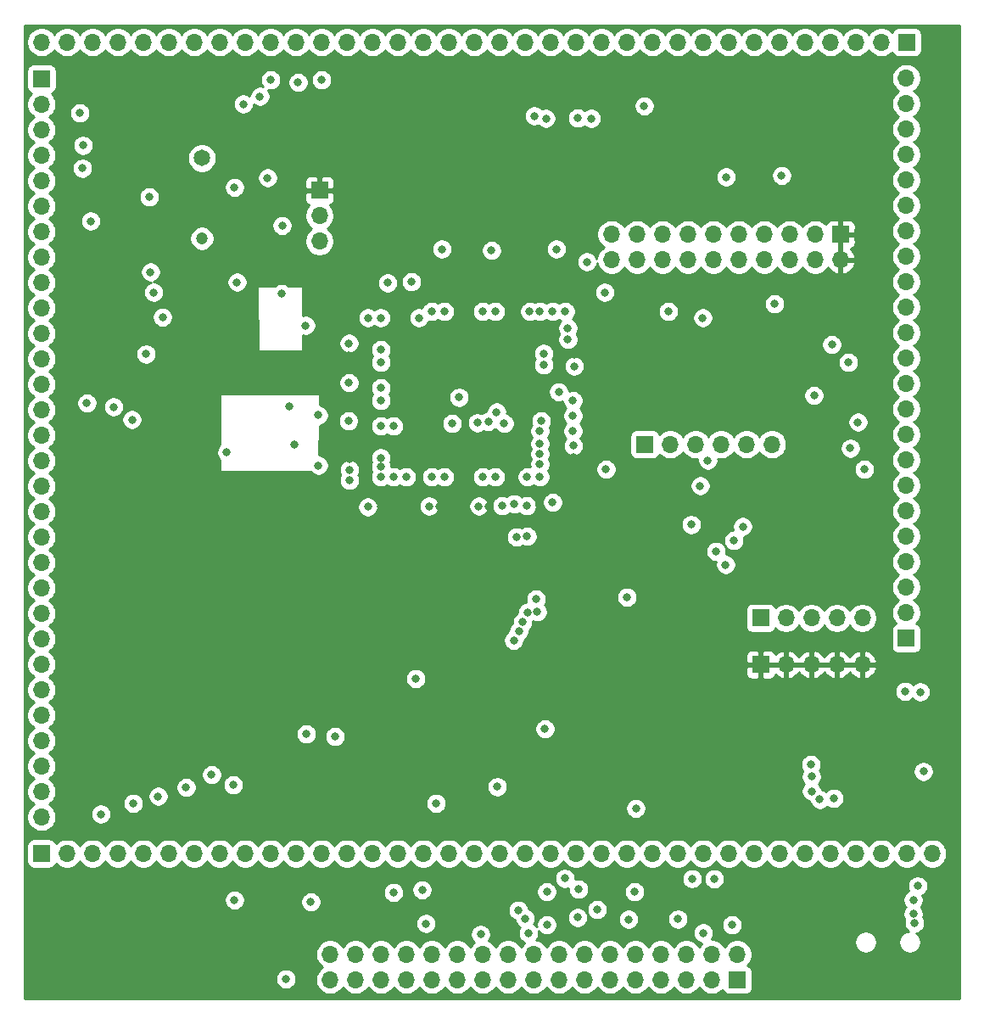
<source format=gbr>
G04 #@! TF.GenerationSoftware,KiCad,Pcbnew,(5.1.6)-1*
G04 #@! TF.CreationDate,2020-09-15T12:17:56+03:00*
G04 #@! TF.ProjectId,469devboard,34363964-6576-4626-9f61-72642e6b6963,rev?*
G04 #@! TF.SameCoordinates,Original*
G04 #@! TF.FileFunction,Copper,L3,Inr*
G04 #@! TF.FilePolarity,Positive*
%FSLAX46Y46*%
G04 Gerber Fmt 4.6, Leading zero omitted, Abs format (unit mm)*
G04 Created by KiCad (PCBNEW (5.1.6)-1) date 2020-09-15 12:17:56*
%MOMM*%
%LPD*%
G01*
G04 APERTURE LIST*
G04 #@! TA.AperFunction,ViaPad*
%ADD10O,1.700000X1.700000*%
G04 #@! TD*
G04 #@! TA.AperFunction,ViaPad*
%ADD11R,1.700000X1.700000*%
G04 #@! TD*
G04 #@! TA.AperFunction,ViaPad*
%ADD12C,1.650000*%
G04 #@! TD*
G04 #@! TA.AperFunction,ViaPad*
%ADD13C,1.200000*%
G04 #@! TD*
G04 #@! TA.AperFunction,ViaPad*
%ADD14C,0.800000*%
G04 #@! TD*
G04 #@! TA.AperFunction,Conductor*
%ADD15C,0.254000*%
G04 #@! TD*
G04 APERTURE END LIST*
D10*
X161023300Y-107046500D03*
X158483300Y-107046500D03*
X155943300Y-107046500D03*
X153403300Y-107046500D03*
D11*
X150863300Y-107046500D03*
D10*
X161023300Y-111696500D03*
X158483300Y-111696500D03*
X155943300Y-111696500D03*
X153403300Y-111696500D03*
D11*
X150863300Y-111696500D03*
D10*
X135991600Y-71297800D03*
X135991600Y-68757800D03*
X138531600Y-71297800D03*
X138531600Y-68757800D03*
X141071600Y-71297800D03*
X141071600Y-68757800D03*
X143611600Y-71297800D03*
X143611600Y-68757800D03*
X146151600Y-71297800D03*
X146151600Y-68757800D03*
X148691600Y-71297800D03*
X148691600Y-68757800D03*
X151231600Y-71297800D03*
X151231600Y-68757800D03*
X153771600Y-71297800D03*
X153771600Y-68757800D03*
X156311600Y-71297800D03*
X156311600Y-68757800D03*
X158851600Y-71297800D03*
D11*
X158851600Y-68757800D03*
D10*
X79095600Y-126898400D03*
X79095600Y-124358400D03*
X79095600Y-121818400D03*
X79095600Y-119278400D03*
X79095600Y-116738400D03*
X79095600Y-114198400D03*
X79095600Y-111658400D03*
X79095600Y-109118400D03*
X79095600Y-106578400D03*
X79095600Y-104038400D03*
X79095600Y-101498400D03*
X79095600Y-98958400D03*
X79095600Y-96418400D03*
X79095600Y-93878400D03*
X79095600Y-91338400D03*
X79095600Y-88798400D03*
X79095600Y-86258400D03*
X79095600Y-83718400D03*
X79095600Y-81178400D03*
X79095600Y-78638400D03*
X79095600Y-76098400D03*
X79095600Y-73558400D03*
X79095600Y-71018400D03*
X79095600Y-68478400D03*
X79095600Y-65938400D03*
X79095600Y-63398400D03*
X79095600Y-60858400D03*
X79095600Y-58318400D03*
X79095600Y-55778400D03*
D11*
X79095600Y-53238400D03*
D10*
X165404800Y-53187600D03*
X165404800Y-55727600D03*
X165404800Y-58267600D03*
X165404800Y-60807600D03*
X165404800Y-63347600D03*
X165404800Y-65887600D03*
X165404800Y-68427600D03*
X165404800Y-70967600D03*
X165404800Y-73507600D03*
X165404800Y-76047600D03*
X165404800Y-78587600D03*
X165404800Y-81127600D03*
X165404800Y-83667600D03*
X165404800Y-86207600D03*
X165404800Y-88747600D03*
X165404800Y-91287600D03*
X165404800Y-93827600D03*
X165404800Y-96367600D03*
X165404800Y-98907600D03*
X165404800Y-101447600D03*
X165404800Y-103987600D03*
X165404800Y-106527600D03*
D11*
X165404800Y-109067600D03*
D12*
X95097600Y-61163200D03*
D13*
X95097600Y-69163200D03*
D10*
X167995600Y-130556000D03*
X165455600Y-130556000D03*
X162915600Y-130556000D03*
X160375600Y-130556000D03*
X157835600Y-130556000D03*
X155295600Y-130556000D03*
X152755600Y-130556000D03*
X150215600Y-130556000D03*
X147675600Y-130556000D03*
X145135600Y-130556000D03*
X142595600Y-130556000D03*
X140055600Y-130556000D03*
X137515600Y-130556000D03*
X134975600Y-130556000D03*
X132435600Y-130556000D03*
X129895600Y-130556000D03*
X127355600Y-130556000D03*
X124815600Y-130556000D03*
X122275600Y-130556000D03*
X119735600Y-130556000D03*
X117195600Y-130556000D03*
X114655600Y-130556000D03*
X112115600Y-130556000D03*
X109575600Y-130556000D03*
X107035600Y-130556000D03*
X104495600Y-130556000D03*
X101955600Y-130556000D03*
X99415600Y-130556000D03*
X96875600Y-130556000D03*
X94335600Y-130556000D03*
X91795600Y-130556000D03*
X89255600Y-130556000D03*
X86715600Y-130556000D03*
X84175600Y-130556000D03*
X81635600Y-130556000D03*
D11*
X79095600Y-130556000D03*
D10*
X79095600Y-49580800D03*
X81635600Y-49580800D03*
X84175600Y-49580800D03*
X86715600Y-49580800D03*
X89255600Y-49580800D03*
X91795600Y-49580800D03*
X94335600Y-49580800D03*
X96875600Y-49580800D03*
X99415600Y-49580800D03*
X101955600Y-49580800D03*
X104495600Y-49580800D03*
X107035600Y-49580800D03*
X109575600Y-49580800D03*
X112115600Y-49580800D03*
X114655600Y-49580800D03*
X117195600Y-49580800D03*
X119735600Y-49580800D03*
X122275600Y-49580800D03*
X124815600Y-49580800D03*
X127355600Y-49580800D03*
X129895600Y-49580800D03*
X132435600Y-49580800D03*
X134975600Y-49580800D03*
X137515600Y-49580800D03*
X140055600Y-49580800D03*
X142595600Y-49580800D03*
X145135600Y-49580800D03*
X147675600Y-49580800D03*
X150215600Y-49580800D03*
X152755600Y-49580800D03*
X155295600Y-49580800D03*
X157835600Y-49580800D03*
X160375600Y-49580800D03*
X162915600Y-49580800D03*
D11*
X165455600Y-49580800D03*
D10*
X151993600Y-89712800D03*
X149453600Y-89712800D03*
X146913600Y-89712800D03*
X144373600Y-89712800D03*
X141833600Y-89712800D03*
D11*
X139293600Y-89712800D03*
D10*
X106832400Y-69443600D03*
X106832400Y-66903600D03*
D11*
X106832400Y-64363600D03*
D10*
X107899200Y-140614400D03*
X107899200Y-143154400D03*
X110439200Y-140614400D03*
X110439200Y-143154400D03*
X112979200Y-140614400D03*
X112979200Y-143154400D03*
X115519200Y-140614400D03*
X115519200Y-143154400D03*
X118059200Y-140614400D03*
X118059200Y-143154400D03*
X120599200Y-140614400D03*
X120599200Y-143154400D03*
X123139200Y-140614400D03*
X123139200Y-143154400D03*
X125679200Y-140614400D03*
X125679200Y-143154400D03*
X128219200Y-140614400D03*
X128219200Y-143154400D03*
X130759200Y-140614400D03*
X130759200Y-143154400D03*
X133299200Y-140614400D03*
X133299200Y-143154400D03*
X135839200Y-140614400D03*
X135839200Y-143154400D03*
X138379200Y-140614400D03*
X138379200Y-143154400D03*
X140919200Y-140614400D03*
X140919200Y-143154400D03*
X143459200Y-140614400D03*
X143459200Y-143154400D03*
X145999200Y-140614400D03*
X145999200Y-143154400D03*
X148539200Y-140614400D03*
D11*
X148539200Y-143154400D03*
D14*
X117779800Y-95885000D03*
X122732800Y-95885000D03*
X97586800Y-90525600D03*
X103835200Y-85902800D03*
X152958800Y-62890400D03*
X128270000Y-56946800D03*
X104292400Y-89763600D03*
X131368800Y-76454000D03*
X130098800Y-76454000D03*
X128828800Y-76454000D03*
X124383800Y-76454000D03*
X123113800Y-76454000D03*
X119303800Y-76454000D03*
X118033800Y-76454000D03*
X116763800Y-77089000D03*
X112953800Y-77089000D03*
X111683800Y-77089000D03*
X112953800Y-80264000D03*
X112953800Y-81534000D03*
X112953800Y-84074000D03*
X112953800Y-85344000D03*
X112953800Y-87884000D03*
X112953800Y-91059000D03*
X112953800Y-91948000D03*
X114223800Y-87884000D03*
X112953800Y-92964000D03*
X114223800Y-92964000D03*
X115493800Y-92964000D03*
X118033800Y-92964000D03*
X119303800Y-92964000D03*
X123113800Y-92964000D03*
X124383800Y-92964000D03*
X127558800Y-92964000D03*
X128828800Y-92964000D03*
X130098800Y-95504000D03*
X128828800Y-91694000D03*
X128828800Y-90678000D03*
X128828800Y-89662000D03*
X128828800Y-88392000D03*
X128955800Y-87376000D03*
X129209800Y-80645000D03*
X129209800Y-81788000D03*
X127812800Y-76454000D03*
X135305800Y-74549000D03*
X124002800Y-70358000D03*
X130479800Y-70231000D03*
X133527800Y-71501000D03*
X141655800Y-76454000D03*
X109778800Y-83566000D03*
X89839800Y-65024000D03*
X105460800Y-77851000D03*
X103047800Y-74676000D03*
X109778800Y-79629000D03*
X132257800Y-81915000D03*
X132130800Y-85344000D03*
X132130800Y-88392000D03*
X135432800Y-92202000D03*
X106730800Y-91821000D03*
X119049800Y-70231000D03*
X128447800Y-105156000D03*
X120764300Y-85026500D03*
X166103300Y-136588500D03*
X166230300Y-137477500D03*
X166103300Y-135191500D03*
X166547800Y-133794500D03*
X167119300Y-122364500D03*
X165277800Y-114363500D03*
X166801800Y-114427000D03*
X155879800Y-121666000D03*
X155943300Y-122872500D03*
X155943300Y-124333000D03*
X156768800Y-125158500D03*
X158165800Y-125031500D03*
X116446300Y-113093500D03*
X129336800Y-118110000D03*
X138417300Y-126047500D03*
X98221800Y-123698000D03*
X96062800Y-122682000D03*
X93522800Y-123952000D03*
X90728800Y-124841000D03*
X88252300Y-125539500D03*
X85013800Y-126619000D03*
X98348800Y-135191500D03*
X161213800Y-92202000D03*
X159816800Y-90106500D03*
X160578800Y-87503000D03*
X156197300Y-84836000D03*
X157975300Y-79756000D03*
X159626300Y-81534000D03*
X89522300Y-80708500D03*
X88125300Y-87249000D03*
X86283800Y-85979000D03*
X83616800Y-85598000D03*
X91173300Y-77025500D03*
X90284300Y-74549000D03*
X89966800Y-72517000D03*
X83172300Y-62166500D03*
X83997800Y-67437000D03*
X83235800Y-59880500D03*
X82918300Y-56642000D03*
X101650800Y-63119000D03*
X98348800Y-64071500D03*
X103111300Y-67881500D03*
X99237800Y-55753000D03*
X100888800Y-54991000D03*
X105524300Y-118618000D03*
X108381800Y-118872000D03*
X124574300Y-123888500D03*
X105968800Y-135382000D03*
X114223800Y-134429500D03*
X138290300Y-134366000D03*
X117081300Y-134175500D03*
X132702300Y-134112000D03*
X129527300Y-134366000D03*
X137528300Y-104965500D03*
X152260300Y-75692000D03*
X139242800Y-55943500D03*
X101968300Y-53340000D03*
X104698800Y-53594000D03*
X107048300Y-53340000D03*
X98602800Y-73533000D03*
X130708400Y-84480400D03*
X147421600Y-63042800D03*
X116027200Y-73507600D03*
X122097800Y-85026500D03*
X166738300Y-117729000D03*
X152958800Y-64414400D03*
X109778800Y-80873600D03*
X109677200Y-84937600D03*
X112928400Y-95910400D03*
X116738400Y-90779600D03*
X109829600Y-91186000D03*
X118770400Y-95910400D03*
X123748800Y-95910400D03*
X128778000Y-95859600D03*
X132130800Y-92354400D03*
X132181600Y-90982800D03*
X132232400Y-80772000D03*
X132283200Y-74371200D03*
X128930400Y-73355200D03*
X123748800Y-73304400D03*
X118770400Y-73355200D03*
X112115600Y-73558400D03*
X165214300Y-117792500D03*
X163499800Y-114109500D03*
X162102800Y-114109500D03*
X160578800Y-114109500D03*
X159372300Y-114109500D03*
X158102300Y-114109500D03*
X156832300Y-114109500D03*
X160388300Y-124968000D03*
X161594800Y-124968000D03*
X162801300Y-124968000D03*
X132130800Y-86868000D03*
X132181600Y-89865200D03*
X143941800Y-97726500D03*
X117462300Y-137541000D03*
X120065800Y-87630000D03*
X123685300Y-87439500D03*
X122605800Y-87566500D03*
X144830800Y-93853000D03*
X125272800Y-87630000D03*
X145592800Y-91313000D03*
X124510800Y-86487000D03*
X118478300Y-125539500D03*
X122923300Y-138620500D03*
X126669800Y-136207500D03*
X134543800Y-136144000D03*
X127368300Y-137033000D03*
X132607040Y-136937740D03*
X126225300Y-109283500D03*
X125069600Y-95859600D03*
X127685800Y-138493500D03*
X142608300Y-137096500D03*
X137687045Y-137128245D03*
X129531688Y-137667990D03*
X148005800Y-137668000D03*
X127114300Y-107442000D03*
X127508000Y-95859600D03*
X126733300Y-108394500D03*
X126238000Y-95656400D03*
X145135600Y-138480800D03*
X146418300Y-100393500D03*
X131331599Y-133032500D03*
X147370800Y-101727000D03*
X144031599Y-133069701D03*
X148196300Y-99314000D03*
X146239601Y-133084199D03*
X103492300Y-143065500D03*
X149085300Y-97917000D03*
X145084800Y-77089000D03*
X133959600Y-57200800D03*
X132588000Y-57150000D03*
X129438400Y-57200800D03*
X131622800Y-79248000D03*
X131622800Y-78130400D03*
X113639600Y-73609200D03*
X128574800Y-106426000D03*
X127558800Y-98907600D03*
X127622300Y-106489500D03*
X126492000Y-98958400D03*
X111658400Y-95961200D03*
X109829600Y-93319600D03*
X109829600Y-92252800D03*
X109728000Y-87376000D03*
X106730800Y-86817200D03*
D15*
G36*
X170713801Y-145009000D02*
G01*
X77418800Y-145009000D01*
X77418800Y-142963561D01*
X102457300Y-142963561D01*
X102457300Y-143167439D01*
X102497074Y-143367398D01*
X102575095Y-143555756D01*
X102688363Y-143725274D01*
X102832526Y-143869437D01*
X103002044Y-143982705D01*
X103190402Y-144060726D01*
X103390361Y-144100500D01*
X103594239Y-144100500D01*
X103794198Y-144060726D01*
X103982556Y-143982705D01*
X104152074Y-143869437D01*
X104296237Y-143725274D01*
X104409505Y-143555756D01*
X104487526Y-143367398D01*
X104527300Y-143167439D01*
X104527300Y-142963561D01*
X104487526Y-142763602D01*
X104409505Y-142575244D01*
X104296237Y-142405726D01*
X104152074Y-142261563D01*
X103982556Y-142148295D01*
X103794198Y-142070274D01*
X103594239Y-142030500D01*
X103390361Y-142030500D01*
X103190402Y-142070274D01*
X103002044Y-142148295D01*
X102832526Y-142261563D01*
X102688363Y-142405726D01*
X102575095Y-142575244D01*
X102497074Y-142763602D01*
X102457300Y-142963561D01*
X77418800Y-142963561D01*
X77418800Y-140468140D01*
X106414200Y-140468140D01*
X106414200Y-140760660D01*
X106471268Y-141047558D01*
X106583210Y-141317811D01*
X106745725Y-141561032D01*
X106952568Y-141767875D01*
X107126960Y-141884400D01*
X106952568Y-142000925D01*
X106745725Y-142207768D01*
X106583210Y-142450989D01*
X106471268Y-142721242D01*
X106414200Y-143008140D01*
X106414200Y-143300660D01*
X106471268Y-143587558D01*
X106583210Y-143857811D01*
X106745725Y-144101032D01*
X106952568Y-144307875D01*
X107195789Y-144470390D01*
X107466042Y-144582332D01*
X107752940Y-144639400D01*
X108045460Y-144639400D01*
X108332358Y-144582332D01*
X108602611Y-144470390D01*
X108845832Y-144307875D01*
X109052675Y-144101032D01*
X109169200Y-143926640D01*
X109285725Y-144101032D01*
X109492568Y-144307875D01*
X109735789Y-144470390D01*
X110006042Y-144582332D01*
X110292940Y-144639400D01*
X110585460Y-144639400D01*
X110872358Y-144582332D01*
X111142611Y-144470390D01*
X111385832Y-144307875D01*
X111592675Y-144101032D01*
X111709200Y-143926640D01*
X111825725Y-144101032D01*
X112032568Y-144307875D01*
X112275789Y-144470390D01*
X112546042Y-144582332D01*
X112832940Y-144639400D01*
X113125460Y-144639400D01*
X113412358Y-144582332D01*
X113682611Y-144470390D01*
X113925832Y-144307875D01*
X114132675Y-144101032D01*
X114249200Y-143926640D01*
X114365725Y-144101032D01*
X114572568Y-144307875D01*
X114815789Y-144470390D01*
X115086042Y-144582332D01*
X115372940Y-144639400D01*
X115665460Y-144639400D01*
X115952358Y-144582332D01*
X116222611Y-144470390D01*
X116465832Y-144307875D01*
X116672675Y-144101032D01*
X116789200Y-143926640D01*
X116905725Y-144101032D01*
X117112568Y-144307875D01*
X117355789Y-144470390D01*
X117626042Y-144582332D01*
X117912940Y-144639400D01*
X118205460Y-144639400D01*
X118492358Y-144582332D01*
X118762611Y-144470390D01*
X119005832Y-144307875D01*
X119212675Y-144101032D01*
X119329200Y-143926640D01*
X119445725Y-144101032D01*
X119652568Y-144307875D01*
X119895789Y-144470390D01*
X120166042Y-144582332D01*
X120452940Y-144639400D01*
X120745460Y-144639400D01*
X121032358Y-144582332D01*
X121302611Y-144470390D01*
X121545832Y-144307875D01*
X121752675Y-144101032D01*
X121869200Y-143926640D01*
X121985725Y-144101032D01*
X122192568Y-144307875D01*
X122435789Y-144470390D01*
X122706042Y-144582332D01*
X122992940Y-144639400D01*
X123285460Y-144639400D01*
X123572358Y-144582332D01*
X123842611Y-144470390D01*
X124085832Y-144307875D01*
X124292675Y-144101032D01*
X124409200Y-143926640D01*
X124525725Y-144101032D01*
X124732568Y-144307875D01*
X124975789Y-144470390D01*
X125246042Y-144582332D01*
X125532940Y-144639400D01*
X125825460Y-144639400D01*
X126112358Y-144582332D01*
X126382611Y-144470390D01*
X126625832Y-144307875D01*
X126832675Y-144101032D01*
X126949200Y-143926640D01*
X127065725Y-144101032D01*
X127272568Y-144307875D01*
X127515789Y-144470390D01*
X127786042Y-144582332D01*
X128072940Y-144639400D01*
X128365460Y-144639400D01*
X128652358Y-144582332D01*
X128922611Y-144470390D01*
X129165832Y-144307875D01*
X129372675Y-144101032D01*
X129489200Y-143926640D01*
X129605725Y-144101032D01*
X129812568Y-144307875D01*
X130055789Y-144470390D01*
X130326042Y-144582332D01*
X130612940Y-144639400D01*
X130905460Y-144639400D01*
X131192358Y-144582332D01*
X131462611Y-144470390D01*
X131705832Y-144307875D01*
X131912675Y-144101032D01*
X132029200Y-143926640D01*
X132145725Y-144101032D01*
X132352568Y-144307875D01*
X132595789Y-144470390D01*
X132866042Y-144582332D01*
X133152940Y-144639400D01*
X133445460Y-144639400D01*
X133732358Y-144582332D01*
X134002611Y-144470390D01*
X134245832Y-144307875D01*
X134452675Y-144101032D01*
X134569200Y-143926640D01*
X134685725Y-144101032D01*
X134892568Y-144307875D01*
X135135789Y-144470390D01*
X135406042Y-144582332D01*
X135692940Y-144639400D01*
X135985460Y-144639400D01*
X136272358Y-144582332D01*
X136542611Y-144470390D01*
X136785832Y-144307875D01*
X136992675Y-144101032D01*
X137109200Y-143926640D01*
X137225725Y-144101032D01*
X137432568Y-144307875D01*
X137675789Y-144470390D01*
X137946042Y-144582332D01*
X138232940Y-144639400D01*
X138525460Y-144639400D01*
X138812358Y-144582332D01*
X139082611Y-144470390D01*
X139325832Y-144307875D01*
X139532675Y-144101032D01*
X139649200Y-143926640D01*
X139765725Y-144101032D01*
X139972568Y-144307875D01*
X140215789Y-144470390D01*
X140486042Y-144582332D01*
X140772940Y-144639400D01*
X141065460Y-144639400D01*
X141352358Y-144582332D01*
X141622611Y-144470390D01*
X141865832Y-144307875D01*
X142072675Y-144101032D01*
X142189200Y-143926640D01*
X142305725Y-144101032D01*
X142512568Y-144307875D01*
X142755789Y-144470390D01*
X143026042Y-144582332D01*
X143312940Y-144639400D01*
X143605460Y-144639400D01*
X143892358Y-144582332D01*
X144162611Y-144470390D01*
X144405832Y-144307875D01*
X144612675Y-144101032D01*
X144729200Y-143926640D01*
X144845725Y-144101032D01*
X145052568Y-144307875D01*
X145295789Y-144470390D01*
X145566042Y-144582332D01*
X145852940Y-144639400D01*
X146145460Y-144639400D01*
X146432358Y-144582332D01*
X146702611Y-144470390D01*
X146945832Y-144307875D01*
X147077687Y-144176020D01*
X147099698Y-144248580D01*
X147158663Y-144358894D01*
X147238015Y-144455585D01*
X147334706Y-144534937D01*
X147445020Y-144593902D01*
X147564718Y-144630212D01*
X147689200Y-144642472D01*
X149389200Y-144642472D01*
X149513682Y-144630212D01*
X149633380Y-144593902D01*
X149743694Y-144534937D01*
X149840385Y-144455585D01*
X149919737Y-144358894D01*
X149978702Y-144248580D01*
X150015012Y-144128882D01*
X150027272Y-144004400D01*
X150027272Y-142304400D01*
X150015012Y-142179918D01*
X149978702Y-142060220D01*
X149919737Y-141949906D01*
X149840385Y-141853215D01*
X149743694Y-141773863D01*
X149633380Y-141714898D01*
X149560820Y-141692887D01*
X149692675Y-141561032D01*
X149855190Y-141317811D01*
X149967132Y-141047558D01*
X150024200Y-140760660D01*
X150024200Y-140468140D01*
X149967132Y-140181242D01*
X149855190Y-139910989D01*
X149692675Y-139667768D01*
X149485832Y-139460925D01*
X149242611Y-139298410D01*
X149221523Y-139289675D01*
X160253300Y-139289675D01*
X160253300Y-139508325D01*
X160295957Y-139722775D01*
X160379631Y-139924782D01*
X160501107Y-140106584D01*
X160655716Y-140261193D01*
X160837518Y-140382669D01*
X161039525Y-140466343D01*
X161253975Y-140509000D01*
X161472625Y-140509000D01*
X161687075Y-140466343D01*
X161889082Y-140382669D01*
X162070884Y-140261193D01*
X162225493Y-140106584D01*
X162346969Y-139924782D01*
X162430643Y-139722775D01*
X162473300Y-139508325D01*
X162473300Y-139289675D01*
X164653300Y-139289675D01*
X164653300Y-139508325D01*
X164695957Y-139722775D01*
X164779631Y-139924782D01*
X164901107Y-140106584D01*
X165055716Y-140261193D01*
X165237518Y-140382669D01*
X165439525Y-140466343D01*
X165653975Y-140509000D01*
X165872625Y-140509000D01*
X166087075Y-140466343D01*
X166289082Y-140382669D01*
X166470884Y-140261193D01*
X166625493Y-140106584D01*
X166746969Y-139924782D01*
X166830643Y-139722775D01*
X166873300Y-139508325D01*
X166873300Y-139289675D01*
X166830643Y-139075225D01*
X166746969Y-138873218D01*
X166625493Y-138691416D01*
X166470884Y-138536807D01*
X166411046Y-138496824D01*
X166532198Y-138472726D01*
X166720556Y-138394705D01*
X166890074Y-138281437D01*
X167034237Y-138137274D01*
X167147505Y-137967756D01*
X167225526Y-137779398D01*
X167265300Y-137579439D01*
X167265300Y-137375561D01*
X167225526Y-137175602D01*
X167147505Y-136987244D01*
X167092506Y-136904932D01*
X167098526Y-136890398D01*
X167138300Y-136690439D01*
X167138300Y-136486561D01*
X167098526Y-136286602D01*
X167020505Y-136098244D01*
X166907237Y-135928726D01*
X166868511Y-135890000D01*
X166907237Y-135851274D01*
X167020505Y-135681756D01*
X167098526Y-135493398D01*
X167138300Y-135293439D01*
X167138300Y-135089561D01*
X167098526Y-134889602D01*
X167026774Y-134716378D01*
X167038056Y-134711705D01*
X167207574Y-134598437D01*
X167351737Y-134454274D01*
X167465005Y-134284756D01*
X167543026Y-134096398D01*
X167582800Y-133896439D01*
X167582800Y-133692561D01*
X167543026Y-133492602D01*
X167465005Y-133304244D01*
X167351737Y-133134726D01*
X167207574Y-132990563D01*
X167038056Y-132877295D01*
X166849698Y-132799274D01*
X166649739Y-132759500D01*
X166445861Y-132759500D01*
X166245902Y-132799274D01*
X166057544Y-132877295D01*
X165888026Y-132990563D01*
X165743863Y-133134726D01*
X165630595Y-133304244D01*
X165552574Y-133492602D01*
X165512800Y-133692561D01*
X165512800Y-133896439D01*
X165552574Y-134096398D01*
X165624326Y-134269622D01*
X165613044Y-134274295D01*
X165443526Y-134387563D01*
X165299363Y-134531726D01*
X165186095Y-134701244D01*
X165108074Y-134889602D01*
X165068300Y-135089561D01*
X165068300Y-135293439D01*
X165108074Y-135493398D01*
X165186095Y-135681756D01*
X165299363Y-135851274D01*
X165338089Y-135890000D01*
X165299363Y-135928726D01*
X165186095Y-136098244D01*
X165108074Y-136286602D01*
X165068300Y-136486561D01*
X165068300Y-136690439D01*
X165108074Y-136890398D01*
X165186095Y-137078756D01*
X165241094Y-137161068D01*
X165235074Y-137175602D01*
X165195300Y-137375561D01*
X165195300Y-137579439D01*
X165235074Y-137779398D01*
X165313095Y-137967756D01*
X165426363Y-138137274D01*
X165570526Y-138281437D01*
X165598392Y-138300056D01*
X165439525Y-138331657D01*
X165237518Y-138415331D01*
X165055716Y-138536807D01*
X164901107Y-138691416D01*
X164779631Y-138873218D01*
X164695957Y-139075225D01*
X164653300Y-139289675D01*
X162473300Y-139289675D01*
X162430643Y-139075225D01*
X162346969Y-138873218D01*
X162225493Y-138691416D01*
X162070884Y-138536807D01*
X161889082Y-138415331D01*
X161687075Y-138331657D01*
X161472625Y-138289000D01*
X161253975Y-138289000D01*
X161039525Y-138331657D01*
X160837518Y-138415331D01*
X160655716Y-138536807D01*
X160501107Y-138691416D01*
X160379631Y-138873218D01*
X160295957Y-139075225D01*
X160253300Y-139289675D01*
X149221523Y-139289675D01*
X148972358Y-139186468D01*
X148685460Y-139129400D01*
X148392940Y-139129400D01*
X148106042Y-139186468D01*
X147835789Y-139298410D01*
X147592568Y-139460925D01*
X147385725Y-139667768D01*
X147269200Y-139842160D01*
X147152675Y-139667768D01*
X146945832Y-139460925D01*
X146702611Y-139298410D01*
X146432358Y-139186468D01*
X146145460Y-139129400D01*
X145947003Y-139129400D01*
X146052805Y-138971056D01*
X146130826Y-138782698D01*
X146170600Y-138582739D01*
X146170600Y-138378861D01*
X146130826Y-138178902D01*
X146052805Y-137990544D01*
X145939537Y-137821026D01*
X145795374Y-137676863D01*
X145629547Y-137566061D01*
X146970800Y-137566061D01*
X146970800Y-137769939D01*
X147010574Y-137969898D01*
X147088595Y-138158256D01*
X147201863Y-138327774D01*
X147346026Y-138471937D01*
X147515544Y-138585205D01*
X147703902Y-138663226D01*
X147903861Y-138703000D01*
X148107739Y-138703000D01*
X148307698Y-138663226D01*
X148496056Y-138585205D01*
X148665574Y-138471937D01*
X148809737Y-138327774D01*
X148923005Y-138158256D01*
X149001026Y-137969898D01*
X149040800Y-137769939D01*
X149040800Y-137566061D01*
X149001026Y-137366102D01*
X148923005Y-137177744D01*
X148809737Y-137008226D01*
X148665574Y-136864063D01*
X148496056Y-136750795D01*
X148307698Y-136672774D01*
X148107739Y-136633000D01*
X147903861Y-136633000D01*
X147703902Y-136672774D01*
X147515544Y-136750795D01*
X147346026Y-136864063D01*
X147201863Y-137008226D01*
X147088595Y-137177744D01*
X147010574Y-137366102D01*
X146970800Y-137566061D01*
X145629547Y-137566061D01*
X145625856Y-137563595D01*
X145437498Y-137485574D01*
X145237539Y-137445800D01*
X145033661Y-137445800D01*
X144833702Y-137485574D01*
X144645344Y-137563595D01*
X144475826Y-137676863D01*
X144331663Y-137821026D01*
X144218395Y-137990544D01*
X144140374Y-138178902D01*
X144100600Y-138378861D01*
X144100600Y-138582739D01*
X144140374Y-138782698D01*
X144218395Y-138971056D01*
X144331663Y-139140574D01*
X144475826Y-139284737D01*
X144645344Y-139398005D01*
X144833702Y-139476026D01*
X145003660Y-139509833D01*
X144845725Y-139667768D01*
X144729200Y-139842160D01*
X144612675Y-139667768D01*
X144405832Y-139460925D01*
X144162611Y-139298410D01*
X143892358Y-139186468D01*
X143605460Y-139129400D01*
X143312940Y-139129400D01*
X143026042Y-139186468D01*
X142755789Y-139298410D01*
X142512568Y-139460925D01*
X142305725Y-139667768D01*
X142189200Y-139842160D01*
X142072675Y-139667768D01*
X141865832Y-139460925D01*
X141622611Y-139298410D01*
X141352358Y-139186468D01*
X141065460Y-139129400D01*
X140772940Y-139129400D01*
X140486042Y-139186468D01*
X140215789Y-139298410D01*
X139972568Y-139460925D01*
X139765725Y-139667768D01*
X139649200Y-139842160D01*
X139532675Y-139667768D01*
X139325832Y-139460925D01*
X139082611Y-139298410D01*
X138812358Y-139186468D01*
X138525460Y-139129400D01*
X138232940Y-139129400D01*
X137946042Y-139186468D01*
X137675789Y-139298410D01*
X137432568Y-139460925D01*
X137225725Y-139667768D01*
X137109200Y-139842160D01*
X136992675Y-139667768D01*
X136785832Y-139460925D01*
X136542611Y-139298410D01*
X136272358Y-139186468D01*
X135985460Y-139129400D01*
X135692940Y-139129400D01*
X135406042Y-139186468D01*
X135135789Y-139298410D01*
X134892568Y-139460925D01*
X134685725Y-139667768D01*
X134569200Y-139842160D01*
X134452675Y-139667768D01*
X134245832Y-139460925D01*
X134002611Y-139298410D01*
X133732358Y-139186468D01*
X133445460Y-139129400D01*
X133152940Y-139129400D01*
X132866042Y-139186468D01*
X132595789Y-139298410D01*
X132352568Y-139460925D01*
X132145725Y-139667768D01*
X132029200Y-139842160D01*
X131912675Y-139667768D01*
X131705832Y-139460925D01*
X131462611Y-139298410D01*
X131192358Y-139186468D01*
X130905460Y-139129400D01*
X130612940Y-139129400D01*
X130326042Y-139186468D01*
X130055789Y-139298410D01*
X129812568Y-139460925D01*
X129605725Y-139667768D01*
X129489200Y-139842160D01*
X129372675Y-139667768D01*
X129165832Y-139460925D01*
X128922611Y-139298410D01*
X128652358Y-139186468D01*
X128489031Y-139153980D01*
X128489737Y-139153274D01*
X128603005Y-138983756D01*
X128681026Y-138795398D01*
X128720800Y-138595439D01*
X128720800Y-138391561D01*
X128699785Y-138285909D01*
X128727751Y-138327764D01*
X128871914Y-138471927D01*
X129041432Y-138585195D01*
X129229790Y-138663216D01*
X129429749Y-138702990D01*
X129633627Y-138702990D01*
X129833586Y-138663216D01*
X130021944Y-138585195D01*
X130191462Y-138471927D01*
X130335625Y-138327764D01*
X130448893Y-138158246D01*
X130526914Y-137969888D01*
X130566688Y-137769929D01*
X130566688Y-137566051D01*
X130526914Y-137366092D01*
X130448893Y-137177734D01*
X130335625Y-137008216D01*
X130191462Y-136864053D01*
X130149180Y-136835801D01*
X131572040Y-136835801D01*
X131572040Y-137039679D01*
X131611814Y-137239638D01*
X131689835Y-137427996D01*
X131803103Y-137597514D01*
X131947266Y-137741677D01*
X132116784Y-137854945D01*
X132305142Y-137932966D01*
X132505101Y-137972740D01*
X132708979Y-137972740D01*
X132908938Y-137932966D01*
X133097296Y-137854945D01*
X133266814Y-137741677D01*
X133410977Y-137597514D01*
X133524245Y-137427996D01*
X133602266Y-137239638D01*
X133642040Y-137039679D01*
X133642040Y-136835801D01*
X133602266Y-136635842D01*
X133524245Y-136447484D01*
X133410977Y-136277966D01*
X133266814Y-136133803D01*
X133129513Y-136042061D01*
X133508800Y-136042061D01*
X133508800Y-136245939D01*
X133548574Y-136445898D01*
X133626595Y-136634256D01*
X133739863Y-136803774D01*
X133884026Y-136947937D01*
X134053544Y-137061205D01*
X134241902Y-137139226D01*
X134441861Y-137179000D01*
X134645739Y-137179000D01*
X134845698Y-137139226D01*
X135034056Y-137061205D01*
X135086286Y-137026306D01*
X136652045Y-137026306D01*
X136652045Y-137230184D01*
X136691819Y-137430143D01*
X136769840Y-137618501D01*
X136883108Y-137788019D01*
X137027271Y-137932182D01*
X137196789Y-138045450D01*
X137385147Y-138123471D01*
X137585106Y-138163245D01*
X137788984Y-138163245D01*
X137988943Y-138123471D01*
X138177301Y-138045450D01*
X138346819Y-137932182D01*
X138490982Y-137788019D01*
X138604250Y-137618501D01*
X138682271Y-137430143D01*
X138722045Y-137230184D01*
X138722045Y-137026306D01*
X138715731Y-136994561D01*
X141573300Y-136994561D01*
X141573300Y-137198439D01*
X141613074Y-137398398D01*
X141691095Y-137586756D01*
X141804363Y-137756274D01*
X141948526Y-137900437D01*
X142118044Y-138013705D01*
X142306402Y-138091726D01*
X142506361Y-138131500D01*
X142710239Y-138131500D01*
X142910198Y-138091726D01*
X143098556Y-138013705D01*
X143268074Y-137900437D01*
X143412237Y-137756274D01*
X143525505Y-137586756D01*
X143603526Y-137398398D01*
X143643300Y-137198439D01*
X143643300Y-136994561D01*
X143603526Y-136794602D01*
X143525505Y-136606244D01*
X143412237Y-136436726D01*
X143268074Y-136292563D01*
X143098556Y-136179295D01*
X142910198Y-136101274D01*
X142710239Y-136061500D01*
X142506361Y-136061500D01*
X142306402Y-136101274D01*
X142118044Y-136179295D01*
X141948526Y-136292563D01*
X141804363Y-136436726D01*
X141691095Y-136606244D01*
X141613074Y-136794602D01*
X141573300Y-136994561D01*
X138715731Y-136994561D01*
X138682271Y-136826347D01*
X138604250Y-136637989D01*
X138490982Y-136468471D01*
X138346819Y-136324308D01*
X138177301Y-136211040D01*
X137988943Y-136133019D01*
X137788984Y-136093245D01*
X137585106Y-136093245D01*
X137385147Y-136133019D01*
X137196789Y-136211040D01*
X137027271Y-136324308D01*
X136883108Y-136468471D01*
X136769840Y-136637989D01*
X136691819Y-136826347D01*
X136652045Y-137026306D01*
X135086286Y-137026306D01*
X135203574Y-136947937D01*
X135347737Y-136803774D01*
X135461005Y-136634256D01*
X135539026Y-136445898D01*
X135578800Y-136245939D01*
X135578800Y-136042061D01*
X135539026Y-135842102D01*
X135461005Y-135653744D01*
X135347737Y-135484226D01*
X135203574Y-135340063D01*
X135034056Y-135226795D01*
X134845698Y-135148774D01*
X134645739Y-135109000D01*
X134441861Y-135109000D01*
X134241902Y-135148774D01*
X134053544Y-135226795D01*
X133884026Y-135340063D01*
X133739863Y-135484226D01*
X133626595Y-135653744D01*
X133548574Y-135842102D01*
X133508800Y-136042061D01*
X133129513Y-136042061D01*
X133097296Y-136020535D01*
X132908938Y-135942514D01*
X132708979Y-135902740D01*
X132505101Y-135902740D01*
X132305142Y-135942514D01*
X132116784Y-136020535D01*
X131947266Y-136133803D01*
X131803103Y-136277966D01*
X131689835Y-136447484D01*
X131611814Y-136635842D01*
X131572040Y-136835801D01*
X130149180Y-136835801D01*
X130021944Y-136750785D01*
X129833586Y-136672764D01*
X129633627Y-136632990D01*
X129429749Y-136632990D01*
X129229790Y-136672764D01*
X129041432Y-136750785D01*
X128871914Y-136864053D01*
X128727751Y-137008216D01*
X128614483Y-137177734D01*
X128536462Y-137366092D01*
X128496688Y-137566051D01*
X128496688Y-137769929D01*
X128517703Y-137875581D01*
X128489737Y-137833726D01*
X128345574Y-137689563D01*
X128227222Y-137610483D01*
X128285505Y-137523256D01*
X128363526Y-137334898D01*
X128403300Y-137134939D01*
X128403300Y-136931061D01*
X128363526Y-136731102D01*
X128285505Y-136542744D01*
X128172237Y-136373226D01*
X128028074Y-136229063D01*
X127858556Y-136115795D01*
X127693213Y-136047307D01*
X127665026Y-135905602D01*
X127587005Y-135717244D01*
X127473737Y-135547726D01*
X127329574Y-135403563D01*
X127160056Y-135290295D01*
X126971698Y-135212274D01*
X126771739Y-135172500D01*
X126567861Y-135172500D01*
X126367902Y-135212274D01*
X126179544Y-135290295D01*
X126010026Y-135403563D01*
X125865863Y-135547726D01*
X125752595Y-135717244D01*
X125674574Y-135905602D01*
X125634800Y-136105561D01*
X125634800Y-136309439D01*
X125674574Y-136509398D01*
X125752595Y-136697756D01*
X125865863Y-136867274D01*
X126010026Y-137011437D01*
X126179544Y-137124705D01*
X126344887Y-137193193D01*
X126373074Y-137334898D01*
X126451095Y-137523256D01*
X126564363Y-137692774D01*
X126708526Y-137836937D01*
X126826878Y-137916017D01*
X126768595Y-138003244D01*
X126690574Y-138191602D01*
X126650800Y-138391561D01*
X126650800Y-138595439D01*
X126690574Y-138795398D01*
X126768595Y-138983756D01*
X126881863Y-139153274D01*
X127026026Y-139297437D01*
X127195544Y-139410705D01*
X127289489Y-139449619D01*
X127272568Y-139460925D01*
X127065725Y-139667768D01*
X126949200Y-139842160D01*
X126832675Y-139667768D01*
X126625832Y-139460925D01*
X126382611Y-139298410D01*
X126112358Y-139186468D01*
X125825460Y-139129400D01*
X125532940Y-139129400D01*
X125246042Y-139186468D01*
X124975789Y-139298410D01*
X124732568Y-139460925D01*
X124525725Y-139667768D01*
X124409200Y-139842160D01*
X124292675Y-139667768D01*
X124085832Y-139460925D01*
X123842611Y-139298410D01*
X123742756Y-139257049D01*
X123840505Y-139110756D01*
X123918526Y-138922398D01*
X123958300Y-138722439D01*
X123958300Y-138518561D01*
X123918526Y-138318602D01*
X123840505Y-138130244D01*
X123727237Y-137960726D01*
X123583074Y-137816563D01*
X123413556Y-137703295D01*
X123225198Y-137625274D01*
X123025239Y-137585500D01*
X122821361Y-137585500D01*
X122621402Y-137625274D01*
X122433044Y-137703295D01*
X122263526Y-137816563D01*
X122119363Y-137960726D01*
X122006095Y-138130244D01*
X121928074Y-138318602D01*
X121888300Y-138518561D01*
X121888300Y-138722439D01*
X121928074Y-138922398D01*
X122006095Y-139110756D01*
X122119363Y-139280274D01*
X122256977Y-139417888D01*
X122192568Y-139460925D01*
X121985725Y-139667768D01*
X121869200Y-139842160D01*
X121752675Y-139667768D01*
X121545832Y-139460925D01*
X121302611Y-139298410D01*
X121032358Y-139186468D01*
X120745460Y-139129400D01*
X120452940Y-139129400D01*
X120166042Y-139186468D01*
X119895789Y-139298410D01*
X119652568Y-139460925D01*
X119445725Y-139667768D01*
X119329200Y-139842160D01*
X119212675Y-139667768D01*
X119005832Y-139460925D01*
X118762611Y-139298410D01*
X118492358Y-139186468D01*
X118205460Y-139129400D01*
X117912940Y-139129400D01*
X117626042Y-139186468D01*
X117355789Y-139298410D01*
X117112568Y-139460925D01*
X116905725Y-139667768D01*
X116789200Y-139842160D01*
X116672675Y-139667768D01*
X116465832Y-139460925D01*
X116222611Y-139298410D01*
X115952358Y-139186468D01*
X115665460Y-139129400D01*
X115372940Y-139129400D01*
X115086042Y-139186468D01*
X114815789Y-139298410D01*
X114572568Y-139460925D01*
X114365725Y-139667768D01*
X114249200Y-139842160D01*
X114132675Y-139667768D01*
X113925832Y-139460925D01*
X113682611Y-139298410D01*
X113412358Y-139186468D01*
X113125460Y-139129400D01*
X112832940Y-139129400D01*
X112546042Y-139186468D01*
X112275789Y-139298410D01*
X112032568Y-139460925D01*
X111825725Y-139667768D01*
X111709200Y-139842160D01*
X111592675Y-139667768D01*
X111385832Y-139460925D01*
X111142611Y-139298410D01*
X110872358Y-139186468D01*
X110585460Y-139129400D01*
X110292940Y-139129400D01*
X110006042Y-139186468D01*
X109735789Y-139298410D01*
X109492568Y-139460925D01*
X109285725Y-139667768D01*
X109169200Y-139842160D01*
X109052675Y-139667768D01*
X108845832Y-139460925D01*
X108602611Y-139298410D01*
X108332358Y-139186468D01*
X108045460Y-139129400D01*
X107752940Y-139129400D01*
X107466042Y-139186468D01*
X107195789Y-139298410D01*
X106952568Y-139460925D01*
X106745725Y-139667768D01*
X106583210Y-139910989D01*
X106471268Y-140181242D01*
X106414200Y-140468140D01*
X77418800Y-140468140D01*
X77418800Y-137439061D01*
X116427300Y-137439061D01*
X116427300Y-137642939D01*
X116467074Y-137842898D01*
X116545095Y-138031256D01*
X116658363Y-138200774D01*
X116802526Y-138344937D01*
X116972044Y-138458205D01*
X117160402Y-138536226D01*
X117360361Y-138576000D01*
X117564239Y-138576000D01*
X117764198Y-138536226D01*
X117952556Y-138458205D01*
X118122074Y-138344937D01*
X118266237Y-138200774D01*
X118379505Y-138031256D01*
X118457526Y-137842898D01*
X118497300Y-137642939D01*
X118497300Y-137439061D01*
X118457526Y-137239102D01*
X118379505Y-137050744D01*
X118266237Y-136881226D01*
X118122074Y-136737063D01*
X117952556Y-136623795D01*
X117764198Y-136545774D01*
X117564239Y-136506000D01*
X117360361Y-136506000D01*
X117160402Y-136545774D01*
X116972044Y-136623795D01*
X116802526Y-136737063D01*
X116658363Y-136881226D01*
X116545095Y-137050744D01*
X116467074Y-137239102D01*
X116427300Y-137439061D01*
X77418800Y-137439061D01*
X77418800Y-135089561D01*
X97313800Y-135089561D01*
X97313800Y-135293439D01*
X97353574Y-135493398D01*
X97431595Y-135681756D01*
X97544863Y-135851274D01*
X97689026Y-135995437D01*
X97858544Y-136108705D01*
X98046902Y-136186726D01*
X98246861Y-136226500D01*
X98450739Y-136226500D01*
X98650698Y-136186726D01*
X98839056Y-136108705D01*
X99008574Y-135995437D01*
X99152737Y-135851274D01*
X99266005Y-135681756D01*
X99344026Y-135493398D01*
X99383800Y-135293439D01*
X99383800Y-135280061D01*
X104933800Y-135280061D01*
X104933800Y-135483939D01*
X104973574Y-135683898D01*
X105051595Y-135872256D01*
X105164863Y-136041774D01*
X105309026Y-136185937D01*
X105478544Y-136299205D01*
X105666902Y-136377226D01*
X105866861Y-136417000D01*
X106070739Y-136417000D01*
X106270698Y-136377226D01*
X106459056Y-136299205D01*
X106628574Y-136185937D01*
X106772737Y-136041774D01*
X106886005Y-135872256D01*
X106964026Y-135683898D01*
X107003800Y-135483939D01*
X107003800Y-135280061D01*
X106964026Y-135080102D01*
X106886005Y-134891744D01*
X106772737Y-134722226D01*
X106628574Y-134578063D01*
X106459056Y-134464795D01*
X106270698Y-134386774D01*
X106070739Y-134347000D01*
X105866861Y-134347000D01*
X105666902Y-134386774D01*
X105478544Y-134464795D01*
X105309026Y-134578063D01*
X105164863Y-134722226D01*
X105051595Y-134891744D01*
X104973574Y-135080102D01*
X104933800Y-135280061D01*
X99383800Y-135280061D01*
X99383800Y-135089561D01*
X99344026Y-134889602D01*
X99266005Y-134701244D01*
X99152737Y-134531726D01*
X99008574Y-134387563D01*
X98918775Y-134327561D01*
X113188800Y-134327561D01*
X113188800Y-134531439D01*
X113228574Y-134731398D01*
X113306595Y-134919756D01*
X113419863Y-135089274D01*
X113564026Y-135233437D01*
X113733544Y-135346705D01*
X113921902Y-135424726D01*
X114121861Y-135464500D01*
X114325739Y-135464500D01*
X114525698Y-135424726D01*
X114714056Y-135346705D01*
X114883574Y-135233437D01*
X115027737Y-135089274D01*
X115141005Y-134919756D01*
X115219026Y-134731398D01*
X115258800Y-134531439D01*
X115258800Y-134327561D01*
X115219026Y-134127602D01*
X115196642Y-134073561D01*
X116046300Y-134073561D01*
X116046300Y-134277439D01*
X116086074Y-134477398D01*
X116164095Y-134665756D01*
X116277363Y-134835274D01*
X116421526Y-134979437D01*
X116591044Y-135092705D01*
X116779402Y-135170726D01*
X116979361Y-135210500D01*
X117183239Y-135210500D01*
X117383198Y-135170726D01*
X117571556Y-135092705D01*
X117741074Y-134979437D01*
X117885237Y-134835274D01*
X117998505Y-134665756D01*
X118076526Y-134477398D01*
X118116300Y-134277439D01*
X118116300Y-134264061D01*
X128492300Y-134264061D01*
X128492300Y-134467939D01*
X128532074Y-134667898D01*
X128610095Y-134856256D01*
X128723363Y-135025774D01*
X128867526Y-135169937D01*
X129037044Y-135283205D01*
X129225402Y-135361226D01*
X129425361Y-135401000D01*
X129629239Y-135401000D01*
X129829198Y-135361226D01*
X130017556Y-135283205D01*
X130187074Y-135169937D01*
X130331237Y-135025774D01*
X130444505Y-134856256D01*
X130522526Y-134667898D01*
X130562300Y-134467939D01*
X130562300Y-134264061D01*
X130522526Y-134064102D01*
X130444505Y-133875744D01*
X130331237Y-133706226D01*
X130187074Y-133562063D01*
X130017556Y-133448795D01*
X129829198Y-133370774D01*
X129629239Y-133331000D01*
X129425361Y-133331000D01*
X129225402Y-133370774D01*
X129037044Y-133448795D01*
X128867526Y-133562063D01*
X128723363Y-133706226D01*
X128610095Y-133875744D01*
X128532074Y-134064102D01*
X128492300Y-134264061D01*
X118116300Y-134264061D01*
X118116300Y-134073561D01*
X118076526Y-133873602D01*
X117998505Y-133685244D01*
X117885237Y-133515726D01*
X117741074Y-133371563D01*
X117571556Y-133258295D01*
X117383198Y-133180274D01*
X117183239Y-133140500D01*
X116979361Y-133140500D01*
X116779402Y-133180274D01*
X116591044Y-133258295D01*
X116421526Y-133371563D01*
X116277363Y-133515726D01*
X116164095Y-133685244D01*
X116086074Y-133873602D01*
X116046300Y-134073561D01*
X115196642Y-134073561D01*
X115141005Y-133939244D01*
X115027737Y-133769726D01*
X114883574Y-133625563D01*
X114714056Y-133512295D01*
X114525698Y-133434274D01*
X114325739Y-133394500D01*
X114121861Y-133394500D01*
X113921902Y-133434274D01*
X113733544Y-133512295D01*
X113564026Y-133625563D01*
X113419863Y-133769726D01*
X113306595Y-133939244D01*
X113228574Y-134127602D01*
X113188800Y-134327561D01*
X98918775Y-134327561D01*
X98839056Y-134274295D01*
X98650698Y-134196274D01*
X98450739Y-134156500D01*
X98246861Y-134156500D01*
X98046902Y-134196274D01*
X97858544Y-134274295D01*
X97689026Y-134387563D01*
X97544863Y-134531726D01*
X97431595Y-134701244D01*
X97353574Y-134889602D01*
X97313800Y-135089561D01*
X77418800Y-135089561D01*
X77418800Y-132930561D01*
X130296599Y-132930561D01*
X130296599Y-133134439D01*
X130336373Y-133334398D01*
X130414394Y-133522756D01*
X130527662Y-133692274D01*
X130671825Y-133836437D01*
X130841343Y-133949705D01*
X131029701Y-134027726D01*
X131229660Y-134067500D01*
X131433538Y-134067500D01*
X131633497Y-134027726D01*
X131667300Y-134013724D01*
X131667300Y-134213939D01*
X131707074Y-134413898D01*
X131785095Y-134602256D01*
X131898363Y-134771774D01*
X132042526Y-134915937D01*
X132212044Y-135029205D01*
X132400402Y-135107226D01*
X132600361Y-135147000D01*
X132804239Y-135147000D01*
X133004198Y-135107226D01*
X133192556Y-135029205D01*
X133362074Y-134915937D01*
X133506237Y-134771774D01*
X133619505Y-134602256D01*
X133697526Y-134413898D01*
X133727330Y-134264061D01*
X137255300Y-134264061D01*
X137255300Y-134467939D01*
X137295074Y-134667898D01*
X137373095Y-134856256D01*
X137486363Y-135025774D01*
X137630526Y-135169937D01*
X137800044Y-135283205D01*
X137988402Y-135361226D01*
X138188361Y-135401000D01*
X138392239Y-135401000D01*
X138592198Y-135361226D01*
X138780556Y-135283205D01*
X138950074Y-135169937D01*
X139094237Y-135025774D01*
X139207505Y-134856256D01*
X139285526Y-134667898D01*
X139325300Y-134467939D01*
X139325300Y-134264061D01*
X139285526Y-134064102D01*
X139207505Y-133875744D01*
X139094237Y-133706226D01*
X138950074Y-133562063D01*
X138780556Y-133448795D01*
X138592198Y-133370774D01*
X138392239Y-133331000D01*
X138188361Y-133331000D01*
X137988402Y-133370774D01*
X137800044Y-133448795D01*
X137630526Y-133562063D01*
X137486363Y-133706226D01*
X137373095Y-133875744D01*
X137295074Y-134064102D01*
X137255300Y-134264061D01*
X133727330Y-134264061D01*
X133737300Y-134213939D01*
X133737300Y-134010061D01*
X133697526Y-133810102D01*
X133619505Y-133621744D01*
X133506237Y-133452226D01*
X133362074Y-133308063D01*
X133192556Y-133194795D01*
X133004198Y-133116774D01*
X132804239Y-133077000D01*
X132600361Y-133077000D01*
X132400402Y-133116774D01*
X132366599Y-133130776D01*
X132366599Y-132967762D01*
X142996599Y-132967762D01*
X142996599Y-133171640D01*
X143036373Y-133371599D01*
X143114394Y-133559957D01*
X143227662Y-133729475D01*
X143371825Y-133873638D01*
X143541343Y-133986906D01*
X143729701Y-134064927D01*
X143929660Y-134104701D01*
X144133538Y-134104701D01*
X144333497Y-134064927D01*
X144521855Y-133986906D01*
X144691373Y-133873638D01*
X144835536Y-133729475D01*
X144948804Y-133559957D01*
X145026825Y-133371599D01*
X145066599Y-133171640D01*
X145066599Y-132982260D01*
X145204601Y-132982260D01*
X145204601Y-133186138D01*
X145244375Y-133386097D01*
X145322396Y-133574455D01*
X145435664Y-133743973D01*
X145579827Y-133888136D01*
X145749345Y-134001404D01*
X145937703Y-134079425D01*
X146137662Y-134119199D01*
X146341540Y-134119199D01*
X146541499Y-134079425D01*
X146729857Y-134001404D01*
X146899375Y-133888136D01*
X147043538Y-133743973D01*
X147156806Y-133574455D01*
X147234827Y-133386097D01*
X147274601Y-133186138D01*
X147274601Y-132982260D01*
X147234827Y-132782301D01*
X147156806Y-132593943D01*
X147043538Y-132424425D01*
X146899375Y-132280262D01*
X146729857Y-132166994D01*
X146541499Y-132088973D01*
X146341540Y-132049199D01*
X146137662Y-132049199D01*
X145937703Y-132088973D01*
X145749345Y-132166994D01*
X145579827Y-132280262D01*
X145435664Y-132424425D01*
X145322396Y-132593943D01*
X145244375Y-132782301D01*
X145204601Y-132982260D01*
X145066599Y-132982260D01*
X145066599Y-132967762D01*
X145026825Y-132767803D01*
X144948804Y-132579445D01*
X144835536Y-132409927D01*
X144691373Y-132265764D01*
X144521855Y-132152496D01*
X144333497Y-132074475D01*
X144133538Y-132034701D01*
X143929660Y-132034701D01*
X143729701Y-132074475D01*
X143541343Y-132152496D01*
X143371825Y-132265764D01*
X143227662Y-132409927D01*
X143114394Y-132579445D01*
X143036373Y-132767803D01*
X142996599Y-132967762D01*
X132366599Y-132967762D01*
X132366599Y-132930561D01*
X132326825Y-132730602D01*
X132248804Y-132542244D01*
X132135536Y-132372726D01*
X131991373Y-132228563D01*
X131821855Y-132115295D01*
X131633497Y-132037274D01*
X131433538Y-131997500D01*
X131229660Y-131997500D01*
X131029701Y-132037274D01*
X130841343Y-132115295D01*
X130671825Y-132228563D01*
X130527662Y-132372726D01*
X130414394Y-132542244D01*
X130336373Y-132730602D01*
X130296599Y-132930561D01*
X77418800Y-132930561D01*
X77418800Y-129706000D01*
X77607528Y-129706000D01*
X77607528Y-131406000D01*
X77619788Y-131530482D01*
X77656098Y-131650180D01*
X77715063Y-131760494D01*
X77794415Y-131857185D01*
X77891106Y-131936537D01*
X78001420Y-131995502D01*
X78121118Y-132031812D01*
X78245600Y-132044072D01*
X79945600Y-132044072D01*
X80070082Y-132031812D01*
X80189780Y-131995502D01*
X80300094Y-131936537D01*
X80396785Y-131857185D01*
X80476137Y-131760494D01*
X80535102Y-131650180D01*
X80557113Y-131577620D01*
X80688968Y-131709475D01*
X80932189Y-131871990D01*
X81202442Y-131983932D01*
X81489340Y-132041000D01*
X81781860Y-132041000D01*
X82068758Y-131983932D01*
X82339011Y-131871990D01*
X82582232Y-131709475D01*
X82789075Y-131502632D01*
X82905600Y-131328240D01*
X83022125Y-131502632D01*
X83228968Y-131709475D01*
X83472189Y-131871990D01*
X83742442Y-131983932D01*
X84029340Y-132041000D01*
X84321860Y-132041000D01*
X84608758Y-131983932D01*
X84879011Y-131871990D01*
X85122232Y-131709475D01*
X85329075Y-131502632D01*
X85445600Y-131328240D01*
X85562125Y-131502632D01*
X85768968Y-131709475D01*
X86012189Y-131871990D01*
X86282442Y-131983932D01*
X86569340Y-132041000D01*
X86861860Y-132041000D01*
X87148758Y-131983932D01*
X87419011Y-131871990D01*
X87662232Y-131709475D01*
X87869075Y-131502632D01*
X87985600Y-131328240D01*
X88102125Y-131502632D01*
X88308968Y-131709475D01*
X88552189Y-131871990D01*
X88822442Y-131983932D01*
X89109340Y-132041000D01*
X89401860Y-132041000D01*
X89688758Y-131983932D01*
X89959011Y-131871990D01*
X90202232Y-131709475D01*
X90409075Y-131502632D01*
X90525600Y-131328240D01*
X90642125Y-131502632D01*
X90848968Y-131709475D01*
X91092189Y-131871990D01*
X91362442Y-131983932D01*
X91649340Y-132041000D01*
X91941860Y-132041000D01*
X92228758Y-131983932D01*
X92499011Y-131871990D01*
X92742232Y-131709475D01*
X92949075Y-131502632D01*
X93065600Y-131328240D01*
X93182125Y-131502632D01*
X93388968Y-131709475D01*
X93632189Y-131871990D01*
X93902442Y-131983932D01*
X94189340Y-132041000D01*
X94481860Y-132041000D01*
X94768758Y-131983932D01*
X95039011Y-131871990D01*
X95282232Y-131709475D01*
X95489075Y-131502632D01*
X95605600Y-131328240D01*
X95722125Y-131502632D01*
X95928968Y-131709475D01*
X96172189Y-131871990D01*
X96442442Y-131983932D01*
X96729340Y-132041000D01*
X97021860Y-132041000D01*
X97308758Y-131983932D01*
X97579011Y-131871990D01*
X97822232Y-131709475D01*
X98029075Y-131502632D01*
X98145600Y-131328240D01*
X98262125Y-131502632D01*
X98468968Y-131709475D01*
X98712189Y-131871990D01*
X98982442Y-131983932D01*
X99269340Y-132041000D01*
X99561860Y-132041000D01*
X99848758Y-131983932D01*
X100119011Y-131871990D01*
X100362232Y-131709475D01*
X100569075Y-131502632D01*
X100685600Y-131328240D01*
X100802125Y-131502632D01*
X101008968Y-131709475D01*
X101252189Y-131871990D01*
X101522442Y-131983932D01*
X101809340Y-132041000D01*
X102101860Y-132041000D01*
X102388758Y-131983932D01*
X102659011Y-131871990D01*
X102902232Y-131709475D01*
X103109075Y-131502632D01*
X103225600Y-131328240D01*
X103342125Y-131502632D01*
X103548968Y-131709475D01*
X103792189Y-131871990D01*
X104062442Y-131983932D01*
X104349340Y-132041000D01*
X104641860Y-132041000D01*
X104928758Y-131983932D01*
X105199011Y-131871990D01*
X105442232Y-131709475D01*
X105649075Y-131502632D01*
X105765600Y-131328240D01*
X105882125Y-131502632D01*
X106088968Y-131709475D01*
X106332189Y-131871990D01*
X106602442Y-131983932D01*
X106889340Y-132041000D01*
X107181860Y-132041000D01*
X107468758Y-131983932D01*
X107739011Y-131871990D01*
X107982232Y-131709475D01*
X108189075Y-131502632D01*
X108305600Y-131328240D01*
X108422125Y-131502632D01*
X108628968Y-131709475D01*
X108872189Y-131871990D01*
X109142442Y-131983932D01*
X109429340Y-132041000D01*
X109721860Y-132041000D01*
X110008758Y-131983932D01*
X110279011Y-131871990D01*
X110522232Y-131709475D01*
X110729075Y-131502632D01*
X110845600Y-131328240D01*
X110962125Y-131502632D01*
X111168968Y-131709475D01*
X111412189Y-131871990D01*
X111682442Y-131983932D01*
X111969340Y-132041000D01*
X112261860Y-132041000D01*
X112548758Y-131983932D01*
X112819011Y-131871990D01*
X113062232Y-131709475D01*
X113269075Y-131502632D01*
X113385600Y-131328240D01*
X113502125Y-131502632D01*
X113708968Y-131709475D01*
X113952189Y-131871990D01*
X114222442Y-131983932D01*
X114509340Y-132041000D01*
X114801860Y-132041000D01*
X115088758Y-131983932D01*
X115359011Y-131871990D01*
X115602232Y-131709475D01*
X115809075Y-131502632D01*
X115925600Y-131328240D01*
X116042125Y-131502632D01*
X116248968Y-131709475D01*
X116492189Y-131871990D01*
X116762442Y-131983932D01*
X117049340Y-132041000D01*
X117341860Y-132041000D01*
X117628758Y-131983932D01*
X117899011Y-131871990D01*
X118142232Y-131709475D01*
X118349075Y-131502632D01*
X118465600Y-131328240D01*
X118582125Y-131502632D01*
X118788968Y-131709475D01*
X119032189Y-131871990D01*
X119302442Y-131983932D01*
X119589340Y-132041000D01*
X119881860Y-132041000D01*
X120168758Y-131983932D01*
X120439011Y-131871990D01*
X120682232Y-131709475D01*
X120889075Y-131502632D01*
X121005600Y-131328240D01*
X121122125Y-131502632D01*
X121328968Y-131709475D01*
X121572189Y-131871990D01*
X121842442Y-131983932D01*
X122129340Y-132041000D01*
X122421860Y-132041000D01*
X122708758Y-131983932D01*
X122979011Y-131871990D01*
X123222232Y-131709475D01*
X123429075Y-131502632D01*
X123545600Y-131328240D01*
X123662125Y-131502632D01*
X123868968Y-131709475D01*
X124112189Y-131871990D01*
X124382442Y-131983932D01*
X124669340Y-132041000D01*
X124961860Y-132041000D01*
X125248758Y-131983932D01*
X125519011Y-131871990D01*
X125762232Y-131709475D01*
X125969075Y-131502632D01*
X126085600Y-131328240D01*
X126202125Y-131502632D01*
X126408968Y-131709475D01*
X126652189Y-131871990D01*
X126922442Y-131983932D01*
X127209340Y-132041000D01*
X127501860Y-132041000D01*
X127788758Y-131983932D01*
X128059011Y-131871990D01*
X128302232Y-131709475D01*
X128509075Y-131502632D01*
X128625600Y-131328240D01*
X128742125Y-131502632D01*
X128948968Y-131709475D01*
X129192189Y-131871990D01*
X129462442Y-131983932D01*
X129749340Y-132041000D01*
X130041860Y-132041000D01*
X130328758Y-131983932D01*
X130599011Y-131871990D01*
X130842232Y-131709475D01*
X131049075Y-131502632D01*
X131165600Y-131328240D01*
X131282125Y-131502632D01*
X131488968Y-131709475D01*
X131732189Y-131871990D01*
X132002442Y-131983932D01*
X132289340Y-132041000D01*
X132581860Y-132041000D01*
X132868758Y-131983932D01*
X133139011Y-131871990D01*
X133382232Y-131709475D01*
X133589075Y-131502632D01*
X133705600Y-131328240D01*
X133822125Y-131502632D01*
X134028968Y-131709475D01*
X134272189Y-131871990D01*
X134542442Y-131983932D01*
X134829340Y-132041000D01*
X135121860Y-132041000D01*
X135408758Y-131983932D01*
X135679011Y-131871990D01*
X135922232Y-131709475D01*
X136129075Y-131502632D01*
X136245600Y-131328240D01*
X136362125Y-131502632D01*
X136568968Y-131709475D01*
X136812189Y-131871990D01*
X137082442Y-131983932D01*
X137369340Y-132041000D01*
X137661860Y-132041000D01*
X137948758Y-131983932D01*
X138219011Y-131871990D01*
X138462232Y-131709475D01*
X138669075Y-131502632D01*
X138785600Y-131328240D01*
X138902125Y-131502632D01*
X139108968Y-131709475D01*
X139352189Y-131871990D01*
X139622442Y-131983932D01*
X139909340Y-132041000D01*
X140201860Y-132041000D01*
X140488758Y-131983932D01*
X140759011Y-131871990D01*
X141002232Y-131709475D01*
X141209075Y-131502632D01*
X141325600Y-131328240D01*
X141442125Y-131502632D01*
X141648968Y-131709475D01*
X141892189Y-131871990D01*
X142162442Y-131983932D01*
X142449340Y-132041000D01*
X142741860Y-132041000D01*
X143028758Y-131983932D01*
X143299011Y-131871990D01*
X143542232Y-131709475D01*
X143749075Y-131502632D01*
X143865600Y-131328240D01*
X143982125Y-131502632D01*
X144188968Y-131709475D01*
X144432189Y-131871990D01*
X144702442Y-131983932D01*
X144989340Y-132041000D01*
X145281860Y-132041000D01*
X145568758Y-131983932D01*
X145839011Y-131871990D01*
X146082232Y-131709475D01*
X146289075Y-131502632D01*
X146405600Y-131328240D01*
X146522125Y-131502632D01*
X146728968Y-131709475D01*
X146972189Y-131871990D01*
X147242442Y-131983932D01*
X147529340Y-132041000D01*
X147821860Y-132041000D01*
X148108758Y-131983932D01*
X148379011Y-131871990D01*
X148622232Y-131709475D01*
X148829075Y-131502632D01*
X148945600Y-131328240D01*
X149062125Y-131502632D01*
X149268968Y-131709475D01*
X149512189Y-131871990D01*
X149782442Y-131983932D01*
X150069340Y-132041000D01*
X150361860Y-132041000D01*
X150648758Y-131983932D01*
X150919011Y-131871990D01*
X151162232Y-131709475D01*
X151369075Y-131502632D01*
X151485600Y-131328240D01*
X151602125Y-131502632D01*
X151808968Y-131709475D01*
X152052189Y-131871990D01*
X152322442Y-131983932D01*
X152609340Y-132041000D01*
X152901860Y-132041000D01*
X153188758Y-131983932D01*
X153459011Y-131871990D01*
X153702232Y-131709475D01*
X153909075Y-131502632D01*
X154025600Y-131328240D01*
X154142125Y-131502632D01*
X154348968Y-131709475D01*
X154592189Y-131871990D01*
X154862442Y-131983932D01*
X155149340Y-132041000D01*
X155441860Y-132041000D01*
X155728758Y-131983932D01*
X155999011Y-131871990D01*
X156242232Y-131709475D01*
X156449075Y-131502632D01*
X156565600Y-131328240D01*
X156682125Y-131502632D01*
X156888968Y-131709475D01*
X157132189Y-131871990D01*
X157402442Y-131983932D01*
X157689340Y-132041000D01*
X157981860Y-132041000D01*
X158268758Y-131983932D01*
X158539011Y-131871990D01*
X158782232Y-131709475D01*
X158989075Y-131502632D01*
X159105600Y-131328240D01*
X159222125Y-131502632D01*
X159428968Y-131709475D01*
X159672189Y-131871990D01*
X159942442Y-131983932D01*
X160229340Y-132041000D01*
X160521860Y-132041000D01*
X160808758Y-131983932D01*
X161079011Y-131871990D01*
X161322232Y-131709475D01*
X161529075Y-131502632D01*
X161645600Y-131328240D01*
X161762125Y-131502632D01*
X161968968Y-131709475D01*
X162212189Y-131871990D01*
X162482442Y-131983932D01*
X162769340Y-132041000D01*
X163061860Y-132041000D01*
X163348758Y-131983932D01*
X163619011Y-131871990D01*
X163862232Y-131709475D01*
X164069075Y-131502632D01*
X164185600Y-131328240D01*
X164302125Y-131502632D01*
X164508968Y-131709475D01*
X164752189Y-131871990D01*
X165022442Y-131983932D01*
X165309340Y-132041000D01*
X165601860Y-132041000D01*
X165888758Y-131983932D01*
X166159011Y-131871990D01*
X166402232Y-131709475D01*
X166609075Y-131502632D01*
X166725600Y-131328240D01*
X166842125Y-131502632D01*
X167048968Y-131709475D01*
X167292189Y-131871990D01*
X167562442Y-131983932D01*
X167849340Y-132041000D01*
X168141860Y-132041000D01*
X168428758Y-131983932D01*
X168699011Y-131871990D01*
X168942232Y-131709475D01*
X169149075Y-131502632D01*
X169311590Y-131259411D01*
X169423532Y-130989158D01*
X169480600Y-130702260D01*
X169480600Y-130409740D01*
X169423532Y-130122842D01*
X169311590Y-129852589D01*
X169149075Y-129609368D01*
X168942232Y-129402525D01*
X168699011Y-129240010D01*
X168428758Y-129128068D01*
X168141860Y-129071000D01*
X167849340Y-129071000D01*
X167562442Y-129128068D01*
X167292189Y-129240010D01*
X167048968Y-129402525D01*
X166842125Y-129609368D01*
X166725600Y-129783760D01*
X166609075Y-129609368D01*
X166402232Y-129402525D01*
X166159011Y-129240010D01*
X165888758Y-129128068D01*
X165601860Y-129071000D01*
X165309340Y-129071000D01*
X165022442Y-129128068D01*
X164752189Y-129240010D01*
X164508968Y-129402525D01*
X164302125Y-129609368D01*
X164185600Y-129783760D01*
X164069075Y-129609368D01*
X163862232Y-129402525D01*
X163619011Y-129240010D01*
X163348758Y-129128068D01*
X163061860Y-129071000D01*
X162769340Y-129071000D01*
X162482442Y-129128068D01*
X162212189Y-129240010D01*
X161968968Y-129402525D01*
X161762125Y-129609368D01*
X161645600Y-129783760D01*
X161529075Y-129609368D01*
X161322232Y-129402525D01*
X161079011Y-129240010D01*
X160808758Y-129128068D01*
X160521860Y-129071000D01*
X160229340Y-129071000D01*
X159942442Y-129128068D01*
X159672189Y-129240010D01*
X159428968Y-129402525D01*
X159222125Y-129609368D01*
X159105600Y-129783760D01*
X158989075Y-129609368D01*
X158782232Y-129402525D01*
X158539011Y-129240010D01*
X158268758Y-129128068D01*
X157981860Y-129071000D01*
X157689340Y-129071000D01*
X157402442Y-129128068D01*
X157132189Y-129240010D01*
X156888968Y-129402525D01*
X156682125Y-129609368D01*
X156565600Y-129783760D01*
X156449075Y-129609368D01*
X156242232Y-129402525D01*
X155999011Y-129240010D01*
X155728758Y-129128068D01*
X155441860Y-129071000D01*
X155149340Y-129071000D01*
X154862442Y-129128068D01*
X154592189Y-129240010D01*
X154348968Y-129402525D01*
X154142125Y-129609368D01*
X154025600Y-129783760D01*
X153909075Y-129609368D01*
X153702232Y-129402525D01*
X153459011Y-129240010D01*
X153188758Y-129128068D01*
X152901860Y-129071000D01*
X152609340Y-129071000D01*
X152322442Y-129128068D01*
X152052189Y-129240010D01*
X151808968Y-129402525D01*
X151602125Y-129609368D01*
X151485600Y-129783760D01*
X151369075Y-129609368D01*
X151162232Y-129402525D01*
X150919011Y-129240010D01*
X150648758Y-129128068D01*
X150361860Y-129071000D01*
X150069340Y-129071000D01*
X149782442Y-129128068D01*
X149512189Y-129240010D01*
X149268968Y-129402525D01*
X149062125Y-129609368D01*
X148945600Y-129783760D01*
X148829075Y-129609368D01*
X148622232Y-129402525D01*
X148379011Y-129240010D01*
X148108758Y-129128068D01*
X147821860Y-129071000D01*
X147529340Y-129071000D01*
X147242442Y-129128068D01*
X146972189Y-129240010D01*
X146728968Y-129402525D01*
X146522125Y-129609368D01*
X146405600Y-129783760D01*
X146289075Y-129609368D01*
X146082232Y-129402525D01*
X145839011Y-129240010D01*
X145568758Y-129128068D01*
X145281860Y-129071000D01*
X144989340Y-129071000D01*
X144702442Y-129128068D01*
X144432189Y-129240010D01*
X144188968Y-129402525D01*
X143982125Y-129609368D01*
X143865600Y-129783760D01*
X143749075Y-129609368D01*
X143542232Y-129402525D01*
X143299011Y-129240010D01*
X143028758Y-129128068D01*
X142741860Y-129071000D01*
X142449340Y-129071000D01*
X142162442Y-129128068D01*
X141892189Y-129240010D01*
X141648968Y-129402525D01*
X141442125Y-129609368D01*
X141325600Y-129783760D01*
X141209075Y-129609368D01*
X141002232Y-129402525D01*
X140759011Y-129240010D01*
X140488758Y-129128068D01*
X140201860Y-129071000D01*
X139909340Y-129071000D01*
X139622442Y-129128068D01*
X139352189Y-129240010D01*
X139108968Y-129402525D01*
X138902125Y-129609368D01*
X138785600Y-129783760D01*
X138669075Y-129609368D01*
X138462232Y-129402525D01*
X138219011Y-129240010D01*
X137948758Y-129128068D01*
X137661860Y-129071000D01*
X137369340Y-129071000D01*
X137082442Y-129128068D01*
X136812189Y-129240010D01*
X136568968Y-129402525D01*
X136362125Y-129609368D01*
X136245600Y-129783760D01*
X136129075Y-129609368D01*
X135922232Y-129402525D01*
X135679011Y-129240010D01*
X135408758Y-129128068D01*
X135121860Y-129071000D01*
X134829340Y-129071000D01*
X134542442Y-129128068D01*
X134272189Y-129240010D01*
X134028968Y-129402525D01*
X133822125Y-129609368D01*
X133705600Y-129783760D01*
X133589075Y-129609368D01*
X133382232Y-129402525D01*
X133139011Y-129240010D01*
X132868758Y-129128068D01*
X132581860Y-129071000D01*
X132289340Y-129071000D01*
X132002442Y-129128068D01*
X131732189Y-129240010D01*
X131488968Y-129402525D01*
X131282125Y-129609368D01*
X131165600Y-129783760D01*
X131049075Y-129609368D01*
X130842232Y-129402525D01*
X130599011Y-129240010D01*
X130328758Y-129128068D01*
X130041860Y-129071000D01*
X129749340Y-129071000D01*
X129462442Y-129128068D01*
X129192189Y-129240010D01*
X128948968Y-129402525D01*
X128742125Y-129609368D01*
X128625600Y-129783760D01*
X128509075Y-129609368D01*
X128302232Y-129402525D01*
X128059011Y-129240010D01*
X127788758Y-129128068D01*
X127501860Y-129071000D01*
X127209340Y-129071000D01*
X126922442Y-129128068D01*
X126652189Y-129240010D01*
X126408968Y-129402525D01*
X126202125Y-129609368D01*
X126085600Y-129783760D01*
X125969075Y-129609368D01*
X125762232Y-129402525D01*
X125519011Y-129240010D01*
X125248758Y-129128068D01*
X124961860Y-129071000D01*
X124669340Y-129071000D01*
X124382442Y-129128068D01*
X124112189Y-129240010D01*
X123868968Y-129402525D01*
X123662125Y-129609368D01*
X123545600Y-129783760D01*
X123429075Y-129609368D01*
X123222232Y-129402525D01*
X122979011Y-129240010D01*
X122708758Y-129128068D01*
X122421860Y-129071000D01*
X122129340Y-129071000D01*
X121842442Y-129128068D01*
X121572189Y-129240010D01*
X121328968Y-129402525D01*
X121122125Y-129609368D01*
X121005600Y-129783760D01*
X120889075Y-129609368D01*
X120682232Y-129402525D01*
X120439011Y-129240010D01*
X120168758Y-129128068D01*
X119881860Y-129071000D01*
X119589340Y-129071000D01*
X119302442Y-129128068D01*
X119032189Y-129240010D01*
X118788968Y-129402525D01*
X118582125Y-129609368D01*
X118465600Y-129783760D01*
X118349075Y-129609368D01*
X118142232Y-129402525D01*
X117899011Y-129240010D01*
X117628758Y-129128068D01*
X117341860Y-129071000D01*
X117049340Y-129071000D01*
X116762442Y-129128068D01*
X116492189Y-129240010D01*
X116248968Y-129402525D01*
X116042125Y-129609368D01*
X115925600Y-129783760D01*
X115809075Y-129609368D01*
X115602232Y-129402525D01*
X115359011Y-129240010D01*
X115088758Y-129128068D01*
X114801860Y-129071000D01*
X114509340Y-129071000D01*
X114222442Y-129128068D01*
X113952189Y-129240010D01*
X113708968Y-129402525D01*
X113502125Y-129609368D01*
X113385600Y-129783760D01*
X113269075Y-129609368D01*
X113062232Y-129402525D01*
X112819011Y-129240010D01*
X112548758Y-129128068D01*
X112261860Y-129071000D01*
X111969340Y-129071000D01*
X111682442Y-129128068D01*
X111412189Y-129240010D01*
X111168968Y-129402525D01*
X110962125Y-129609368D01*
X110845600Y-129783760D01*
X110729075Y-129609368D01*
X110522232Y-129402525D01*
X110279011Y-129240010D01*
X110008758Y-129128068D01*
X109721860Y-129071000D01*
X109429340Y-129071000D01*
X109142442Y-129128068D01*
X108872189Y-129240010D01*
X108628968Y-129402525D01*
X108422125Y-129609368D01*
X108305600Y-129783760D01*
X108189075Y-129609368D01*
X107982232Y-129402525D01*
X107739011Y-129240010D01*
X107468758Y-129128068D01*
X107181860Y-129071000D01*
X106889340Y-129071000D01*
X106602442Y-129128068D01*
X106332189Y-129240010D01*
X106088968Y-129402525D01*
X105882125Y-129609368D01*
X105765600Y-129783760D01*
X105649075Y-129609368D01*
X105442232Y-129402525D01*
X105199011Y-129240010D01*
X104928758Y-129128068D01*
X104641860Y-129071000D01*
X104349340Y-129071000D01*
X104062442Y-129128068D01*
X103792189Y-129240010D01*
X103548968Y-129402525D01*
X103342125Y-129609368D01*
X103225600Y-129783760D01*
X103109075Y-129609368D01*
X102902232Y-129402525D01*
X102659011Y-129240010D01*
X102388758Y-129128068D01*
X102101860Y-129071000D01*
X101809340Y-129071000D01*
X101522442Y-129128068D01*
X101252189Y-129240010D01*
X101008968Y-129402525D01*
X100802125Y-129609368D01*
X100685600Y-129783760D01*
X100569075Y-129609368D01*
X100362232Y-129402525D01*
X100119011Y-129240010D01*
X99848758Y-129128068D01*
X99561860Y-129071000D01*
X99269340Y-129071000D01*
X98982442Y-129128068D01*
X98712189Y-129240010D01*
X98468968Y-129402525D01*
X98262125Y-129609368D01*
X98145600Y-129783760D01*
X98029075Y-129609368D01*
X97822232Y-129402525D01*
X97579011Y-129240010D01*
X97308758Y-129128068D01*
X97021860Y-129071000D01*
X96729340Y-129071000D01*
X96442442Y-129128068D01*
X96172189Y-129240010D01*
X95928968Y-129402525D01*
X95722125Y-129609368D01*
X95605600Y-129783760D01*
X95489075Y-129609368D01*
X95282232Y-129402525D01*
X95039011Y-129240010D01*
X94768758Y-129128068D01*
X94481860Y-129071000D01*
X94189340Y-129071000D01*
X93902442Y-129128068D01*
X93632189Y-129240010D01*
X93388968Y-129402525D01*
X93182125Y-129609368D01*
X93065600Y-129783760D01*
X92949075Y-129609368D01*
X92742232Y-129402525D01*
X92499011Y-129240010D01*
X92228758Y-129128068D01*
X91941860Y-129071000D01*
X91649340Y-129071000D01*
X91362442Y-129128068D01*
X91092189Y-129240010D01*
X90848968Y-129402525D01*
X90642125Y-129609368D01*
X90525600Y-129783760D01*
X90409075Y-129609368D01*
X90202232Y-129402525D01*
X89959011Y-129240010D01*
X89688758Y-129128068D01*
X89401860Y-129071000D01*
X89109340Y-129071000D01*
X88822442Y-129128068D01*
X88552189Y-129240010D01*
X88308968Y-129402525D01*
X88102125Y-129609368D01*
X87985600Y-129783760D01*
X87869075Y-129609368D01*
X87662232Y-129402525D01*
X87419011Y-129240010D01*
X87148758Y-129128068D01*
X86861860Y-129071000D01*
X86569340Y-129071000D01*
X86282442Y-129128068D01*
X86012189Y-129240010D01*
X85768968Y-129402525D01*
X85562125Y-129609368D01*
X85445600Y-129783760D01*
X85329075Y-129609368D01*
X85122232Y-129402525D01*
X84879011Y-129240010D01*
X84608758Y-129128068D01*
X84321860Y-129071000D01*
X84029340Y-129071000D01*
X83742442Y-129128068D01*
X83472189Y-129240010D01*
X83228968Y-129402525D01*
X83022125Y-129609368D01*
X82905600Y-129783760D01*
X82789075Y-129609368D01*
X82582232Y-129402525D01*
X82339011Y-129240010D01*
X82068758Y-129128068D01*
X81781860Y-129071000D01*
X81489340Y-129071000D01*
X81202442Y-129128068D01*
X80932189Y-129240010D01*
X80688968Y-129402525D01*
X80557113Y-129534380D01*
X80535102Y-129461820D01*
X80476137Y-129351506D01*
X80396785Y-129254815D01*
X80300094Y-129175463D01*
X80189780Y-129116498D01*
X80070082Y-129080188D01*
X79945600Y-129067928D01*
X78245600Y-129067928D01*
X78121118Y-129080188D01*
X78001420Y-129116498D01*
X77891106Y-129175463D01*
X77794415Y-129254815D01*
X77715063Y-129351506D01*
X77656098Y-129461820D01*
X77619788Y-129581518D01*
X77607528Y-129706000D01*
X77418800Y-129706000D01*
X77418800Y-52388400D01*
X77607528Y-52388400D01*
X77607528Y-54088400D01*
X77619788Y-54212882D01*
X77656098Y-54332580D01*
X77715063Y-54442894D01*
X77794415Y-54539585D01*
X77891106Y-54618937D01*
X78001420Y-54677902D01*
X78073980Y-54699913D01*
X77942125Y-54831768D01*
X77779610Y-55074989D01*
X77667668Y-55345242D01*
X77610600Y-55632140D01*
X77610600Y-55924660D01*
X77667668Y-56211558D01*
X77779610Y-56481811D01*
X77942125Y-56725032D01*
X78148968Y-56931875D01*
X78323360Y-57048400D01*
X78148968Y-57164925D01*
X77942125Y-57371768D01*
X77779610Y-57614989D01*
X77667668Y-57885242D01*
X77610600Y-58172140D01*
X77610600Y-58464660D01*
X77667668Y-58751558D01*
X77779610Y-59021811D01*
X77942125Y-59265032D01*
X78148968Y-59471875D01*
X78323360Y-59588400D01*
X78148968Y-59704925D01*
X77942125Y-59911768D01*
X77779610Y-60154989D01*
X77667668Y-60425242D01*
X77610600Y-60712140D01*
X77610600Y-61004660D01*
X77667668Y-61291558D01*
X77779610Y-61561811D01*
X77942125Y-61805032D01*
X78148968Y-62011875D01*
X78323360Y-62128400D01*
X78148968Y-62244925D01*
X77942125Y-62451768D01*
X77779610Y-62694989D01*
X77667668Y-62965242D01*
X77610600Y-63252140D01*
X77610600Y-63544660D01*
X77667668Y-63831558D01*
X77779610Y-64101811D01*
X77942125Y-64345032D01*
X78148968Y-64551875D01*
X78323360Y-64668400D01*
X78148968Y-64784925D01*
X77942125Y-64991768D01*
X77779610Y-65234989D01*
X77667668Y-65505242D01*
X77610600Y-65792140D01*
X77610600Y-66084660D01*
X77667668Y-66371558D01*
X77779610Y-66641811D01*
X77942125Y-66885032D01*
X78148968Y-67091875D01*
X78323360Y-67208400D01*
X78148968Y-67324925D01*
X77942125Y-67531768D01*
X77779610Y-67774989D01*
X77667668Y-68045242D01*
X77610600Y-68332140D01*
X77610600Y-68624660D01*
X77667668Y-68911558D01*
X77779610Y-69181811D01*
X77942125Y-69425032D01*
X78148968Y-69631875D01*
X78323360Y-69748400D01*
X78148968Y-69864925D01*
X77942125Y-70071768D01*
X77779610Y-70314989D01*
X77667668Y-70585242D01*
X77610600Y-70872140D01*
X77610600Y-71164660D01*
X77667668Y-71451558D01*
X77779610Y-71721811D01*
X77942125Y-71965032D01*
X78148968Y-72171875D01*
X78323360Y-72288400D01*
X78148968Y-72404925D01*
X77942125Y-72611768D01*
X77779610Y-72854989D01*
X77667668Y-73125242D01*
X77610600Y-73412140D01*
X77610600Y-73704660D01*
X77667668Y-73991558D01*
X77779610Y-74261811D01*
X77942125Y-74505032D01*
X78148968Y-74711875D01*
X78323360Y-74828400D01*
X78148968Y-74944925D01*
X77942125Y-75151768D01*
X77779610Y-75394989D01*
X77667668Y-75665242D01*
X77610600Y-75952140D01*
X77610600Y-76244660D01*
X77667668Y-76531558D01*
X77779610Y-76801811D01*
X77942125Y-77045032D01*
X78148968Y-77251875D01*
X78323360Y-77368400D01*
X78148968Y-77484925D01*
X77942125Y-77691768D01*
X77779610Y-77934989D01*
X77667668Y-78205242D01*
X77610600Y-78492140D01*
X77610600Y-78784660D01*
X77667668Y-79071558D01*
X77779610Y-79341811D01*
X77942125Y-79585032D01*
X78148968Y-79791875D01*
X78323360Y-79908400D01*
X78148968Y-80024925D01*
X77942125Y-80231768D01*
X77779610Y-80474989D01*
X77667668Y-80745242D01*
X77610600Y-81032140D01*
X77610600Y-81324660D01*
X77667668Y-81611558D01*
X77779610Y-81881811D01*
X77942125Y-82125032D01*
X78148968Y-82331875D01*
X78323360Y-82448400D01*
X78148968Y-82564925D01*
X77942125Y-82771768D01*
X77779610Y-83014989D01*
X77667668Y-83285242D01*
X77610600Y-83572140D01*
X77610600Y-83864660D01*
X77667668Y-84151558D01*
X77779610Y-84421811D01*
X77942125Y-84665032D01*
X78148968Y-84871875D01*
X78323360Y-84988400D01*
X78148968Y-85104925D01*
X77942125Y-85311768D01*
X77779610Y-85554989D01*
X77667668Y-85825242D01*
X77610600Y-86112140D01*
X77610600Y-86404660D01*
X77667668Y-86691558D01*
X77779610Y-86961811D01*
X77942125Y-87205032D01*
X78148968Y-87411875D01*
X78323360Y-87528400D01*
X78148968Y-87644925D01*
X77942125Y-87851768D01*
X77779610Y-88094989D01*
X77667668Y-88365242D01*
X77610600Y-88652140D01*
X77610600Y-88944660D01*
X77667668Y-89231558D01*
X77779610Y-89501811D01*
X77942125Y-89745032D01*
X78148968Y-89951875D01*
X78323360Y-90068400D01*
X78148968Y-90184925D01*
X77942125Y-90391768D01*
X77779610Y-90634989D01*
X77667668Y-90905242D01*
X77610600Y-91192140D01*
X77610600Y-91484660D01*
X77667668Y-91771558D01*
X77779610Y-92041811D01*
X77942125Y-92285032D01*
X78148968Y-92491875D01*
X78323360Y-92608400D01*
X78148968Y-92724925D01*
X77942125Y-92931768D01*
X77779610Y-93174989D01*
X77667668Y-93445242D01*
X77610600Y-93732140D01*
X77610600Y-94024660D01*
X77667668Y-94311558D01*
X77779610Y-94581811D01*
X77942125Y-94825032D01*
X78148968Y-95031875D01*
X78323360Y-95148400D01*
X78148968Y-95264925D01*
X77942125Y-95471768D01*
X77779610Y-95714989D01*
X77667668Y-95985242D01*
X77610600Y-96272140D01*
X77610600Y-96564660D01*
X77667668Y-96851558D01*
X77779610Y-97121811D01*
X77942125Y-97365032D01*
X78148968Y-97571875D01*
X78323360Y-97688400D01*
X78148968Y-97804925D01*
X77942125Y-98011768D01*
X77779610Y-98254989D01*
X77667668Y-98525242D01*
X77610600Y-98812140D01*
X77610600Y-99104660D01*
X77667668Y-99391558D01*
X77779610Y-99661811D01*
X77942125Y-99905032D01*
X78148968Y-100111875D01*
X78323360Y-100228400D01*
X78148968Y-100344925D01*
X77942125Y-100551768D01*
X77779610Y-100794989D01*
X77667668Y-101065242D01*
X77610600Y-101352140D01*
X77610600Y-101644660D01*
X77667668Y-101931558D01*
X77779610Y-102201811D01*
X77942125Y-102445032D01*
X78148968Y-102651875D01*
X78323360Y-102768400D01*
X78148968Y-102884925D01*
X77942125Y-103091768D01*
X77779610Y-103334989D01*
X77667668Y-103605242D01*
X77610600Y-103892140D01*
X77610600Y-104184660D01*
X77667668Y-104471558D01*
X77779610Y-104741811D01*
X77942125Y-104985032D01*
X78148968Y-105191875D01*
X78323360Y-105308400D01*
X78148968Y-105424925D01*
X77942125Y-105631768D01*
X77779610Y-105874989D01*
X77667668Y-106145242D01*
X77610600Y-106432140D01*
X77610600Y-106724660D01*
X77667668Y-107011558D01*
X77779610Y-107281811D01*
X77942125Y-107525032D01*
X78148968Y-107731875D01*
X78323360Y-107848400D01*
X78148968Y-107964925D01*
X77942125Y-108171768D01*
X77779610Y-108414989D01*
X77667668Y-108685242D01*
X77610600Y-108972140D01*
X77610600Y-109264660D01*
X77667668Y-109551558D01*
X77779610Y-109821811D01*
X77942125Y-110065032D01*
X78148968Y-110271875D01*
X78323360Y-110388400D01*
X78148968Y-110504925D01*
X77942125Y-110711768D01*
X77779610Y-110954989D01*
X77667668Y-111225242D01*
X77610600Y-111512140D01*
X77610600Y-111804660D01*
X77667668Y-112091558D01*
X77779610Y-112361811D01*
X77942125Y-112605032D01*
X78148968Y-112811875D01*
X78323360Y-112928400D01*
X78148968Y-113044925D01*
X77942125Y-113251768D01*
X77779610Y-113494989D01*
X77667668Y-113765242D01*
X77610600Y-114052140D01*
X77610600Y-114344660D01*
X77667668Y-114631558D01*
X77779610Y-114901811D01*
X77942125Y-115145032D01*
X78148968Y-115351875D01*
X78323360Y-115468400D01*
X78148968Y-115584925D01*
X77942125Y-115791768D01*
X77779610Y-116034989D01*
X77667668Y-116305242D01*
X77610600Y-116592140D01*
X77610600Y-116884660D01*
X77667668Y-117171558D01*
X77779610Y-117441811D01*
X77942125Y-117685032D01*
X78148968Y-117891875D01*
X78323360Y-118008400D01*
X78148968Y-118124925D01*
X77942125Y-118331768D01*
X77779610Y-118574989D01*
X77667668Y-118845242D01*
X77610600Y-119132140D01*
X77610600Y-119424660D01*
X77667668Y-119711558D01*
X77779610Y-119981811D01*
X77942125Y-120225032D01*
X78148968Y-120431875D01*
X78323360Y-120548400D01*
X78148968Y-120664925D01*
X77942125Y-120871768D01*
X77779610Y-121114989D01*
X77667668Y-121385242D01*
X77610600Y-121672140D01*
X77610600Y-121964660D01*
X77667668Y-122251558D01*
X77779610Y-122521811D01*
X77942125Y-122765032D01*
X78148968Y-122971875D01*
X78323360Y-123088400D01*
X78148968Y-123204925D01*
X77942125Y-123411768D01*
X77779610Y-123654989D01*
X77667668Y-123925242D01*
X77610600Y-124212140D01*
X77610600Y-124504660D01*
X77667668Y-124791558D01*
X77779610Y-125061811D01*
X77942125Y-125305032D01*
X78148968Y-125511875D01*
X78323360Y-125628400D01*
X78148968Y-125744925D01*
X77942125Y-125951768D01*
X77779610Y-126194989D01*
X77667668Y-126465242D01*
X77610600Y-126752140D01*
X77610600Y-127044660D01*
X77667668Y-127331558D01*
X77779610Y-127601811D01*
X77942125Y-127845032D01*
X78148968Y-128051875D01*
X78392189Y-128214390D01*
X78662442Y-128326332D01*
X78949340Y-128383400D01*
X79241860Y-128383400D01*
X79528758Y-128326332D01*
X79799011Y-128214390D01*
X80042232Y-128051875D01*
X80249075Y-127845032D01*
X80411590Y-127601811D01*
X80523532Y-127331558D01*
X80580600Y-127044660D01*
X80580600Y-126752140D01*
X80533840Y-126517061D01*
X83978800Y-126517061D01*
X83978800Y-126720939D01*
X84018574Y-126920898D01*
X84096595Y-127109256D01*
X84209863Y-127278774D01*
X84354026Y-127422937D01*
X84523544Y-127536205D01*
X84711902Y-127614226D01*
X84911861Y-127654000D01*
X85115739Y-127654000D01*
X85315698Y-127614226D01*
X85504056Y-127536205D01*
X85673574Y-127422937D01*
X85817737Y-127278774D01*
X85931005Y-127109256D01*
X86009026Y-126920898D01*
X86048800Y-126720939D01*
X86048800Y-126517061D01*
X86009026Y-126317102D01*
X85931005Y-126128744D01*
X85817737Y-125959226D01*
X85673574Y-125815063D01*
X85504056Y-125701795D01*
X85315698Y-125623774D01*
X85115739Y-125584000D01*
X84911861Y-125584000D01*
X84711902Y-125623774D01*
X84523544Y-125701795D01*
X84354026Y-125815063D01*
X84209863Y-125959226D01*
X84096595Y-126128744D01*
X84018574Y-126317102D01*
X83978800Y-126517061D01*
X80533840Y-126517061D01*
X80523532Y-126465242D01*
X80411590Y-126194989D01*
X80249075Y-125951768D01*
X80042232Y-125744925D01*
X79867840Y-125628400D01*
X80042232Y-125511875D01*
X80116546Y-125437561D01*
X87217300Y-125437561D01*
X87217300Y-125641439D01*
X87257074Y-125841398D01*
X87335095Y-126029756D01*
X87448363Y-126199274D01*
X87592526Y-126343437D01*
X87762044Y-126456705D01*
X87950402Y-126534726D01*
X88150361Y-126574500D01*
X88354239Y-126574500D01*
X88554198Y-126534726D01*
X88742556Y-126456705D01*
X88912074Y-126343437D01*
X89056237Y-126199274D01*
X89169505Y-126029756D01*
X89247526Y-125841398D01*
X89287300Y-125641439D01*
X89287300Y-125437561D01*
X89247526Y-125237602D01*
X89169505Y-125049244D01*
X89056237Y-124879726D01*
X88915572Y-124739061D01*
X89693800Y-124739061D01*
X89693800Y-124942939D01*
X89733574Y-125142898D01*
X89811595Y-125331256D01*
X89924863Y-125500774D01*
X90069026Y-125644937D01*
X90238544Y-125758205D01*
X90426902Y-125836226D01*
X90626861Y-125876000D01*
X90830739Y-125876000D01*
X91030698Y-125836226D01*
X91219056Y-125758205D01*
X91388574Y-125644937D01*
X91532737Y-125500774D01*
X91574974Y-125437561D01*
X117443300Y-125437561D01*
X117443300Y-125641439D01*
X117483074Y-125841398D01*
X117561095Y-126029756D01*
X117674363Y-126199274D01*
X117818526Y-126343437D01*
X117988044Y-126456705D01*
X118176402Y-126534726D01*
X118376361Y-126574500D01*
X118580239Y-126574500D01*
X118780198Y-126534726D01*
X118968556Y-126456705D01*
X119138074Y-126343437D01*
X119282237Y-126199274D01*
X119395505Y-126029756D01*
X119430379Y-125945561D01*
X137382300Y-125945561D01*
X137382300Y-126149439D01*
X137422074Y-126349398D01*
X137500095Y-126537756D01*
X137613363Y-126707274D01*
X137757526Y-126851437D01*
X137927044Y-126964705D01*
X138115402Y-127042726D01*
X138315361Y-127082500D01*
X138519239Y-127082500D01*
X138719198Y-127042726D01*
X138907556Y-126964705D01*
X139077074Y-126851437D01*
X139221237Y-126707274D01*
X139334505Y-126537756D01*
X139412526Y-126349398D01*
X139452300Y-126149439D01*
X139452300Y-125945561D01*
X139412526Y-125745602D01*
X139334505Y-125557244D01*
X139221237Y-125387726D01*
X139077074Y-125243563D01*
X138907556Y-125130295D01*
X138719198Y-125052274D01*
X138519239Y-125012500D01*
X138315361Y-125012500D01*
X138115402Y-125052274D01*
X137927044Y-125130295D01*
X137757526Y-125243563D01*
X137613363Y-125387726D01*
X137500095Y-125557244D01*
X137422074Y-125745602D01*
X137382300Y-125945561D01*
X119430379Y-125945561D01*
X119473526Y-125841398D01*
X119513300Y-125641439D01*
X119513300Y-125437561D01*
X119473526Y-125237602D01*
X119395505Y-125049244D01*
X119282237Y-124879726D01*
X119138074Y-124735563D01*
X118968556Y-124622295D01*
X118780198Y-124544274D01*
X118580239Y-124504500D01*
X118376361Y-124504500D01*
X118176402Y-124544274D01*
X117988044Y-124622295D01*
X117818526Y-124735563D01*
X117674363Y-124879726D01*
X117561095Y-125049244D01*
X117483074Y-125237602D01*
X117443300Y-125437561D01*
X91574974Y-125437561D01*
X91646005Y-125331256D01*
X91724026Y-125142898D01*
X91763800Y-124942939D01*
X91763800Y-124739061D01*
X91724026Y-124539102D01*
X91646005Y-124350744D01*
X91532737Y-124181226D01*
X91388574Y-124037063D01*
X91219056Y-123923795D01*
X91041048Y-123850061D01*
X92487800Y-123850061D01*
X92487800Y-124053939D01*
X92527574Y-124253898D01*
X92605595Y-124442256D01*
X92718863Y-124611774D01*
X92863026Y-124755937D01*
X93032544Y-124869205D01*
X93220902Y-124947226D01*
X93420861Y-124987000D01*
X93624739Y-124987000D01*
X93824698Y-124947226D01*
X94013056Y-124869205D01*
X94182574Y-124755937D01*
X94326737Y-124611774D01*
X94440005Y-124442256D01*
X94518026Y-124253898D01*
X94557800Y-124053939D01*
X94557800Y-123850061D01*
X94518026Y-123650102D01*
X94440005Y-123461744D01*
X94326737Y-123292226D01*
X94182574Y-123148063D01*
X94013056Y-123034795D01*
X93824698Y-122956774D01*
X93624739Y-122917000D01*
X93420861Y-122917000D01*
X93220902Y-122956774D01*
X93032544Y-123034795D01*
X92863026Y-123148063D01*
X92718863Y-123292226D01*
X92605595Y-123461744D01*
X92527574Y-123650102D01*
X92487800Y-123850061D01*
X91041048Y-123850061D01*
X91030698Y-123845774D01*
X90830739Y-123806000D01*
X90626861Y-123806000D01*
X90426902Y-123845774D01*
X90238544Y-123923795D01*
X90069026Y-124037063D01*
X89924863Y-124181226D01*
X89811595Y-124350744D01*
X89733574Y-124539102D01*
X89693800Y-124739061D01*
X88915572Y-124739061D01*
X88912074Y-124735563D01*
X88742556Y-124622295D01*
X88554198Y-124544274D01*
X88354239Y-124504500D01*
X88150361Y-124504500D01*
X87950402Y-124544274D01*
X87762044Y-124622295D01*
X87592526Y-124735563D01*
X87448363Y-124879726D01*
X87335095Y-125049244D01*
X87257074Y-125237602D01*
X87217300Y-125437561D01*
X80116546Y-125437561D01*
X80249075Y-125305032D01*
X80411590Y-125061811D01*
X80523532Y-124791558D01*
X80580600Y-124504660D01*
X80580600Y-124212140D01*
X80523532Y-123925242D01*
X80411590Y-123654989D01*
X80249075Y-123411768D01*
X80042232Y-123204925D01*
X79867840Y-123088400D01*
X80042232Y-122971875D01*
X80249075Y-122765032D01*
X80372668Y-122580061D01*
X95027800Y-122580061D01*
X95027800Y-122783939D01*
X95067574Y-122983898D01*
X95145595Y-123172256D01*
X95258863Y-123341774D01*
X95403026Y-123485937D01*
X95572544Y-123599205D01*
X95760902Y-123677226D01*
X95960861Y-123717000D01*
X96164739Y-123717000D01*
X96364698Y-123677226D01*
X96553056Y-123599205D01*
X96557761Y-123596061D01*
X97186800Y-123596061D01*
X97186800Y-123799939D01*
X97226574Y-123999898D01*
X97304595Y-124188256D01*
X97417863Y-124357774D01*
X97562026Y-124501937D01*
X97731544Y-124615205D01*
X97919902Y-124693226D01*
X98119861Y-124733000D01*
X98323739Y-124733000D01*
X98523698Y-124693226D01*
X98712056Y-124615205D01*
X98881574Y-124501937D01*
X99025737Y-124357774D01*
X99139005Y-124188256D01*
X99217026Y-123999898D01*
X99256800Y-123799939D01*
X99256800Y-123786561D01*
X123539300Y-123786561D01*
X123539300Y-123990439D01*
X123579074Y-124190398D01*
X123657095Y-124378756D01*
X123770363Y-124548274D01*
X123914526Y-124692437D01*
X124084044Y-124805705D01*
X124272402Y-124883726D01*
X124472361Y-124923500D01*
X124676239Y-124923500D01*
X124876198Y-124883726D01*
X125064556Y-124805705D01*
X125234074Y-124692437D01*
X125378237Y-124548274D01*
X125491505Y-124378756D01*
X125569526Y-124190398D01*
X125609300Y-123990439D01*
X125609300Y-123786561D01*
X125569526Y-123586602D01*
X125491505Y-123398244D01*
X125378237Y-123228726D01*
X125234074Y-123084563D01*
X125064556Y-122971295D01*
X124876198Y-122893274D01*
X124676239Y-122853500D01*
X124472361Y-122853500D01*
X124272402Y-122893274D01*
X124084044Y-122971295D01*
X123914526Y-123084563D01*
X123770363Y-123228726D01*
X123657095Y-123398244D01*
X123579074Y-123586602D01*
X123539300Y-123786561D01*
X99256800Y-123786561D01*
X99256800Y-123596061D01*
X99217026Y-123396102D01*
X99139005Y-123207744D01*
X99025737Y-123038226D01*
X98881574Y-122894063D01*
X98712056Y-122780795D01*
X98523698Y-122702774D01*
X98323739Y-122663000D01*
X98119861Y-122663000D01*
X97919902Y-122702774D01*
X97731544Y-122780795D01*
X97562026Y-122894063D01*
X97417863Y-123038226D01*
X97304595Y-123207744D01*
X97226574Y-123396102D01*
X97186800Y-123596061D01*
X96557761Y-123596061D01*
X96722574Y-123485937D01*
X96866737Y-123341774D01*
X96980005Y-123172256D01*
X97058026Y-122983898D01*
X97097800Y-122783939D01*
X97097800Y-122580061D01*
X97058026Y-122380102D01*
X96980005Y-122191744D01*
X96866737Y-122022226D01*
X96722574Y-121878063D01*
X96553056Y-121764795D01*
X96364698Y-121686774D01*
X96164739Y-121647000D01*
X95960861Y-121647000D01*
X95760902Y-121686774D01*
X95572544Y-121764795D01*
X95403026Y-121878063D01*
X95258863Y-122022226D01*
X95145595Y-122191744D01*
X95067574Y-122380102D01*
X95027800Y-122580061D01*
X80372668Y-122580061D01*
X80411590Y-122521811D01*
X80523532Y-122251558D01*
X80580600Y-121964660D01*
X80580600Y-121672140D01*
X80559102Y-121564061D01*
X154844800Y-121564061D01*
X154844800Y-121767939D01*
X154884574Y-121967898D01*
X154962595Y-122156256D01*
X155069845Y-122316767D01*
X155026095Y-122382244D01*
X154948074Y-122570602D01*
X154908300Y-122770561D01*
X154908300Y-122974439D01*
X154948074Y-123174398D01*
X155026095Y-123362756D01*
X155139363Y-123532274D01*
X155209839Y-123602750D01*
X155139363Y-123673226D01*
X155026095Y-123842744D01*
X154948074Y-124031102D01*
X154908300Y-124231061D01*
X154908300Y-124434939D01*
X154948074Y-124634898D01*
X155026095Y-124823256D01*
X155139363Y-124992774D01*
X155283526Y-125136937D01*
X155453044Y-125250205D01*
X155641402Y-125328226D01*
X155751645Y-125350155D01*
X155773574Y-125460398D01*
X155851595Y-125648756D01*
X155964863Y-125818274D01*
X156109026Y-125962437D01*
X156278544Y-126075705D01*
X156466902Y-126153726D01*
X156666861Y-126193500D01*
X156870739Y-126193500D01*
X157070698Y-126153726D01*
X157259056Y-126075705D01*
X157428574Y-125962437D01*
X157535728Y-125855283D01*
X157675544Y-125948705D01*
X157863902Y-126026726D01*
X158063861Y-126066500D01*
X158267739Y-126066500D01*
X158467698Y-126026726D01*
X158656056Y-125948705D01*
X158825574Y-125835437D01*
X158969737Y-125691274D01*
X159083005Y-125521756D01*
X159161026Y-125333398D01*
X159200800Y-125133439D01*
X159200800Y-124929561D01*
X159161026Y-124729602D01*
X159083005Y-124541244D01*
X158969737Y-124371726D01*
X158825574Y-124227563D01*
X158656056Y-124114295D01*
X158467698Y-124036274D01*
X158267739Y-123996500D01*
X158063861Y-123996500D01*
X157863902Y-124036274D01*
X157675544Y-124114295D01*
X157506026Y-124227563D01*
X157398872Y-124334717D01*
X157259056Y-124241295D01*
X157070698Y-124163274D01*
X156960455Y-124141345D01*
X156938526Y-124031102D01*
X156860505Y-123842744D01*
X156747237Y-123673226D01*
X156676761Y-123602750D01*
X156747237Y-123532274D01*
X156860505Y-123362756D01*
X156938526Y-123174398D01*
X156978300Y-122974439D01*
X156978300Y-122770561D01*
X156938526Y-122570602D01*
X156860505Y-122382244D01*
X156780536Y-122262561D01*
X166084300Y-122262561D01*
X166084300Y-122466439D01*
X166124074Y-122666398D01*
X166202095Y-122854756D01*
X166315363Y-123024274D01*
X166459526Y-123168437D01*
X166629044Y-123281705D01*
X166817402Y-123359726D01*
X167017361Y-123399500D01*
X167221239Y-123399500D01*
X167421198Y-123359726D01*
X167609556Y-123281705D01*
X167779074Y-123168437D01*
X167923237Y-123024274D01*
X168036505Y-122854756D01*
X168114526Y-122666398D01*
X168154300Y-122466439D01*
X168154300Y-122262561D01*
X168114526Y-122062602D01*
X168036505Y-121874244D01*
X167923237Y-121704726D01*
X167779074Y-121560563D01*
X167609556Y-121447295D01*
X167421198Y-121369274D01*
X167221239Y-121329500D01*
X167017361Y-121329500D01*
X166817402Y-121369274D01*
X166629044Y-121447295D01*
X166459526Y-121560563D01*
X166315363Y-121704726D01*
X166202095Y-121874244D01*
X166124074Y-122062602D01*
X166084300Y-122262561D01*
X156780536Y-122262561D01*
X156753255Y-122221733D01*
X156797005Y-122156256D01*
X156875026Y-121967898D01*
X156914800Y-121767939D01*
X156914800Y-121564061D01*
X156875026Y-121364102D01*
X156797005Y-121175744D01*
X156683737Y-121006226D01*
X156539574Y-120862063D01*
X156370056Y-120748795D01*
X156181698Y-120670774D01*
X155981739Y-120631000D01*
X155777861Y-120631000D01*
X155577902Y-120670774D01*
X155389544Y-120748795D01*
X155220026Y-120862063D01*
X155075863Y-121006226D01*
X154962595Y-121175744D01*
X154884574Y-121364102D01*
X154844800Y-121564061D01*
X80559102Y-121564061D01*
X80523532Y-121385242D01*
X80411590Y-121114989D01*
X80249075Y-120871768D01*
X80042232Y-120664925D01*
X79867840Y-120548400D01*
X80042232Y-120431875D01*
X80249075Y-120225032D01*
X80411590Y-119981811D01*
X80523532Y-119711558D01*
X80580600Y-119424660D01*
X80580600Y-119132140D01*
X80523532Y-118845242D01*
X80411590Y-118574989D01*
X80372216Y-118516061D01*
X104489300Y-118516061D01*
X104489300Y-118719939D01*
X104529074Y-118919898D01*
X104607095Y-119108256D01*
X104720363Y-119277774D01*
X104864526Y-119421937D01*
X105034044Y-119535205D01*
X105222402Y-119613226D01*
X105422361Y-119653000D01*
X105626239Y-119653000D01*
X105826198Y-119613226D01*
X106014556Y-119535205D01*
X106184074Y-119421937D01*
X106328237Y-119277774D01*
X106441505Y-119108256D01*
X106519526Y-118919898D01*
X106549330Y-118770061D01*
X107346800Y-118770061D01*
X107346800Y-118973939D01*
X107386574Y-119173898D01*
X107464595Y-119362256D01*
X107577863Y-119531774D01*
X107722026Y-119675937D01*
X107891544Y-119789205D01*
X108079902Y-119867226D01*
X108279861Y-119907000D01*
X108483739Y-119907000D01*
X108683698Y-119867226D01*
X108872056Y-119789205D01*
X109041574Y-119675937D01*
X109185737Y-119531774D01*
X109299005Y-119362256D01*
X109377026Y-119173898D01*
X109416800Y-118973939D01*
X109416800Y-118770061D01*
X109377026Y-118570102D01*
X109299005Y-118381744D01*
X109185737Y-118212226D01*
X109041574Y-118068063D01*
X108951775Y-118008061D01*
X128301800Y-118008061D01*
X128301800Y-118211939D01*
X128341574Y-118411898D01*
X128419595Y-118600256D01*
X128532863Y-118769774D01*
X128677026Y-118913937D01*
X128846544Y-119027205D01*
X129034902Y-119105226D01*
X129234861Y-119145000D01*
X129438739Y-119145000D01*
X129638698Y-119105226D01*
X129827056Y-119027205D01*
X129996574Y-118913937D01*
X130140737Y-118769774D01*
X130254005Y-118600256D01*
X130332026Y-118411898D01*
X130371800Y-118211939D01*
X130371800Y-118008061D01*
X130332026Y-117808102D01*
X130254005Y-117619744D01*
X130140737Y-117450226D01*
X129996574Y-117306063D01*
X129827056Y-117192795D01*
X129638698Y-117114774D01*
X129438739Y-117075000D01*
X129234861Y-117075000D01*
X129034902Y-117114774D01*
X128846544Y-117192795D01*
X128677026Y-117306063D01*
X128532863Y-117450226D01*
X128419595Y-117619744D01*
X128341574Y-117808102D01*
X128301800Y-118008061D01*
X108951775Y-118008061D01*
X108872056Y-117954795D01*
X108683698Y-117876774D01*
X108483739Y-117837000D01*
X108279861Y-117837000D01*
X108079902Y-117876774D01*
X107891544Y-117954795D01*
X107722026Y-118068063D01*
X107577863Y-118212226D01*
X107464595Y-118381744D01*
X107386574Y-118570102D01*
X107346800Y-118770061D01*
X106549330Y-118770061D01*
X106559300Y-118719939D01*
X106559300Y-118516061D01*
X106519526Y-118316102D01*
X106441505Y-118127744D01*
X106328237Y-117958226D01*
X106184074Y-117814063D01*
X106014556Y-117700795D01*
X105826198Y-117622774D01*
X105626239Y-117583000D01*
X105422361Y-117583000D01*
X105222402Y-117622774D01*
X105034044Y-117700795D01*
X104864526Y-117814063D01*
X104720363Y-117958226D01*
X104607095Y-118127744D01*
X104529074Y-118316102D01*
X104489300Y-118516061D01*
X80372216Y-118516061D01*
X80249075Y-118331768D01*
X80042232Y-118124925D01*
X79867840Y-118008400D01*
X80042232Y-117891875D01*
X80249075Y-117685032D01*
X80411590Y-117441811D01*
X80523532Y-117171558D01*
X80580600Y-116884660D01*
X80580600Y-116592140D01*
X80523532Y-116305242D01*
X80411590Y-116034989D01*
X80249075Y-115791768D01*
X80042232Y-115584925D01*
X79867840Y-115468400D01*
X80042232Y-115351875D01*
X80249075Y-115145032D01*
X80411590Y-114901811D01*
X80523532Y-114631558D01*
X80580600Y-114344660D01*
X80580600Y-114261561D01*
X164242800Y-114261561D01*
X164242800Y-114465439D01*
X164282574Y-114665398D01*
X164360595Y-114853756D01*
X164473863Y-115023274D01*
X164618026Y-115167437D01*
X164787544Y-115280705D01*
X164975902Y-115358726D01*
X165175861Y-115398500D01*
X165379739Y-115398500D01*
X165579698Y-115358726D01*
X165768056Y-115280705D01*
X165937574Y-115167437D01*
X166008050Y-115096961D01*
X166142026Y-115230937D01*
X166311544Y-115344205D01*
X166499902Y-115422226D01*
X166699861Y-115462000D01*
X166903739Y-115462000D01*
X167103698Y-115422226D01*
X167292056Y-115344205D01*
X167461574Y-115230937D01*
X167605737Y-115086774D01*
X167719005Y-114917256D01*
X167797026Y-114728898D01*
X167836800Y-114528939D01*
X167836800Y-114325061D01*
X167797026Y-114125102D01*
X167719005Y-113936744D01*
X167605737Y-113767226D01*
X167461574Y-113623063D01*
X167292056Y-113509795D01*
X167103698Y-113431774D01*
X166903739Y-113392000D01*
X166699861Y-113392000D01*
X166499902Y-113431774D01*
X166311544Y-113509795D01*
X166142026Y-113623063D01*
X166071550Y-113693539D01*
X165937574Y-113559563D01*
X165768056Y-113446295D01*
X165579698Y-113368274D01*
X165379739Y-113328500D01*
X165175861Y-113328500D01*
X164975902Y-113368274D01*
X164787544Y-113446295D01*
X164618026Y-113559563D01*
X164473863Y-113703726D01*
X164360595Y-113873244D01*
X164282574Y-114061602D01*
X164242800Y-114261561D01*
X80580600Y-114261561D01*
X80580600Y-114052140D01*
X80523532Y-113765242D01*
X80411590Y-113494989D01*
X80249075Y-113251768D01*
X80042232Y-113044925D01*
X79962368Y-112991561D01*
X115411300Y-112991561D01*
X115411300Y-113195439D01*
X115451074Y-113395398D01*
X115529095Y-113583756D01*
X115642363Y-113753274D01*
X115786526Y-113897437D01*
X115956044Y-114010705D01*
X116144402Y-114088726D01*
X116344361Y-114128500D01*
X116548239Y-114128500D01*
X116748198Y-114088726D01*
X116936556Y-114010705D01*
X117106074Y-113897437D01*
X117250237Y-113753274D01*
X117363505Y-113583756D01*
X117441526Y-113395398D01*
X117481300Y-113195439D01*
X117481300Y-112991561D01*
X117441526Y-112791602D01*
X117363505Y-112603244D01*
X117325590Y-112546500D01*
X149375228Y-112546500D01*
X149387488Y-112670982D01*
X149423798Y-112790680D01*
X149482763Y-112900994D01*
X149562115Y-112997685D01*
X149658806Y-113077037D01*
X149769120Y-113136002D01*
X149888818Y-113172312D01*
X150013300Y-113184572D01*
X150577550Y-113181500D01*
X150736300Y-113022750D01*
X150736300Y-111823500D01*
X150990300Y-111823500D01*
X150990300Y-113022750D01*
X151149050Y-113181500D01*
X151713300Y-113184572D01*
X151837782Y-113172312D01*
X151957480Y-113136002D01*
X152067794Y-113077037D01*
X152164485Y-112997685D01*
X152243837Y-112900994D01*
X152302802Y-112790680D01*
X152327266Y-112710034D01*
X152403031Y-112794088D01*
X152636380Y-112968141D01*
X152899201Y-113093325D01*
X153046410Y-113137976D01*
X153276300Y-113016655D01*
X153276300Y-111823500D01*
X153530300Y-111823500D01*
X153530300Y-113016655D01*
X153760190Y-113137976D01*
X153907399Y-113093325D01*
X154170220Y-112968141D01*
X154403569Y-112794088D01*
X154598478Y-112577855D01*
X154673300Y-112452245D01*
X154748122Y-112577855D01*
X154943031Y-112794088D01*
X155176380Y-112968141D01*
X155439201Y-113093325D01*
X155586410Y-113137976D01*
X155816300Y-113016655D01*
X155816300Y-111823500D01*
X156070300Y-111823500D01*
X156070300Y-113016655D01*
X156300190Y-113137976D01*
X156447399Y-113093325D01*
X156710220Y-112968141D01*
X156943569Y-112794088D01*
X157138478Y-112577855D01*
X157213300Y-112452245D01*
X157288122Y-112577855D01*
X157483031Y-112794088D01*
X157716380Y-112968141D01*
X157979201Y-113093325D01*
X158126410Y-113137976D01*
X158356300Y-113016655D01*
X158356300Y-111823500D01*
X158610300Y-111823500D01*
X158610300Y-113016655D01*
X158840190Y-113137976D01*
X158987399Y-113093325D01*
X159250220Y-112968141D01*
X159483569Y-112794088D01*
X159678478Y-112577855D01*
X159753300Y-112452245D01*
X159828122Y-112577855D01*
X160023031Y-112794088D01*
X160256380Y-112968141D01*
X160519201Y-113093325D01*
X160666410Y-113137976D01*
X160896300Y-113016655D01*
X160896300Y-111823500D01*
X161150300Y-111823500D01*
X161150300Y-113016655D01*
X161380190Y-113137976D01*
X161527399Y-113093325D01*
X161790220Y-112968141D01*
X162023569Y-112794088D01*
X162218478Y-112577855D01*
X162367457Y-112327752D01*
X162464781Y-112053391D01*
X162344114Y-111823500D01*
X161150300Y-111823500D01*
X160896300Y-111823500D01*
X158610300Y-111823500D01*
X158356300Y-111823500D01*
X156070300Y-111823500D01*
X155816300Y-111823500D01*
X153530300Y-111823500D01*
X153276300Y-111823500D01*
X150990300Y-111823500D01*
X150736300Y-111823500D01*
X149537050Y-111823500D01*
X149378300Y-111982250D01*
X149375228Y-112546500D01*
X117325590Y-112546500D01*
X117250237Y-112433726D01*
X117106074Y-112289563D01*
X116936556Y-112176295D01*
X116748198Y-112098274D01*
X116548239Y-112058500D01*
X116344361Y-112058500D01*
X116144402Y-112098274D01*
X115956044Y-112176295D01*
X115786526Y-112289563D01*
X115642363Y-112433726D01*
X115529095Y-112603244D01*
X115451074Y-112791602D01*
X115411300Y-112991561D01*
X79962368Y-112991561D01*
X79867840Y-112928400D01*
X80042232Y-112811875D01*
X80249075Y-112605032D01*
X80411590Y-112361811D01*
X80523532Y-112091558D01*
X80580600Y-111804660D01*
X80580600Y-111512140D01*
X80523532Y-111225242D01*
X80411590Y-110954989D01*
X80339101Y-110846500D01*
X149375228Y-110846500D01*
X149378300Y-111410750D01*
X149537050Y-111569500D01*
X150736300Y-111569500D01*
X150736300Y-110370250D01*
X150990300Y-110370250D01*
X150990300Y-111569500D01*
X153276300Y-111569500D01*
X153276300Y-110376345D01*
X153530300Y-110376345D01*
X153530300Y-111569500D01*
X155816300Y-111569500D01*
X155816300Y-110376345D01*
X156070300Y-110376345D01*
X156070300Y-111569500D01*
X158356300Y-111569500D01*
X158356300Y-110376345D01*
X158610300Y-110376345D01*
X158610300Y-111569500D01*
X160896300Y-111569500D01*
X160896300Y-110376345D01*
X161150300Y-110376345D01*
X161150300Y-111569500D01*
X162344114Y-111569500D01*
X162464781Y-111339609D01*
X162367457Y-111065248D01*
X162218478Y-110815145D01*
X162023569Y-110598912D01*
X161790220Y-110424859D01*
X161527399Y-110299675D01*
X161380190Y-110255024D01*
X161150300Y-110376345D01*
X160896300Y-110376345D01*
X160666410Y-110255024D01*
X160519201Y-110299675D01*
X160256380Y-110424859D01*
X160023031Y-110598912D01*
X159828122Y-110815145D01*
X159753300Y-110940755D01*
X159678478Y-110815145D01*
X159483569Y-110598912D01*
X159250220Y-110424859D01*
X158987399Y-110299675D01*
X158840190Y-110255024D01*
X158610300Y-110376345D01*
X158356300Y-110376345D01*
X158126410Y-110255024D01*
X157979201Y-110299675D01*
X157716380Y-110424859D01*
X157483031Y-110598912D01*
X157288122Y-110815145D01*
X157213300Y-110940755D01*
X157138478Y-110815145D01*
X156943569Y-110598912D01*
X156710220Y-110424859D01*
X156447399Y-110299675D01*
X156300190Y-110255024D01*
X156070300Y-110376345D01*
X155816300Y-110376345D01*
X155586410Y-110255024D01*
X155439201Y-110299675D01*
X155176380Y-110424859D01*
X154943031Y-110598912D01*
X154748122Y-110815145D01*
X154673300Y-110940755D01*
X154598478Y-110815145D01*
X154403569Y-110598912D01*
X154170220Y-110424859D01*
X153907399Y-110299675D01*
X153760190Y-110255024D01*
X153530300Y-110376345D01*
X153276300Y-110376345D01*
X153046410Y-110255024D01*
X152899201Y-110299675D01*
X152636380Y-110424859D01*
X152403031Y-110598912D01*
X152327266Y-110682966D01*
X152302802Y-110602320D01*
X152243837Y-110492006D01*
X152164485Y-110395315D01*
X152067794Y-110315963D01*
X151957480Y-110256998D01*
X151837782Y-110220688D01*
X151713300Y-110208428D01*
X151149050Y-110211500D01*
X150990300Y-110370250D01*
X150736300Y-110370250D01*
X150577550Y-110211500D01*
X150013300Y-110208428D01*
X149888818Y-110220688D01*
X149769120Y-110256998D01*
X149658806Y-110315963D01*
X149562115Y-110395315D01*
X149482763Y-110492006D01*
X149423798Y-110602320D01*
X149387488Y-110722018D01*
X149375228Y-110846500D01*
X80339101Y-110846500D01*
X80249075Y-110711768D01*
X80042232Y-110504925D01*
X79867840Y-110388400D01*
X80042232Y-110271875D01*
X80249075Y-110065032D01*
X80411590Y-109821811D01*
X80523532Y-109551558D01*
X80580600Y-109264660D01*
X80580600Y-109181561D01*
X125190300Y-109181561D01*
X125190300Y-109385439D01*
X125230074Y-109585398D01*
X125308095Y-109773756D01*
X125421363Y-109943274D01*
X125565526Y-110087437D01*
X125735044Y-110200705D01*
X125923402Y-110278726D01*
X126123361Y-110318500D01*
X126327239Y-110318500D01*
X126527198Y-110278726D01*
X126715556Y-110200705D01*
X126885074Y-110087437D01*
X127029237Y-109943274D01*
X127142505Y-109773756D01*
X127220526Y-109585398D01*
X127260300Y-109385439D01*
X127260300Y-109287154D01*
X127393074Y-109198437D01*
X127537237Y-109054274D01*
X127650505Y-108884756D01*
X127728526Y-108696398D01*
X127768300Y-108496439D01*
X127768300Y-108292561D01*
X127760791Y-108254812D01*
X127774074Y-108245937D01*
X127918237Y-108101774D01*
X128031505Y-107932256D01*
X128109526Y-107743898D01*
X128149300Y-107543939D01*
X128149300Y-107382154D01*
X128160502Y-107374668D01*
X128272902Y-107421226D01*
X128472861Y-107461000D01*
X128676739Y-107461000D01*
X128876698Y-107421226D01*
X129065056Y-107343205D01*
X129234574Y-107229937D01*
X129378737Y-107085774D01*
X129492005Y-106916256D01*
X129570026Y-106727898D01*
X129609800Y-106527939D01*
X129609800Y-106324061D01*
X129584427Y-106196500D01*
X149375228Y-106196500D01*
X149375228Y-107896500D01*
X149387488Y-108020982D01*
X149423798Y-108140680D01*
X149482763Y-108250994D01*
X149562115Y-108347685D01*
X149658806Y-108427037D01*
X149769120Y-108486002D01*
X149888818Y-108522312D01*
X150013300Y-108534572D01*
X151713300Y-108534572D01*
X151837782Y-108522312D01*
X151957480Y-108486002D01*
X152067794Y-108427037D01*
X152164485Y-108347685D01*
X152243837Y-108250994D01*
X152302802Y-108140680D01*
X152324813Y-108068120D01*
X152456668Y-108199975D01*
X152699889Y-108362490D01*
X152970142Y-108474432D01*
X153257040Y-108531500D01*
X153549560Y-108531500D01*
X153836458Y-108474432D01*
X154106711Y-108362490D01*
X154349932Y-108199975D01*
X154556775Y-107993132D01*
X154673300Y-107818740D01*
X154789825Y-107993132D01*
X154996668Y-108199975D01*
X155239889Y-108362490D01*
X155510142Y-108474432D01*
X155797040Y-108531500D01*
X156089560Y-108531500D01*
X156376458Y-108474432D01*
X156646711Y-108362490D01*
X156889932Y-108199975D01*
X157096775Y-107993132D01*
X157213300Y-107818740D01*
X157329825Y-107993132D01*
X157536668Y-108199975D01*
X157779889Y-108362490D01*
X158050142Y-108474432D01*
X158337040Y-108531500D01*
X158629560Y-108531500D01*
X158916458Y-108474432D01*
X159186711Y-108362490D01*
X159429932Y-108199975D01*
X159636775Y-107993132D01*
X159753300Y-107818740D01*
X159869825Y-107993132D01*
X160076668Y-108199975D01*
X160319889Y-108362490D01*
X160590142Y-108474432D01*
X160877040Y-108531500D01*
X161169560Y-108531500D01*
X161456458Y-108474432D01*
X161726711Y-108362490D01*
X161943554Y-108217600D01*
X163916728Y-108217600D01*
X163916728Y-109917600D01*
X163928988Y-110042082D01*
X163965298Y-110161780D01*
X164024263Y-110272094D01*
X164103615Y-110368785D01*
X164200306Y-110448137D01*
X164310620Y-110507102D01*
X164430318Y-110543412D01*
X164554800Y-110555672D01*
X166254800Y-110555672D01*
X166379282Y-110543412D01*
X166498980Y-110507102D01*
X166609294Y-110448137D01*
X166705985Y-110368785D01*
X166785337Y-110272094D01*
X166844302Y-110161780D01*
X166880612Y-110042082D01*
X166892872Y-109917600D01*
X166892872Y-108217600D01*
X166880612Y-108093118D01*
X166844302Y-107973420D01*
X166785337Y-107863106D01*
X166705985Y-107766415D01*
X166609294Y-107687063D01*
X166498980Y-107628098D01*
X166426420Y-107606087D01*
X166558275Y-107474232D01*
X166720790Y-107231011D01*
X166832732Y-106960758D01*
X166889800Y-106673860D01*
X166889800Y-106381340D01*
X166832732Y-106094442D01*
X166720790Y-105824189D01*
X166558275Y-105580968D01*
X166351432Y-105374125D01*
X166177040Y-105257600D01*
X166351432Y-105141075D01*
X166558275Y-104934232D01*
X166720790Y-104691011D01*
X166832732Y-104420758D01*
X166889800Y-104133860D01*
X166889800Y-103841340D01*
X166832732Y-103554442D01*
X166720790Y-103284189D01*
X166558275Y-103040968D01*
X166351432Y-102834125D01*
X166177040Y-102717600D01*
X166351432Y-102601075D01*
X166558275Y-102394232D01*
X166720790Y-102151011D01*
X166832732Y-101880758D01*
X166889800Y-101593860D01*
X166889800Y-101301340D01*
X166832732Y-101014442D01*
X166720790Y-100744189D01*
X166558275Y-100500968D01*
X166351432Y-100294125D01*
X166177040Y-100177600D01*
X166351432Y-100061075D01*
X166558275Y-99854232D01*
X166720790Y-99611011D01*
X166832732Y-99340758D01*
X166889800Y-99053860D01*
X166889800Y-98761340D01*
X166832732Y-98474442D01*
X166720790Y-98204189D01*
X166558275Y-97960968D01*
X166351432Y-97754125D01*
X166177040Y-97637600D01*
X166351432Y-97521075D01*
X166558275Y-97314232D01*
X166720790Y-97071011D01*
X166832732Y-96800758D01*
X166889800Y-96513860D01*
X166889800Y-96221340D01*
X166832732Y-95934442D01*
X166720790Y-95664189D01*
X166558275Y-95420968D01*
X166351432Y-95214125D01*
X166177040Y-95097600D01*
X166351432Y-94981075D01*
X166558275Y-94774232D01*
X166720790Y-94531011D01*
X166832732Y-94260758D01*
X166889800Y-93973860D01*
X166889800Y-93681340D01*
X166832732Y-93394442D01*
X166720790Y-93124189D01*
X166558275Y-92880968D01*
X166351432Y-92674125D01*
X166177040Y-92557600D01*
X166351432Y-92441075D01*
X166558275Y-92234232D01*
X166720790Y-91991011D01*
X166832732Y-91720758D01*
X166889800Y-91433860D01*
X166889800Y-91141340D01*
X166832732Y-90854442D01*
X166720790Y-90584189D01*
X166558275Y-90340968D01*
X166351432Y-90134125D01*
X166177040Y-90017600D01*
X166351432Y-89901075D01*
X166558275Y-89694232D01*
X166720790Y-89451011D01*
X166832732Y-89180758D01*
X166889800Y-88893860D01*
X166889800Y-88601340D01*
X166832732Y-88314442D01*
X166720790Y-88044189D01*
X166558275Y-87800968D01*
X166351432Y-87594125D01*
X166177040Y-87477600D01*
X166351432Y-87361075D01*
X166558275Y-87154232D01*
X166720790Y-86911011D01*
X166832732Y-86640758D01*
X166889800Y-86353860D01*
X166889800Y-86061340D01*
X166832732Y-85774442D01*
X166720790Y-85504189D01*
X166558275Y-85260968D01*
X166351432Y-85054125D01*
X166177040Y-84937600D01*
X166351432Y-84821075D01*
X166558275Y-84614232D01*
X166720790Y-84371011D01*
X166832732Y-84100758D01*
X166889800Y-83813860D01*
X166889800Y-83521340D01*
X166832732Y-83234442D01*
X166720790Y-82964189D01*
X166558275Y-82720968D01*
X166351432Y-82514125D01*
X166177040Y-82397600D01*
X166351432Y-82281075D01*
X166558275Y-82074232D01*
X166720790Y-81831011D01*
X166832732Y-81560758D01*
X166889800Y-81273860D01*
X166889800Y-80981340D01*
X166832732Y-80694442D01*
X166720790Y-80424189D01*
X166558275Y-80180968D01*
X166351432Y-79974125D01*
X166177040Y-79857600D01*
X166351432Y-79741075D01*
X166558275Y-79534232D01*
X166720790Y-79291011D01*
X166832732Y-79020758D01*
X166889800Y-78733860D01*
X166889800Y-78441340D01*
X166832732Y-78154442D01*
X166720790Y-77884189D01*
X166558275Y-77640968D01*
X166351432Y-77434125D01*
X166177040Y-77317600D01*
X166351432Y-77201075D01*
X166558275Y-76994232D01*
X166720790Y-76751011D01*
X166832732Y-76480758D01*
X166889800Y-76193860D01*
X166889800Y-75901340D01*
X166832732Y-75614442D01*
X166720790Y-75344189D01*
X166558275Y-75100968D01*
X166351432Y-74894125D01*
X166177040Y-74777600D01*
X166351432Y-74661075D01*
X166558275Y-74454232D01*
X166720790Y-74211011D01*
X166832732Y-73940758D01*
X166889800Y-73653860D01*
X166889800Y-73361340D01*
X166832732Y-73074442D01*
X166720790Y-72804189D01*
X166558275Y-72560968D01*
X166351432Y-72354125D01*
X166177040Y-72237600D01*
X166351432Y-72121075D01*
X166558275Y-71914232D01*
X166720790Y-71671011D01*
X166832732Y-71400758D01*
X166889800Y-71113860D01*
X166889800Y-70821340D01*
X166832732Y-70534442D01*
X166720790Y-70264189D01*
X166558275Y-70020968D01*
X166351432Y-69814125D01*
X166177040Y-69697600D01*
X166351432Y-69581075D01*
X166558275Y-69374232D01*
X166720790Y-69131011D01*
X166832732Y-68860758D01*
X166889800Y-68573860D01*
X166889800Y-68281340D01*
X166832732Y-67994442D01*
X166720790Y-67724189D01*
X166558275Y-67480968D01*
X166351432Y-67274125D01*
X166177040Y-67157600D01*
X166351432Y-67041075D01*
X166558275Y-66834232D01*
X166720790Y-66591011D01*
X166832732Y-66320758D01*
X166889800Y-66033860D01*
X166889800Y-65741340D01*
X166832732Y-65454442D01*
X166720790Y-65184189D01*
X166558275Y-64940968D01*
X166351432Y-64734125D01*
X166177040Y-64617600D01*
X166351432Y-64501075D01*
X166558275Y-64294232D01*
X166720790Y-64051011D01*
X166832732Y-63780758D01*
X166889800Y-63493860D01*
X166889800Y-63201340D01*
X166832732Y-62914442D01*
X166720790Y-62644189D01*
X166558275Y-62400968D01*
X166351432Y-62194125D01*
X166177040Y-62077600D01*
X166351432Y-61961075D01*
X166558275Y-61754232D01*
X166720790Y-61511011D01*
X166832732Y-61240758D01*
X166889800Y-60953860D01*
X166889800Y-60661340D01*
X166832732Y-60374442D01*
X166720790Y-60104189D01*
X166558275Y-59860968D01*
X166351432Y-59654125D01*
X166177040Y-59537600D01*
X166351432Y-59421075D01*
X166558275Y-59214232D01*
X166720790Y-58971011D01*
X166832732Y-58700758D01*
X166889800Y-58413860D01*
X166889800Y-58121340D01*
X166832732Y-57834442D01*
X166720790Y-57564189D01*
X166558275Y-57320968D01*
X166351432Y-57114125D01*
X166177040Y-56997600D01*
X166351432Y-56881075D01*
X166558275Y-56674232D01*
X166720790Y-56431011D01*
X166832732Y-56160758D01*
X166889800Y-55873860D01*
X166889800Y-55581340D01*
X166832732Y-55294442D01*
X166720790Y-55024189D01*
X166558275Y-54780968D01*
X166351432Y-54574125D01*
X166177040Y-54457600D01*
X166351432Y-54341075D01*
X166558275Y-54134232D01*
X166720790Y-53891011D01*
X166832732Y-53620758D01*
X166889800Y-53333860D01*
X166889800Y-53041340D01*
X166832732Y-52754442D01*
X166720790Y-52484189D01*
X166558275Y-52240968D01*
X166351432Y-52034125D01*
X166108211Y-51871610D01*
X165837958Y-51759668D01*
X165551060Y-51702600D01*
X165258540Y-51702600D01*
X164971642Y-51759668D01*
X164701389Y-51871610D01*
X164458168Y-52034125D01*
X164251325Y-52240968D01*
X164088810Y-52484189D01*
X163976868Y-52754442D01*
X163919800Y-53041340D01*
X163919800Y-53333860D01*
X163976868Y-53620758D01*
X164088810Y-53891011D01*
X164251325Y-54134232D01*
X164458168Y-54341075D01*
X164632560Y-54457600D01*
X164458168Y-54574125D01*
X164251325Y-54780968D01*
X164088810Y-55024189D01*
X163976868Y-55294442D01*
X163919800Y-55581340D01*
X163919800Y-55873860D01*
X163976868Y-56160758D01*
X164088810Y-56431011D01*
X164251325Y-56674232D01*
X164458168Y-56881075D01*
X164632560Y-56997600D01*
X164458168Y-57114125D01*
X164251325Y-57320968D01*
X164088810Y-57564189D01*
X163976868Y-57834442D01*
X163919800Y-58121340D01*
X163919800Y-58413860D01*
X163976868Y-58700758D01*
X164088810Y-58971011D01*
X164251325Y-59214232D01*
X164458168Y-59421075D01*
X164632560Y-59537600D01*
X164458168Y-59654125D01*
X164251325Y-59860968D01*
X164088810Y-60104189D01*
X163976868Y-60374442D01*
X163919800Y-60661340D01*
X163919800Y-60953860D01*
X163976868Y-61240758D01*
X164088810Y-61511011D01*
X164251325Y-61754232D01*
X164458168Y-61961075D01*
X164632560Y-62077600D01*
X164458168Y-62194125D01*
X164251325Y-62400968D01*
X164088810Y-62644189D01*
X163976868Y-62914442D01*
X163919800Y-63201340D01*
X163919800Y-63493860D01*
X163976868Y-63780758D01*
X164088810Y-64051011D01*
X164251325Y-64294232D01*
X164458168Y-64501075D01*
X164632560Y-64617600D01*
X164458168Y-64734125D01*
X164251325Y-64940968D01*
X164088810Y-65184189D01*
X163976868Y-65454442D01*
X163919800Y-65741340D01*
X163919800Y-66033860D01*
X163976868Y-66320758D01*
X164088810Y-66591011D01*
X164251325Y-66834232D01*
X164458168Y-67041075D01*
X164632560Y-67157600D01*
X164458168Y-67274125D01*
X164251325Y-67480968D01*
X164088810Y-67724189D01*
X163976868Y-67994442D01*
X163919800Y-68281340D01*
X163919800Y-68573860D01*
X163976868Y-68860758D01*
X164088810Y-69131011D01*
X164251325Y-69374232D01*
X164458168Y-69581075D01*
X164632560Y-69697600D01*
X164458168Y-69814125D01*
X164251325Y-70020968D01*
X164088810Y-70264189D01*
X163976868Y-70534442D01*
X163919800Y-70821340D01*
X163919800Y-71113860D01*
X163976868Y-71400758D01*
X164088810Y-71671011D01*
X164251325Y-71914232D01*
X164458168Y-72121075D01*
X164632560Y-72237600D01*
X164458168Y-72354125D01*
X164251325Y-72560968D01*
X164088810Y-72804189D01*
X163976868Y-73074442D01*
X163919800Y-73361340D01*
X163919800Y-73653860D01*
X163976868Y-73940758D01*
X164088810Y-74211011D01*
X164251325Y-74454232D01*
X164458168Y-74661075D01*
X164632560Y-74777600D01*
X164458168Y-74894125D01*
X164251325Y-75100968D01*
X164088810Y-75344189D01*
X163976868Y-75614442D01*
X163919800Y-75901340D01*
X163919800Y-76193860D01*
X163976868Y-76480758D01*
X164088810Y-76751011D01*
X164251325Y-76994232D01*
X164458168Y-77201075D01*
X164632560Y-77317600D01*
X164458168Y-77434125D01*
X164251325Y-77640968D01*
X164088810Y-77884189D01*
X163976868Y-78154442D01*
X163919800Y-78441340D01*
X163919800Y-78733860D01*
X163976868Y-79020758D01*
X164088810Y-79291011D01*
X164251325Y-79534232D01*
X164458168Y-79741075D01*
X164632560Y-79857600D01*
X164458168Y-79974125D01*
X164251325Y-80180968D01*
X164088810Y-80424189D01*
X163976868Y-80694442D01*
X163919800Y-80981340D01*
X163919800Y-81273860D01*
X163976868Y-81560758D01*
X164088810Y-81831011D01*
X164251325Y-82074232D01*
X164458168Y-82281075D01*
X164632560Y-82397600D01*
X164458168Y-82514125D01*
X164251325Y-82720968D01*
X164088810Y-82964189D01*
X163976868Y-83234442D01*
X163919800Y-83521340D01*
X163919800Y-83813860D01*
X163976868Y-84100758D01*
X164088810Y-84371011D01*
X164251325Y-84614232D01*
X164458168Y-84821075D01*
X164632560Y-84937600D01*
X164458168Y-85054125D01*
X164251325Y-85260968D01*
X164088810Y-85504189D01*
X163976868Y-85774442D01*
X163919800Y-86061340D01*
X163919800Y-86353860D01*
X163976868Y-86640758D01*
X164088810Y-86911011D01*
X164251325Y-87154232D01*
X164458168Y-87361075D01*
X164632560Y-87477600D01*
X164458168Y-87594125D01*
X164251325Y-87800968D01*
X164088810Y-88044189D01*
X163976868Y-88314442D01*
X163919800Y-88601340D01*
X163919800Y-88893860D01*
X163976868Y-89180758D01*
X164088810Y-89451011D01*
X164251325Y-89694232D01*
X164458168Y-89901075D01*
X164632560Y-90017600D01*
X164458168Y-90134125D01*
X164251325Y-90340968D01*
X164088810Y-90584189D01*
X163976868Y-90854442D01*
X163919800Y-91141340D01*
X163919800Y-91433860D01*
X163976868Y-91720758D01*
X164088810Y-91991011D01*
X164251325Y-92234232D01*
X164458168Y-92441075D01*
X164632560Y-92557600D01*
X164458168Y-92674125D01*
X164251325Y-92880968D01*
X164088810Y-93124189D01*
X163976868Y-93394442D01*
X163919800Y-93681340D01*
X163919800Y-93973860D01*
X163976868Y-94260758D01*
X164088810Y-94531011D01*
X164251325Y-94774232D01*
X164458168Y-94981075D01*
X164632560Y-95097600D01*
X164458168Y-95214125D01*
X164251325Y-95420968D01*
X164088810Y-95664189D01*
X163976868Y-95934442D01*
X163919800Y-96221340D01*
X163919800Y-96513860D01*
X163976868Y-96800758D01*
X164088810Y-97071011D01*
X164251325Y-97314232D01*
X164458168Y-97521075D01*
X164632560Y-97637600D01*
X164458168Y-97754125D01*
X164251325Y-97960968D01*
X164088810Y-98204189D01*
X163976868Y-98474442D01*
X163919800Y-98761340D01*
X163919800Y-99053860D01*
X163976868Y-99340758D01*
X164088810Y-99611011D01*
X164251325Y-99854232D01*
X164458168Y-100061075D01*
X164632560Y-100177600D01*
X164458168Y-100294125D01*
X164251325Y-100500968D01*
X164088810Y-100744189D01*
X163976868Y-101014442D01*
X163919800Y-101301340D01*
X163919800Y-101593860D01*
X163976868Y-101880758D01*
X164088810Y-102151011D01*
X164251325Y-102394232D01*
X164458168Y-102601075D01*
X164632560Y-102717600D01*
X164458168Y-102834125D01*
X164251325Y-103040968D01*
X164088810Y-103284189D01*
X163976868Y-103554442D01*
X163919800Y-103841340D01*
X163919800Y-104133860D01*
X163976868Y-104420758D01*
X164088810Y-104691011D01*
X164251325Y-104934232D01*
X164458168Y-105141075D01*
X164632560Y-105257600D01*
X164458168Y-105374125D01*
X164251325Y-105580968D01*
X164088810Y-105824189D01*
X163976868Y-106094442D01*
X163919800Y-106381340D01*
X163919800Y-106673860D01*
X163976868Y-106960758D01*
X164088810Y-107231011D01*
X164251325Y-107474232D01*
X164383180Y-107606087D01*
X164310620Y-107628098D01*
X164200306Y-107687063D01*
X164103615Y-107766415D01*
X164024263Y-107863106D01*
X163965298Y-107973420D01*
X163928988Y-108093118D01*
X163916728Y-108217600D01*
X161943554Y-108217600D01*
X161969932Y-108199975D01*
X162176775Y-107993132D01*
X162339290Y-107749911D01*
X162451232Y-107479658D01*
X162508300Y-107192760D01*
X162508300Y-106900240D01*
X162451232Y-106613342D01*
X162339290Y-106343089D01*
X162176775Y-106099868D01*
X161969932Y-105893025D01*
X161726711Y-105730510D01*
X161456458Y-105618568D01*
X161169560Y-105561500D01*
X160877040Y-105561500D01*
X160590142Y-105618568D01*
X160319889Y-105730510D01*
X160076668Y-105893025D01*
X159869825Y-106099868D01*
X159753300Y-106274260D01*
X159636775Y-106099868D01*
X159429932Y-105893025D01*
X159186711Y-105730510D01*
X158916458Y-105618568D01*
X158629560Y-105561500D01*
X158337040Y-105561500D01*
X158050142Y-105618568D01*
X157779889Y-105730510D01*
X157536668Y-105893025D01*
X157329825Y-106099868D01*
X157213300Y-106274260D01*
X157096775Y-106099868D01*
X156889932Y-105893025D01*
X156646711Y-105730510D01*
X156376458Y-105618568D01*
X156089560Y-105561500D01*
X155797040Y-105561500D01*
X155510142Y-105618568D01*
X155239889Y-105730510D01*
X154996668Y-105893025D01*
X154789825Y-106099868D01*
X154673300Y-106274260D01*
X154556775Y-106099868D01*
X154349932Y-105893025D01*
X154106711Y-105730510D01*
X153836458Y-105618568D01*
X153549560Y-105561500D01*
X153257040Y-105561500D01*
X152970142Y-105618568D01*
X152699889Y-105730510D01*
X152456668Y-105893025D01*
X152324813Y-106024880D01*
X152302802Y-105952320D01*
X152243837Y-105842006D01*
X152164485Y-105745315D01*
X152067794Y-105665963D01*
X151957480Y-105606998D01*
X151837782Y-105570688D01*
X151713300Y-105558428D01*
X150013300Y-105558428D01*
X149888818Y-105570688D01*
X149769120Y-105606998D01*
X149658806Y-105665963D01*
X149562115Y-105745315D01*
X149482763Y-105842006D01*
X149423798Y-105952320D01*
X149387488Y-106072018D01*
X149375228Y-106196500D01*
X129584427Y-106196500D01*
X129570026Y-106124102D01*
X129492005Y-105935744D01*
X129378737Y-105766226D01*
X129322452Y-105709941D01*
X129365005Y-105646256D01*
X129443026Y-105457898D01*
X129482800Y-105257939D01*
X129482800Y-105054061D01*
X129444908Y-104863561D01*
X136493300Y-104863561D01*
X136493300Y-105067439D01*
X136533074Y-105267398D01*
X136611095Y-105455756D01*
X136724363Y-105625274D01*
X136868526Y-105769437D01*
X137038044Y-105882705D01*
X137226402Y-105960726D01*
X137426361Y-106000500D01*
X137630239Y-106000500D01*
X137830198Y-105960726D01*
X138018556Y-105882705D01*
X138188074Y-105769437D01*
X138332237Y-105625274D01*
X138445505Y-105455756D01*
X138523526Y-105267398D01*
X138563300Y-105067439D01*
X138563300Y-104863561D01*
X138523526Y-104663602D01*
X138445505Y-104475244D01*
X138332237Y-104305726D01*
X138188074Y-104161563D01*
X138018556Y-104048295D01*
X137830198Y-103970274D01*
X137630239Y-103930500D01*
X137426361Y-103930500D01*
X137226402Y-103970274D01*
X137038044Y-104048295D01*
X136868526Y-104161563D01*
X136724363Y-104305726D01*
X136611095Y-104475244D01*
X136533074Y-104663602D01*
X136493300Y-104863561D01*
X129444908Y-104863561D01*
X129443026Y-104854102D01*
X129365005Y-104665744D01*
X129251737Y-104496226D01*
X129107574Y-104352063D01*
X128938056Y-104238795D01*
X128749698Y-104160774D01*
X128549739Y-104121000D01*
X128345861Y-104121000D01*
X128145902Y-104160774D01*
X127957544Y-104238795D01*
X127788026Y-104352063D01*
X127643863Y-104496226D01*
X127530595Y-104665744D01*
X127452574Y-104854102D01*
X127412800Y-105054061D01*
X127412800Y-105257939D01*
X127452574Y-105457898D01*
X127456434Y-105467216D01*
X127320402Y-105494274D01*
X127132044Y-105572295D01*
X126962526Y-105685563D01*
X126818363Y-105829726D01*
X126705095Y-105999244D01*
X126627074Y-106187602D01*
X126587300Y-106387561D01*
X126587300Y-106549346D01*
X126454526Y-106638063D01*
X126310363Y-106782226D01*
X126197095Y-106951744D01*
X126119074Y-107140102D01*
X126079300Y-107340061D01*
X126079300Y-107543939D01*
X126086809Y-107581688D01*
X126073526Y-107590563D01*
X125929363Y-107734726D01*
X125816095Y-107904244D01*
X125738074Y-108092602D01*
X125698300Y-108292561D01*
X125698300Y-108390846D01*
X125565526Y-108479563D01*
X125421363Y-108623726D01*
X125308095Y-108793244D01*
X125230074Y-108981602D01*
X125190300Y-109181561D01*
X80580600Y-109181561D01*
X80580600Y-108972140D01*
X80523532Y-108685242D01*
X80411590Y-108414989D01*
X80249075Y-108171768D01*
X80042232Y-107964925D01*
X79867840Y-107848400D01*
X80042232Y-107731875D01*
X80249075Y-107525032D01*
X80411590Y-107281811D01*
X80523532Y-107011558D01*
X80580600Y-106724660D01*
X80580600Y-106432140D01*
X80523532Y-106145242D01*
X80411590Y-105874989D01*
X80249075Y-105631768D01*
X80042232Y-105424925D01*
X79867840Y-105308400D01*
X80042232Y-105191875D01*
X80249075Y-104985032D01*
X80411590Y-104741811D01*
X80523532Y-104471558D01*
X80580600Y-104184660D01*
X80580600Y-103892140D01*
X80523532Y-103605242D01*
X80411590Y-103334989D01*
X80249075Y-103091768D01*
X80042232Y-102884925D01*
X79867840Y-102768400D01*
X80042232Y-102651875D01*
X80249075Y-102445032D01*
X80411590Y-102201811D01*
X80523532Y-101931558D01*
X80580600Y-101644660D01*
X80580600Y-101352140D01*
X80523532Y-101065242D01*
X80411590Y-100794989D01*
X80249075Y-100551768D01*
X80042232Y-100344925D01*
X79962368Y-100291561D01*
X145383300Y-100291561D01*
X145383300Y-100495439D01*
X145423074Y-100695398D01*
X145501095Y-100883756D01*
X145614363Y-101053274D01*
X145758526Y-101197437D01*
X145928044Y-101310705D01*
X146116402Y-101388726D01*
X146316361Y-101428500D01*
X146374898Y-101428500D01*
X146335800Y-101625061D01*
X146335800Y-101828939D01*
X146375574Y-102028898D01*
X146453595Y-102217256D01*
X146566863Y-102386774D01*
X146711026Y-102530937D01*
X146880544Y-102644205D01*
X147068902Y-102722226D01*
X147268861Y-102762000D01*
X147472739Y-102762000D01*
X147672698Y-102722226D01*
X147861056Y-102644205D01*
X148030574Y-102530937D01*
X148174737Y-102386774D01*
X148288005Y-102217256D01*
X148366026Y-102028898D01*
X148405800Y-101828939D01*
X148405800Y-101625061D01*
X148366026Y-101425102D01*
X148288005Y-101236744D01*
X148174737Y-101067226D01*
X148030574Y-100923063D01*
X147861056Y-100809795D01*
X147672698Y-100731774D01*
X147472739Y-100692000D01*
X147414202Y-100692000D01*
X147453300Y-100495439D01*
X147453300Y-100291561D01*
X147413526Y-100091602D01*
X147335505Y-99903244D01*
X147222237Y-99733726D01*
X147078074Y-99589563D01*
X146908556Y-99476295D01*
X146720198Y-99398274D01*
X146520239Y-99358500D01*
X146316361Y-99358500D01*
X146116402Y-99398274D01*
X145928044Y-99476295D01*
X145758526Y-99589563D01*
X145614363Y-99733726D01*
X145501095Y-99903244D01*
X145423074Y-100091602D01*
X145383300Y-100291561D01*
X79962368Y-100291561D01*
X79867840Y-100228400D01*
X80042232Y-100111875D01*
X80249075Y-99905032D01*
X80411590Y-99661811D01*
X80523532Y-99391558D01*
X80580600Y-99104660D01*
X80580600Y-98856461D01*
X125457000Y-98856461D01*
X125457000Y-99060339D01*
X125496774Y-99260298D01*
X125574795Y-99448656D01*
X125688063Y-99618174D01*
X125832226Y-99762337D01*
X126001744Y-99875605D01*
X126190102Y-99953626D01*
X126390061Y-99993400D01*
X126593939Y-99993400D01*
X126793898Y-99953626D01*
X126982256Y-99875605D01*
X127063414Y-99821377D01*
X127068544Y-99824805D01*
X127256902Y-99902826D01*
X127456861Y-99942600D01*
X127660739Y-99942600D01*
X127860698Y-99902826D01*
X128049056Y-99824805D01*
X128218574Y-99711537D01*
X128362737Y-99567374D01*
X128476005Y-99397856D01*
X128552964Y-99212061D01*
X147161300Y-99212061D01*
X147161300Y-99415939D01*
X147201074Y-99615898D01*
X147279095Y-99804256D01*
X147392363Y-99973774D01*
X147536526Y-100117937D01*
X147706044Y-100231205D01*
X147894402Y-100309226D01*
X148094361Y-100349000D01*
X148298239Y-100349000D01*
X148498198Y-100309226D01*
X148686556Y-100231205D01*
X148856074Y-100117937D01*
X149000237Y-99973774D01*
X149113505Y-99804256D01*
X149191526Y-99615898D01*
X149231300Y-99415939D01*
X149231300Y-99212061D01*
X149191526Y-99012102D01*
X149166631Y-98952000D01*
X149187239Y-98952000D01*
X149387198Y-98912226D01*
X149575556Y-98834205D01*
X149745074Y-98720937D01*
X149889237Y-98576774D01*
X150002505Y-98407256D01*
X150080526Y-98218898D01*
X150120300Y-98018939D01*
X150120300Y-97815061D01*
X150080526Y-97615102D01*
X150002505Y-97426744D01*
X149889237Y-97257226D01*
X149745074Y-97113063D01*
X149575556Y-96999795D01*
X149387198Y-96921774D01*
X149187239Y-96882000D01*
X148983361Y-96882000D01*
X148783402Y-96921774D01*
X148595044Y-96999795D01*
X148425526Y-97113063D01*
X148281363Y-97257226D01*
X148168095Y-97426744D01*
X148090074Y-97615102D01*
X148050300Y-97815061D01*
X148050300Y-98018939D01*
X148090074Y-98218898D01*
X148114969Y-98279000D01*
X148094361Y-98279000D01*
X147894402Y-98318774D01*
X147706044Y-98396795D01*
X147536526Y-98510063D01*
X147392363Y-98654226D01*
X147279095Y-98823744D01*
X147201074Y-99012102D01*
X147161300Y-99212061D01*
X128552964Y-99212061D01*
X128554026Y-99209498D01*
X128593800Y-99009539D01*
X128593800Y-98805661D01*
X128554026Y-98605702D01*
X128476005Y-98417344D01*
X128362737Y-98247826D01*
X128218574Y-98103663D01*
X128049056Y-97990395D01*
X127860698Y-97912374D01*
X127660739Y-97872600D01*
X127456861Y-97872600D01*
X127256902Y-97912374D01*
X127068544Y-97990395D01*
X126987386Y-98044623D01*
X126982256Y-98041195D01*
X126793898Y-97963174D01*
X126593939Y-97923400D01*
X126390061Y-97923400D01*
X126190102Y-97963174D01*
X126001744Y-98041195D01*
X125832226Y-98154463D01*
X125688063Y-98298626D01*
X125574795Y-98468144D01*
X125496774Y-98656502D01*
X125457000Y-98856461D01*
X80580600Y-98856461D01*
X80580600Y-98812140D01*
X80523532Y-98525242D01*
X80411590Y-98254989D01*
X80249075Y-98011768D01*
X80042232Y-97804925D01*
X79867840Y-97688400D01*
X79963381Y-97624561D01*
X142906800Y-97624561D01*
X142906800Y-97828439D01*
X142946574Y-98028398D01*
X143024595Y-98216756D01*
X143137863Y-98386274D01*
X143282026Y-98530437D01*
X143451544Y-98643705D01*
X143639902Y-98721726D01*
X143839861Y-98761500D01*
X144043739Y-98761500D01*
X144243698Y-98721726D01*
X144432056Y-98643705D01*
X144601574Y-98530437D01*
X144745737Y-98386274D01*
X144859005Y-98216756D01*
X144937026Y-98028398D01*
X144976800Y-97828439D01*
X144976800Y-97624561D01*
X144937026Y-97424602D01*
X144859005Y-97236244D01*
X144745737Y-97066726D01*
X144601574Y-96922563D01*
X144432056Y-96809295D01*
X144243698Y-96731274D01*
X144043739Y-96691500D01*
X143839861Y-96691500D01*
X143639902Y-96731274D01*
X143451544Y-96809295D01*
X143282026Y-96922563D01*
X143137863Y-97066726D01*
X143024595Y-97236244D01*
X142946574Y-97424602D01*
X142906800Y-97624561D01*
X79963381Y-97624561D01*
X80042232Y-97571875D01*
X80249075Y-97365032D01*
X80411590Y-97121811D01*
X80523532Y-96851558D01*
X80580600Y-96564660D01*
X80580600Y-96272140D01*
X80523532Y-95985242D01*
X80471350Y-95859261D01*
X110623400Y-95859261D01*
X110623400Y-96063139D01*
X110663174Y-96263098D01*
X110741195Y-96451456D01*
X110854463Y-96620974D01*
X110998626Y-96765137D01*
X111168144Y-96878405D01*
X111356502Y-96956426D01*
X111556461Y-96996200D01*
X111760339Y-96996200D01*
X111960298Y-96956426D01*
X112148656Y-96878405D01*
X112318174Y-96765137D01*
X112462337Y-96620974D01*
X112575605Y-96451456D01*
X112653626Y-96263098D01*
X112693400Y-96063139D01*
X112693400Y-95859261D01*
X112678243Y-95783061D01*
X116744800Y-95783061D01*
X116744800Y-95986939D01*
X116784574Y-96186898D01*
X116862595Y-96375256D01*
X116975863Y-96544774D01*
X117120026Y-96688937D01*
X117289544Y-96802205D01*
X117477902Y-96880226D01*
X117677861Y-96920000D01*
X117881739Y-96920000D01*
X118081698Y-96880226D01*
X118270056Y-96802205D01*
X118439574Y-96688937D01*
X118583737Y-96544774D01*
X118697005Y-96375256D01*
X118775026Y-96186898D01*
X118814800Y-95986939D01*
X118814800Y-95783061D01*
X121697800Y-95783061D01*
X121697800Y-95986939D01*
X121737574Y-96186898D01*
X121815595Y-96375256D01*
X121928863Y-96544774D01*
X122073026Y-96688937D01*
X122242544Y-96802205D01*
X122430902Y-96880226D01*
X122630861Y-96920000D01*
X122834739Y-96920000D01*
X123034698Y-96880226D01*
X123223056Y-96802205D01*
X123392574Y-96688937D01*
X123536737Y-96544774D01*
X123650005Y-96375256D01*
X123728026Y-96186898D01*
X123767800Y-95986939D01*
X123767800Y-95783061D01*
X123762748Y-95757661D01*
X124034600Y-95757661D01*
X124034600Y-95961539D01*
X124074374Y-96161498D01*
X124152395Y-96349856D01*
X124265663Y-96519374D01*
X124409826Y-96663537D01*
X124579344Y-96776805D01*
X124767702Y-96854826D01*
X124967661Y-96894600D01*
X125171539Y-96894600D01*
X125371498Y-96854826D01*
X125559856Y-96776805D01*
X125729374Y-96663537D01*
X125798346Y-96594565D01*
X125936102Y-96651626D01*
X126136061Y-96691400D01*
X126339939Y-96691400D01*
X126539898Y-96651626D01*
X126728256Y-96573605D01*
X126746262Y-96561573D01*
X126848226Y-96663537D01*
X127017744Y-96776805D01*
X127206102Y-96854826D01*
X127406061Y-96894600D01*
X127609939Y-96894600D01*
X127809898Y-96854826D01*
X127998256Y-96776805D01*
X128167774Y-96663537D01*
X128311937Y-96519374D01*
X128425205Y-96349856D01*
X128503226Y-96161498D01*
X128543000Y-95961539D01*
X128543000Y-95757661D01*
X128503226Y-95557702D01*
X128438757Y-95402061D01*
X129063800Y-95402061D01*
X129063800Y-95605939D01*
X129103574Y-95805898D01*
X129181595Y-95994256D01*
X129294863Y-96163774D01*
X129439026Y-96307937D01*
X129608544Y-96421205D01*
X129796902Y-96499226D01*
X129996861Y-96539000D01*
X130200739Y-96539000D01*
X130400698Y-96499226D01*
X130589056Y-96421205D01*
X130758574Y-96307937D01*
X130902737Y-96163774D01*
X131016005Y-95994256D01*
X131094026Y-95805898D01*
X131133800Y-95605939D01*
X131133800Y-95402061D01*
X131094026Y-95202102D01*
X131016005Y-95013744D01*
X130902737Y-94844226D01*
X130758574Y-94700063D01*
X130589056Y-94586795D01*
X130400698Y-94508774D01*
X130200739Y-94469000D01*
X129996861Y-94469000D01*
X129796902Y-94508774D01*
X129608544Y-94586795D01*
X129439026Y-94700063D01*
X129294863Y-94844226D01*
X129181595Y-95013744D01*
X129103574Y-95202102D01*
X129063800Y-95402061D01*
X128438757Y-95402061D01*
X128425205Y-95369344D01*
X128311937Y-95199826D01*
X128167774Y-95055663D01*
X127998256Y-94942395D01*
X127809898Y-94864374D01*
X127609939Y-94824600D01*
X127406061Y-94824600D01*
X127206102Y-94864374D01*
X127017744Y-94942395D01*
X126999738Y-94954427D01*
X126897774Y-94852463D01*
X126728256Y-94739195D01*
X126539898Y-94661174D01*
X126339939Y-94621400D01*
X126136061Y-94621400D01*
X125936102Y-94661174D01*
X125747744Y-94739195D01*
X125578226Y-94852463D01*
X125509254Y-94921435D01*
X125371498Y-94864374D01*
X125171539Y-94824600D01*
X124967661Y-94824600D01*
X124767702Y-94864374D01*
X124579344Y-94942395D01*
X124409826Y-95055663D01*
X124265663Y-95199826D01*
X124152395Y-95369344D01*
X124074374Y-95557702D01*
X124034600Y-95757661D01*
X123762748Y-95757661D01*
X123728026Y-95583102D01*
X123650005Y-95394744D01*
X123536737Y-95225226D01*
X123392574Y-95081063D01*
X123223056Y-94967795D01*
X123034698Y-94889774D01*
X122834739Y-94850000D01*
X122630861Y-94850000D01*
X122430902Y-94889774D01*
X122242544Y-94967795D01*
X122073026Y-95081063D01*
X121928863Y-95225226D01*
X121815595Y-95394744D01*
X121737574Y-95583102D01*
X121697800Y-95783061D01*
X118814800Y-95783061D01*
X118775026Y-95583102D01*
X118697005Y-95394744D01*
X118583737Y-95225226D01*
X118439574Y-95081063D01*
X118270056Y-94967795D01*
X118081698Y-94889774D01*
X117881739Y-94850000D01*
X117677861Y-94850000D01*
X117477902Y-94889774D01*
X117289544Y-94967795D01*
X117120026Y-95081063D01*
X116975863Y-95225226D01*
X116862595Y-95394744D01*
X116784574Y-95583102D01*
X116744800Y-95783061D01*
X112678243Y-95783061D01*
X112653626Y-95659302D01*
X112575605Y-95470944D01*
X112462337Y-95301426D01*
X112318174Y-95157263D01*
X112148656Y-95043995D01*
X111960298Y-94965974D01*
X111760339Y-94926200D01*
X111556461Y-94926200D01*
X111356502Y-94965974D01*
X111168144Y-95043995D01*
X110998626Y-95157263D01*
X110854463Y-95301426D01*
X110741195Y-95470944D01*
X110663174Y-95659302D01*
X110623400Y-95859261D01*
X80471350Y-95859261D01*
X80411590Y-95714989D01*
X80249075Y-95471768D01*
X80042232Y-95264925D01*
X79867840Y-95148400D01*
X80042232Y-95031875D01*
X80249075Y-94825032D01*
X80411590Y-94581811D01*
X80523532Y-94311558D01*
X80580600Y-94024660D01*
X80580600Y-93732140D01*
X80523532Y-93445242D01*
X80411590Y-93174989D01*
X80249075Y-92931768D01*
X80042232Y-92724925D01*
X79867840Y-92608400D01*
X80042232Y-92491875D01*
X80249075Y-92285032D01*
X80411590Y-92041811D01*
X80523532Y-91771558D01*
X80580600Y-91484660D01*
X80580600Y-91192140D01*
X80523532Y-90905242D01*
X80411590Y-90634989D01*
X80270386Y-90423661D01*
X96551800Y-90423661D01*
X96551800Y-90627539D01*
X96591574Y-90827498D01*
X96669595Y-91015856D01*
X96782863Y-91185374D01*
X96888300Y-91290811D01*
X96888300Y-92329000D01*
X96890740Y-92353776D01*
X96897967Y-92377601D01*
X96909703Y-92399557D01*
X96925497Y-92418803D01*
X96944743Y-92434597D01*
X96966699Y-92446333D01*
X96990524Y-92453560D01*
X97015300Y-92456000D01*
X105910310Y-92456000D01*
X105926863Y-92480774D01*
X106071026Y-92624937D01*
X106240544Y-92738205D01*
X106428902Y-92816226D01*
X106628861Y-92856000D01*
X106832739Y-92856000D01*
X107032698Y-92816226D01*
X107221056Y-92738205D01*
X107390574Y-92624937D01*
X107534737Y-92480774D01*
X107648005Y-92311256D01*
X107714443Y-92150861D01*
X108794600Y-92150861D01*
X108794600Y-92354739D01*
X108834374Y-92554698D01*
X108912395Y-92743056D01*
X108941223Y-92786200D01*
X108912395Y-92829344D01*
X108834374Y-93017702D01*
X108794600Y-93217661D01*
X108794600Y-93421539D01*
X108834374Y-93621498D01*
X108912395Y-93809856D01*
X109025663Y-93979374D01*
X109169826Y-94123537D01*
X109339344Y-94236805D01*
X109527702Y-94314826D01*
X109727661Y-94354600D01*
X109931539Y-94354600D01*
X110131498Y-94314826D01*
X110319856Y-94236805D01*
X110489374Y-94123537D01*
X110633537Y-93979374D01*
X110746805Y-93809856D01*
X110824826Y-93621498D01*
X110864600Y-93421539D01*
X110864600Y-93217661D01*
X110824826Y-93017702D01*
X110746805Y-92829344D01*
X110717977Y-92786200D01*
X110746805Y-92743056D01*
X110824826Y-92554698D01*
X110864600Y-92354739D01*
X110864600Y-92150861D01*
X110824826Y-91950902D01*
X110746805Y-91762544D01*
X110633537Y-91593026D01*
X110489374Y-91448863D01*
X110319856Y-91335595D01*
X110131498Y-91257574D01*
X109931539Y-91217800D01*
X109727661Y-91217800D01*
X109527702Y-91257574D01*
X109339344Y-91335595D01*
X109169826Y-91448863D01*
X109025663Y-91593026D01*
X108912395Y-91762544D01*
X108834374Y-91950902D01*
X108794600Y-92150861D01*
X107714443Y-92150861D01*
X107726026Y-92122898D01*
X107765800Y-91922939D01*
X107765800Y-91719061D01*
X107726026Y-91519102D01*
X107648005Y-91330744D01*
X107534737Y-91161226D01*
X107390574Y-91017063D01*
X107300775Y-90957061D01*
X111918800Y-90957061D01*
X111918800Y-91160939D01*
X111958574Y-91360898D01*
X112017642Y-91503500D01*
X111958574Y-91646102D01*
X111918800Y-91846061D01*
X111918800Y-92049939D01*
X111958574Y-92249898D01*
X112036595Y-92438256D01*
X112048451Y-92456000D01*
X112036595Y-92473744D01*
X111958574Y-92662102D01*
X111918800Y-92862061D01*
X111918800Y-93065939D01*
X111958574Y-93265898D01*
X112036595Y-93454256D01*
X112149863Y-93623774D01*
X112294026Y-93767937D01*
X112463544Y-93881205D01*
X112651902Y-93959226D01*
X112851861Y-93999000D01*
X113055739Y-93999000D01*
X113255698Y-93959226D01*
X113444056Y-93881205D01*
X113588800Y-93784490D01*
X113733544Y-93881205D01*
X113921902Y-93959226D01*
X114121861Y-93999000D01*
X114325739Y-93999000D01*
X114525698Y-93959226D01*
X114714056Y-93881205D01*
X114858800Y-93784490D01*
X115003544Y-93881205D01*
X115191902Y-93959226D01*
X115391861Y-93999000D01*
X115595739Y-93999000D01*
X115795698Y-93959226D01*
X115984056Y-93881205D01*
X116153574Y-93767937D01*
X116297737Y-93623774D01*
X116411005Y-93454256D01*
X116489026Y-93265898D01*
X116528800Y-93065939D01*
X116528800Y-92862061D01*
X116998800Y-92862061D01*
X116998800Y-93065939D01*
X117038574Y-93265898D01*
X117116595Y-93454256D01*
X117229863Y-93623774D01*
X117374026Y-93767937D01*
X117543544Y-93881205D01*
X117731902Y-93959226D01*
X117931861Y-93999000D01*
X118135739Y-93999000D01*
X118335698Y-93959226D01*
X118524056Y-93881205D01*
X118668800Y-93784490D01*
X118813544Y-93881205D01*
X119001902Y-93959226D01*
X119201861Y-93999000D01*
X119405739Y-93999000D01*
X119605698Y-93959226D01*
X119794056Y-93881205D01*
X119963574Y-93767937D01*
X120107737Y-93623774D01*
X120221005Y-93454256D01*
X120299026Y-93265898D01*
X120338800Y-93065939D01*
X120338800Y-92862061D01*
X122078800Y-92862061D01*
X122078800Y-93065939D01*
X122118574Y-93265898D01*
X122196595Y-93454256D01*
X122309863Y-93623774D01*
X122454026Y-93767937D01*
X122623544Y-93881205D01*
X122811902Y-93959226D01*
X123011861Y-93999000D01*
X123215739Y-93999000D01*
X123415698Y-93959226D01*
X123604056Y-93881205D01*
X123748800Y-93784490D01*
X123893544Y-93881205D01*
X124081902Y-93959226D01*
X124281861Y-93999000D01*
X124485739Y-93999000D01*
X124685698Y-93959226D01*
X124874056Y-93881205D01*
X125043574Y-93767937D01*
X125187737Y-93623774D01*
X125301005Y-93454256D01*
X125379026Y-93265898D01*
X125418800Y-93065939D01*
X125418800Y-92862061D01*
X126523800Y-92862061D01*
X126523800Y-93065939D01*
X126563574Y-93265898D01*
X126641595Y-93454256D01*
X126754863Y-93623774D01*
X126899026Y-93767937D01*
X127068544Y-93881205D01*
X127256902Y-93959226D01*
X127456861Y-93999000D01*
X127660739Y-93999000D01*
X127860698Y-93959226D01*
X128049056Y-93881205D01*
X128193800Y-93784490D01*
X128338544Y-93881205D01*
X128526902Y-93959226D01*
X128726861Y-93999000D01*
X128930739Y-93999000D01*
X129130698Y-93959226D01*
X129319056Y-93881205D01*
X129488574Y-93767937D01*
X129505450Y-93751061D01*
X143795800Y-93751061D01*
X143795800Y-93954939D01*
X143835574Y-94154898D01*
X143913595Y-94343256D01*
X144026863Y-94512774D01*
X144171026Y-94656937D01*
X144340544Y-94770205D01*
X144528902Y-94848226D01*
X144728861Y-94888000D01*
X144932739Y-94888000D01*
X145132698Y-94848226D01*
X145321056Y-94770205D01*
X145490574Y-94656937D01*
X145634737Y-94512774D01*
X145748005Y-94343256D01*
X145826026Y-94154898D01*
X145865800Y-93954939D01*
X145865800Y-93751061D01*
X145826026Y-93551102D01*
X145748005Y-93362744D01*
X145634737Y-93193226D01*
X145490574Y-93049063D01*
X145321056Y-92935795D01*
X145132698Y-92857774D01*
X144932739Y-92818000D01*
X144728861Y-92818000D01*
X144528902Y-92857774D01*
X144340544Y-92935795D01*
X144171026Y-93049063D01*
X144026863Y-93193226D01*
X143913595Y-93362744D01*
X143835574Y-93551102D01*
X143795800Y-93751061D01*
X129505450Y-93751061D01*
X129632737Y-93623774D01*
X129746005Y-93454256D01*
X129824026Y-93265898D01*
X129863800Y-93065939D01*
X129863800Y-92862061D01*
X129824026Y-92662102D01*
X129746005Y-92473744D01*
X129649290Y-92329000D01*
X129746005Y-92184256D01*
X129780879Y-92100061D01*
X134397800Y-92100061D01*
X134397800Y-92303939D01*
X134437574Y-92503898D01*
X134515595Y-92692256D01*
X134628863Y-92861774D01*
X134773026Y-93005937D01*
X134942544Y-93119205D01*
X135130902Y-93197226D01*
X135330861Y-93237000D01*
X135534739Y-93237000D01*
X135734698Y-93197226D01*
X135923056Y-93119205D01*
X136092574Y-93005937D01*
X136236737Y-92861774D01*
X136350005Y-92692256D01*
X136428026Y-92503898D01*
X136467800Y-92303939D01*
X136467800Y-92100061D01*
X136428026Y-91900102D01*
X136350005Y-91711744D01*
X136236737Y-91542226D01*
X136092574Y-91398063D01*
X135923056Y-91284795D01*
X135734698Y-91206774D01*
X135534739Y-91167000D01*
X135330861Y-91167000D01*
X135130902Y-91206774D01*
X134942544Y-91284795D01*
X134773026Y-91398063D01*
X134628863Y-91542226D01*
X134515595Y-91711744D01*
X134437574Y-91900102D01*
X134397800Y-92100061D01*
X129780879Y-92100061D01*
X129824026Y-91995898D01*
X129863800Y-91795939D01*
X129863800Y-91592061D01*
X129824026Y-91392102D01*
X129746005Y-91203744D01*
X129734149Y-91186000D01*
X129746005Y-91168256D01*
X129824026Y-90979898D01*
X129863800Y-90779939D01*
X129863800Y-90576061D01*
X129824026Y-90376102D01*
X129746005Y-90187744D01*
X129734149Y-90170000D01*
X129746005Y-90152256D01*
X129824026Y-89963898D01*
X129863800Y-89763939D01*
X129863800Y-89560061D01*
X129824026Y-89360102D01*
X129746005Y-89171744D01*
X129649290Y-89027000D01*
X129746005Y-88882256D01*
X129824026Y-88693898D01*
X129863800Y-88493939D01*
X129863800Y-88290061D01*
X129824026Y-88090102D01*
X129785532Y-87997169D01*
X129873005Y-87866256D01*
X129951026Y-87677898D01*
X129990800Y-87477939D01*
X129990800Y-87274061D01*
X129951026Y-87074102D01*
X129873005Y-86885744D01*
X129759737Y-86716226D01*
X129615574Y-86572063D01*
X129446056Y-86458795D01*
X129257698Y-86380774D01*
X129057739Y-86341000D01*
X128853861Y-86341000D01*
X128653902Y-86380774D01*
X128465544Y-86458795D01*
X128296026Y-86572063D01*
X128151863Y-86716226D01*
X128038595Y-86885744D01*
X127960574Y-87074102D01*
X127920800Y-87274061D01*
X127920800Y-87477939D01*
X127960574Y-87677898D01*
X127999068Y-87770831D01*
X127911595Y-87901744D01*
X127833574Y-88090102D01*
X127793800Y-88290061D01*
X127793800Y-88493939D01*
X127833574Y-88693898D01*
X127911595Y-88882256D01*
X128008310Y-89027000D01*
X127911595Y-89171744D01*
X127833574Y-89360102D01*
X127793800Y-89560061D01*
X127793800Y-89763939D01*
X127833574Y-89963898D01*
X127911595Y-90152256D01*
X127923451Y-90170000D01*
X127911595Y-90187744D01*
X127833574Y-90376102D01*
X127793800Y-90576061D01*
X127793800Y-90779939D01*
X127833574Y-90979898D01*
X127911595Y-91168256D01*
X127923451Y-91186000D01*
X127911595Y-91203744D01*
X127833574Y-91392102D01*
X127793800Y-91592061D01*
X127793800Y-91795939D01*
X127826839Y-91962039D01*
X127660739Y-91929000D01*
X127456861Y-91929000D01*
X127256902Y-91968774D01*
X127068544Y-92046795D01*
X126899026Y-92160063D01*
X126754863Y-92304226D01*
X126641595Y-92473744D01*
X126563574Y-92662102D01*
X126523800Y-92862061D01*
X125418800Y-92862061D01*
X125379026Y-92662102D01*
X125301005Y-92473744D01*
X125187737Y-92304226D01*
X125043574Y-92160063D01*
X124874056Y-92046795D01*
X124685698Y-91968774D01*
X124485739Y-91929000D01*
X124281861Y-91929000D01*
X124081902Y-91968774D01*
X123893544Y-92046795D01*
X123748800Y-92143510D01*
X123604056Y-92046795D01*
X123415698Y-91968774D01*
X123215739Y-91929000D01*
X123011861Y-91929000D01*
X122811902Y-91968774D01*
X122623544Y-92046795D01*
X122454026Y-92160063D01*
X122309863Y-92304226D01*
X122196595Y-92473744D01*
X122118574Y-92662102D01*
X122078800Y-92862061D01*
X120338800Y-92862061D01*
X120299026Y-92662102D01*
X120221005Y-92473744D01*
X120107737Y-92304226D01*
X119963574Y-92160063D01*
X119794056Y-92046795D01*
X119605698Y-91968774D01*
X119405739Y-91929000D01*
X119201861Y-91929000D01*
X119001902Y-91968774D01*
X118813544Y-92046795D01*
X118668800Y-92143510D01*
X118524056Y-92046795D01*
X118335698Y-91968774D01*
X118135739Y-91929000D01*
X117931861Y-91929000D01*
X117731902Y-91968774D01*
X117543544Y-92046795D01*
X117374026Y-92160063D01*
X117229863Y-92304226D01*
X117116595Y-92473744D01*
X117038574Y-92662102D01*
X116998800Y-92862061D01*
X116528800Y-92862061D01*
X116489026Y-92662102D01*
X116411005Y-92473744D01*
X116297737Y-92304226D01*
X116153574Y-92160063D01*
X115984056Y-92046795D01*
X115795698Y-91968774D01*
X115595739Y-91929000D01*
X115391861Y-91929000D01*
X115191902Y-91968774D01*
X115003544Y-92046795D01*
X114858800Y-92143510D01*
X114714056Y-92046795D01*
X114525698Y-91968774D01*
X114325739Y-91929000D01*
X114121861Y-91929000D01*
X113988800Y-91955467D01*
X113988800Y-91846061D01*
X113949026Y-91646102D01*
X113889958Y-91503500D01*
X113949026Y-91360898D01*
X113988800Y-91160939D01*
X113988800Y-90957061D01*
X113949026Y-90757102D01*
X113871005Y-90568744D01*
X113757737Y-90399226D01*
X113613574Y-90255063D01*
X113444056Y-90141795D01*
X113255698Y-90063774D01*
X113055739Y-90024000D01*
X112851861Y-90024000D01*
X112651902Y-90063774D01*
X112463544Y-90141795D01*
X112294026Y-90255063D01*
X112149863Y-90399226D01*
X112036595Y-90568744D01*
X111958574Y-90757102D01*
X111918800Y-90957061D01*
X107300775Y-90957061D01*
X107221056Y-90903795D01*
X107032698Y-90825774D01*
X106832739Y-90786000D01*
X106807271Y-90786000D01*
X106831925Y-87852200D01*
X106832739Y-87852200D01*
X107032698Y-87812426D01*
X107221056Y-87734405D01*
X107390574Y-87621137D01*
X107534737Y-87476974D01*
X107648005Y-87307456D01*
X107661837Y-87274061D01*
X108693000Y-87274061D01*
X108693000Y-87477939D01*
X108732774Y-87677898D01*
X108810795Y-87866256D01*
X108924063Y-88035774D01*
X109068226Y-88179937D01*
X109237744Y-88293205D01*
X109426102Y-88371226D01*
X109626061Y-88411000D01*
X109829939Y-88411000D01*
X110029898Y-88371226D01*
X110218256Y-88293205D01*
X110387774Y-88179937D01*
X110531937Y-88035774D01*
X110645205Y-87866256D01*
X110680079Y-87782061D01*
X111918800Y-87782061D01*
X111918800Y-87985939D01*
X111958574Y-88185898D01*
X112036595Y-88374256D01*
X112149863Y-88543774D01*
X112294026Y-88687937D01*
X112463544Y-88801205D01*
X112651902Y-88879226D01*
X112851861Y-88919000D01*
X113055739Y-88919000D01*
X113255698Y-88879226D01*
X113444056Y-88801205D01*
X113588800Y-88704490D01*
X113733544Y-88801205D01*
X113921902Y-88879226D01*
X114121861Y-88919000D01*
X114325739Y-88919000D01*
X114525698Y-88879226D01*
X114714056Y-88801205D01*
X114883574Y-88687937D01*
X115027737Y-88543774D01*
X115141005Y-88374256D01*
X115219026Y-88185898D01*
X115258800Y-87985939D01*
X115258800Y-87782061D01*
X115219026Y-87582102D01*
X115196642Y-87528061D01*
X119030800Y-87528061D01*
X119030800Y-87731939D01*
X119070574Y-87931898D01*
X119148595Y-88120256D01*
X119261863Y-88289774D01*
X119406026Y-88433937D01*
X119575544Y-88547205D01*
X119763902Y-88625226D01*
X119963861Y-88665000D01*
X120167739Y-88665000D01*
X120367698Y-88625226D01*
X120556056Y-88547205D01*
X120725574Y-88433937D01*
X120869737Y-88289774D01*
X120983005Y-88120256D01*
X121061026Y-87931898D01*
X121100800Y-87731939D01*
X121100800Y-87528061D01*
X121088170Y-87464561D01*
X121570800Y-87464561D01*
X121570800Y-87668439D01*
X121610574Y-87868398D01*
X121688595Y-88056756D01*
X121801863Y-88226274D01*
X121946026Y-88370437D01*
X122115544Y-88483705D01*
X122303902Y-88561726D01*
X122503861Y-88601500D01*
X122707739Y-88601500D01*
X122907698Y-88561726D01*
X123096056Y-88483705D01*
X123251270Y-88379995D01*
X123383402Y-88434726D01*
X123583361Y-88474500D01*
X123787239Y-88474500D01*
X123987198Y-88434726D01*
X124175556Y-88356705D01*
X124345074Y-88243437D01*
X124400720Y-88187791D01*
X124468863Y-88289774D01*
X124613026Y-88433937D01*
X124782544Y-88547205D01*
X124970902Y-88625226D01*
X125170861Y-88665000D01*
X125374739Y-88665000D01*
X125574698Y-88625226D01*
X125763056Y-88547205D01*
X125932574Y-88433937D01*
X126076737Y-88289774D01*
X126190005Y-88120256D01*
X126268026Y-87931898D01*
X126307800Y-87731939D01*
X126307800Y-87528061D01*
X126268026Y-87328102D01*
X126190005Y-87139744D01*
X126076737Y-86970226D01*
X125932574Y-86826063D01*
X125763056Y-86712795D01*
X125574698Y-86634774D01*
X125538130Y-86627500D01*
X125545800Y-86588939D01*
X125545800Y-86385061D01*
X125506026Y-86185102D01*
X125428005Y-85996744D01*
X125314737Y-85827226D01*
X125170574Y-85683063D01*
X125001056Y-85569795D01*
X124812698Y-85491774D01*
X124612739Y-85452000D01*
X124408861Y-85452000D01*
X124208902Y-85491774D01*
X124020544Y-85569795D01*
X123851026Y-85683063D01*
X123706863Y-85827226D01*
X123593595Y-85996744D01*
X123515574Y-86185102D01*
X123475800Y-86385061D01*
X123475800Y-86425895D01*
X123383402Y-86444274D01*
X123195044Y-86522295D01*
X123039830Y-86626005D01*
X122907698Y-86571274D01*
X122707739Y-86531500D01*
X122503861Y-86531500D01*
X122303902Y-86571274D01*
X122115544Y-86649295D01*
X121946026Y-86762563D01*
X121801863Y-86906726D01*
X121688595Y-87076244D01*
X121610574Y-87264602D01*
X121570800Y-87464561D01*
X121088170Y-87464561D01*
X121061026Y-87328102D01*
X120983005Y-87139744D01*
X120869737Y-86970226D01*
X120725574Y-86826063D01*
X120556056Y-86712795D01*
X120367698Y-86634774D01*
X120167739Y-86595000D01*
X119963861Y-86595000D01*
X119763902Y-86634774D01*
X119575544Y-86712795D01*
X119406026Y-86826063D01*
X119261863Y-86970226D01*
X119148595Y-87139744D01*
X119070574Y-87328102D01*
X119030800Y-87528061D01*
X115196642Y-87528061D01*
X115141005Y-87393744D01*
X115027737Y-87224226D01*
X114883574Y-87080063D01*
X114714056Y-86966795D01*
X114525698Y-86888774D01*
X114325739Y-86849000D01*
X114121861Y-86849000D01*
X113921902Y-86888774D01*
X113733544Y-86966795D01*
X113588800Y-87063510D01*
X113444056Y-86966795D01*
X113255698Y-86888774D01*
X113055739Y-86849000D01*
X112851861Y-86849000D01*
X112651902Y-86888774D01*
X112463544Y-86966795D01*
X112294026Y-87080063D01*
X112149863Y-87224226D01*
X112036595Y-87393744D01*
X111958574Y-87582102D01*
X111918800Y-87782061D01*
X110680079Y-87782061D01*
X110723226Y-87677898D01*
X110763000Y-87477939D01*
X110763000Y-87274061D01*
X110723226Y-87074102D01*
X110645205Y-86885744D01*
X110531937Y-86716226D01*
X110387774Y-86572063D01*
X110218256Y-86458795D01*
X110029898Y-86380774D01*
X109829939Y-86341000D01*
X109626061Y-86341000D01*
X109426102Y-86380774D01*
X109237744Y-86458795D01*
X109068226Y-86572063D01*
X108924063Y-86716226D01*
X108810795Y-86885744D01*
X108732774Y-87074102D01*
X108693000Y-87274061D01*
X107661837Y-87274061D01*
X107726026Y-87119098D01*
X107765800Y-86919139D01*
X107765800Y-86715261D01*
X107726026Y-86515302D01*
X107648005Y-86326944D01*
X107534737Y-86157426D01*
X107390574Y-86013263D01*
X107221056Y-85899995D01*
X107032698Y-85821974D01*
X106849292Y-85785493D01*
X106857796Y-84773567D01*
X106855360Y-84747724D01*
X106848133Y-84723899D01*
X106836397Y-84701943D01*
X106820603Y-84682697D01*
X106801357Y-84666903D01*
X106779401Y-84655167D01*
X106755576Y-84647940D01*
X106730800Y-84645500D01*
X97015300Y-84645500D01*
X96990524Y-84647940D01*
X96966699Y-84655167D01*
X96944743Y-84666903D01*
X96925497Y-84682697D01*
X96909703Y-84701943D01*
X96897967Y-84723899D01*
X96890740Y-84747724D01*
X96888300Y-84772500D01*
X96888300Y-89760389D01*
X96782863Y-89865826D01*
X96669595Y-90035344D01*
X96591574Y-90223702D01*
X96551800Y-90423661D01*
X80270386Y-90423661D01*
X80249075Y-90391768D01*
X80042232Y-90184925D01*
X79867840Y-90068400D01*
X80042232Y-89951875D01*
X80249075Y-89745032D01*
X80411590Y-89501811D01*
X80523532Y-89231558D01*
X80580600Y-88944660D01*
X80580600Y-88652140D01*
X80523532Y-88365242D01*
X80411590Y-88094989D01*
X80249075Y-87851768D01*
X80042232Y-87644925D01*
X79867840Y-87528400D01*
X80042232Y-87411875D01*
X80249075Y-87205032D01*
X80287809Y-87147061D01*
X87090300Y-87147061D01*
X87090300Y-87350939D01*
X87130074Y-87550898D01*
X87208095Y-87739256D01*
X87321363Y-87908774D01*
X87465526Y-88052937D01*
X87635044Y-88166205D01*
X87823402Y-88244226D01*
X88023361Y-88284000D01*
X88227239Y-88284000D01*
X88427198Y-88244226D01*
X88615556Y-88166205D01*
X88785074Y-88052937D01*
X88929237Y-87908774D01*
X89042505Y-87739256D01*
X89120526Y-87550898D01*
X89160300Y-87350939D01*
X89160300Y-87147061D01*
X89120526Y-86947102D01*
X89042505Y-86758744D01*
X88929237Y-86589226D01*
X88785074Y-86445063D01*
X88615556Y-86331795D01*
X88427198Y-86253774D01*
X88227239Y-86214000D01*
X88023361Y-86214000D01*
X87823402Y-86253774D01*
X87635044Y-86331795D01*
X87465526Y-86445063D01*
X87321363Y-86589226D01*
X87208095Y-86758744D01*
X87130074Y-86947102D01*
X87090300Y-87147061D01*
X80287809Y-87147061D01*
X80411590Y-86961811D01*
X80523532Y-86691558D01*
X80580600Y-86404660D01*
X80580600Y-86112140D01*
X80523532Y-85825242D01*
X80411590Y-85554989D01*
X80372216Y-85496061D01*
X82581800Y-85496061D01*
X82581800Y-85699939D01*
X82621574Y-85899898D01*
X82699595Y-86088256D01*
X82812863Y-86257774D01*
X82957026Y-86401937D01*
X83126544Y-86515205D01*
X83314902Y-86593226D01*
X83514861Y-86633000D01*
X83718739Y-86633000D01*
X83918698Y-86593226D01*
X84107056Y-86515205D01*
X84276574Y-86401937D01*
X84420737Y-86257774D01*
X84534005Y-86088256D01*
X84612026Y-85899898D01*
X84616568Y-85877061D01*
X85248800Y-85877061D01*
X85248800Y-86080939D01*
X85288574Y-86280898D01*
X85366595Y-86469256D01*
X85479863Y-86638774D01*
X85624026Y-86782937D01*
X85793544Y-86896205D01*
X85981902Y-86974226D01*
X86181861Y-87014000D01*
X86385739Y-87014000D01*
X86585698Y-86974226D01*
X86774056Y-86896205D01*
X86943574Y-86782937D01*
X87087737Y-86638774D01*
X87201005Y-86469256D01*
X87279026Y-86280898D01*
X87318800Y-86080939D01*
X87318800Y-85877061D01*
X87279026Y-85677102D01*
X87201005Y-85488744D01*
X87087737Y-85319226D01*
X86943574Y-85175063D01*
X86774056Y-85061795D01*
X86585698Y-84983774D01*
X86385739Y-84944000D01*
X86181861Y-84944000D01*
X85981902Y-84983774D01*
X85793544Y-85061795D01*
X85624026Y-85175063D01*
X85479863Y-85319226D01*
X85366595Y-85488744D01*
X85288574Y-85677102D01*
X85248800Y-85877061D01*
X84616568Y-85877061D01*
X84651800Y-85699939D01*
X84651800Y-85496061D01*
X84612026Y-85296102D01*
X84534005Y-85107744D01*
X84420737Y-84938226D01*
X84276574Y-84794063D01*
X84107056Y-84680795D01*
X83918698Y-84602774D01*
X83718739Y-84563000D01*
X83514861Y-84563000D01*
X83314902Y-84602774D01*
X83126544Y-84680795D01*
X82957026Y-84794063D01*
X82812863Y-84938226D01*
X82699595Y-85107744D01*
X82621574Y-85296102D01*
X82581800Y-85496061D01*
X80372216Y-85496061D01*
X80249075Y-85311768D01*
X80042232Y-85104925D01*
X79867840Y-84988400D01*
X80042232Y-84871875D01*
X80249075Y-84665032D01*
X80411590Y-84421811D01*
X80523532Y-84151558D01*
X80580600Y-83864660D01*
X80580600Y-83572140D01*
X80559102Y-83464061D01*
X108743800Y-83464061D01*
X108743800Y-83667939D01*
X108783574Y-83867898D01*
X108861595Y-84056256D01*
X108974863Y-84225774D01*
X109119026Y-84369937D01*
X109288544Y-84483205D01*
X109476902Y-84561226D01*
X109676861Y-84601000D01*
X109880739Y-84601000D01*
X110080698Y-84561226D01*
X110269056Y-84483205D01*
X110438574Y-84369937D01*
X110582737Y-84225774D01*
X110696005Y-84056256D01*
X110730879Y-83972061D01*
X111918800Y-83972061D01*
X111918800Y-84175939D01*
X111958574Y-84375898D01*
X112036595Y-84564256D01*
X112133310Y-84709000D01*
X112036595Y-84853744D01*
X111958574Y-85042102D01*
X111918800Y-85242061D01*
X111918800Y-85445939D01*
X111958574Y-85645898D01*
X112036595Y-85834256D01*
X112149863Y-86003774D01*
X112294026Y-86147937D01*
X112463544Y-86261205D01*
X112651902Y-86339226D01*
X112851861Y-86379000D01*
X113055739Y-86379000D01*
X113255698Y-86339226D01*
X113444056Y-86261205D01*
X113613574Y-86147937D01*
X113757737Y-86003774D01*
X113871005Y-85834256D01*
X113949026Y-85645898D01*
X113988800Y-85445939D01*
X113988800Y-85242061D01*
X113949026Y-85042102D01*
X113900339Y-84924561D01*
X119729300Y-84924561D01*
X119729300Y-85128439D01*
X119769074Y-85328398D01*
X119847095Y-85516756D01*
X119960363Y-85686274D01*
X120104526Y-85830437D01*
X120274044Y-85943705D01*
X120462402Y-86021726D01*
X120662361Y-86061500D01*
X120866239Y-86061500D01*
X121066198Y-86021726D01*
X121254556Y-85943705D01*
X121424074Y-85830437D01*
X121568237Y-85686274D01*
X121681505Y-85516756D01*
X121759526Y-85328398D01*
X121799300Y-85128439D01*
X121799300Y-84924561D01*
X121759526Y-84724602D01*
X121681505Y-84536244D01*
X121576079Y-84378461D01*
X129673400Y-84378461D01*
X129673400Y-84582339D01*
X129713174Y-84782298D01*
X129791195Y-84970656D01*
X129904463Y-85140174D01*
X130048626Y-85284337D01*
X130218144Y-85397605D01*
X130406502Y-85475626D01*
X130606461Y-85515400D01*
X130810339Y-85515400D01*
X131010298Y-85475626D01*
X131095800Y-85440210D01*
X131095800Y-85445939D01*
X131135574Y-85645898D01*
X131213595Y-85834256D01*
X131326863Y-86003774D01*
X131429089Y-86106000D01*
X131326863Y-86208226D01*
X131213595Y-86377744D01*
X131135574Y-86566102D01*
X131095800Y-86766061D01*
X131095800Y-86969939D01*
X131135574Y-87169898D01*
X131213595Y-87358256D01*
X131326863Y-87527774D01*
X131429089Y-87630000D01*
X131326863Y-87732226D01*
X131213595Y-87901744D01*
X131135574Y-88090102D01*
X131095800Y-88290061D01*
X131095800Y-88493939D01*
X131135574Y-88693898D01*
X131213595Y-88882256D01*
X131326863Y-89051774D01*
X131429089Y-89154000D01*
X131377663Y-89205426D01*
X131264395Y-89374944D01*
X131186374Y-89563302D01*
X131146600Y-89763261D01*
X131146600Y-89967139D01*
X131186374Y-90167098D01*
X131264395Y-90355456D01*
X131377663Y-90524974D01*
X131521826Y-90669137D01*
X131691344Y-90782405D01*
X131879702Y-90860426D01*
X132079661Y-90900200D01*
X132283539Y-90900200D01*
X132483498Y-90860426D01*
X132671856Y-90782405D01*
X132841374Y-90669137D01*
X132985537Y-90524974D01*
X133098805Y-90355456D01*
X133176826Y-90167098D01*
X133216600Y-89967139D01*
X133216600Y-89763261D01*
X133176826Y-89563302D01*
X133098805Y-89374944D01*
X132985537Y-89205426D01*
X132883311Y-89103200D01*
X132934737Y-89051774D01*
X133048005Y-88882256D01*
X133056063Y-88862800D01*
X137805528Y-88862800D01*
X137805528Y-90562800D01*
X137817788Y-90687282D01*
X137854098Y-90806980D01*
X137913063Y-90917294D01*
X137992415Y-91013985D01*
X138089106Y-91093337D01*
X138199420Y-91152302D01*
X138319118Y-91188612D01*
X138443600Y-91200872D01*
X140143600Y-91200872D01*
X140268082Y-91188612D01*
X140387780Y-91152302D01*
X140498094Y-91093337D01*
X140594785Y-91013985D01*
X140674137Y-90917294D01*
X140733102Y-90806980D01*
X140755113Y-90734420D01*
X140886968Y-90866275D01*
X141130189Y-91028790D01*
X141400442Y-91140732D01*
X141687340Y-91197800D01*
X141979860Y-91197800D01*
X142266758Y-91140732D01*
X142537011Y-91028790D01*
X142780232Y-90866275D01*
X142987075Y-90659432D01*
X143103600Y-90485040D01*
X143220125Y-90659432D01*
X143426968Y-90866275D01*
X143670189Y-91028790D01*
X143940442Y-91140732D01*
X144227340Y-91197800D01*
X144519860Y-91197800D01*
X144562109Y-91189396D01*
X144557800Y-91211061D01*
X144557800Y-91414939D01*
X144597574Y-91614898D01*
X144675595Y-91803256D01*
X144788863Y-91972774D01*
X144933026Y-92116937D01*
X145102544Y-92230205D01*
X145290902Y-92308226D01*
X145490861Y-92348000D01*
X145694739Y-92348000D01*
X145894698Y-92308226D01*
X146083056Y-92230205D01*
X146252574Y-92116937D01*
X146269450Y-92100061D01*
X160178800Y-92100061D01*
X160178800Y-92303939D01*
X160218574Y-92503898D01*
X160296595Y-92692256D01*
X160409863Y-92861774D01*
X160554026Y-93005937D01*
X160723544Y-93119205D01*
X160911902Y-93197226D01*
X161111861Y-93237000D01*
X161315739Y-93237000D01*
X161515698Y-93197226D01*
X161704056Y-93119205D01*
X161873574Y-93005937D01*
X162017737Y-92861774D01*
X162131005Y-92692256D01*
X162209026Y-92503898D01*
X162248800Y-92303939D01*
X162248800Y-92100061D01*
X162209026Y-91900102D01*
X162131005Y-91711744D01*
X162017737Y-91542226D01*
X161873574Y-91398063D01*
X161704056Y-91284795D01*
X161515698Y-91206774D01*
X161315739Y-91167000D01*
X161111861Y-91167000D01*
X160911902Y-91206774D01*
X160723544Y-91284795D01*
X160554026Y-91398063D01*
X160409863Y-91542226D01*
X160296595Y-91711744D01*
X160218574Y-91900102D01*
X160178800Y-92100061D01*
X146269450Y-92100061D01*
X146396737Y-91972774D01*
X146510005Y-91803256D01*
X146588026Y-91614898D01*
X146627800Y-91414939D01*
X146627800Y-91211061D01*
X146619305Y-91168354D01*
X146767340Y-91197800D01*
X147059860Y-91197800D01*
X147346758Y-91140732D01*
X147617011Y-91028790D01*
X147860232Y-90866275D01*
X148067075Y-90659432D01*
X148183600Y-90485040D01*
X148300125Y-90659432D01*
X148506968Y-90866275D01*
X148750189Y-91028790D01*
X149020442Y-91140732D01*
X149307340Y-91197800D01*
X149599860Y-91197800D01*
X149886758Y-91140732D01*
X150157011Y-91028790D01*
X150400232Y-90866275D01*
X150607075Y-90659432D01*
X150723600Y-90485040D01*
X150840125Y-90659432D01*
X151046968Y-90866275D01*
X151290189Y-91028790D01*
X151560442Y-91140732D01*
X151847340Y-91197800D01*
X152139860Y-91197800D01*
X152426758Y-91140732D01*
X152697011Y-91028790D01*
X152940232Y-90866275D01*
X153147075Y-90659432D01*
X153309590Y-90416211D01*
X153421532Y-90145958D01*
X153449657Y-90004561D01*
X158781800Y-90004561D01*
X158781800Y-90208439D01*
X158821574Y-90408398D01*
X158899595Y-90596756D01*
X159012863Y-90766274D01*
X159157026Y-90910437D01*
X159326544Y-91023705D01*
X159514902Y-91101726D01*
X159714861Y-91141500D01*
X159918739Y-91141500D01*
X160118698Y-91101726D01*
X160307056Y-91023705D01*
X160476574Y-90910437D01*
X160620737Y-90766274D01*
X160734005Y-90596756D01*
X160812026Y-90408398D01*
X160851800Y-90208439D01*
X160851800Y-90004561D01*
X160812026Y-89804602D01*
X160734005Y-89616244D01*
X160620737Y-89446726D01*
X160476574Y-89302563D01*
X160307056Y-89189295D01*
X160118698Y-89111274D01*
X159918739Y-89071500D01*
X159714861Y-89071500D01*
X159514902Y-89111274D01*
X159326544Y-89189295D01*
X159157026Y-89302563D01*
X159012863Y-89446726D01*
X158899595Y-89616244D01*
X158821574Y-89804602D01*
X158781800Y-90004561D01*
X153449657Y-90004561D01*
X153478600Y-89859060D01*
X153478600Y-89566540D01*
X153421532Y-89279642D01*
X153309590Y-89009389D01*
X153147075Y-88766168D01*
X152940232Y-88559325D01*
X152697011Y-88396810D01*
X152426758Y-88284868D01*
X152139860Y-88227800D01*
X151847340Y-88227800D01*
X151560442Y-88284868D01*
X151290189Y-88396810D01*
X151046968Y-88559325D01*
X150840125Y-88766168D01*
X150723600Y-88940560D01*
X150607075Y-88766168D01*
X150400232Y-88559325D01*
X150157011Y-88396810D01*
X149886758Y-88284868D01*
X149599860Y-88227800D01*
X149307340Y-88227800D01*
X149020442Y-88284868D01*
X148750189Y-88396810D01*
X148506968Y-88559325D01*
X148300125Y-88766168D01*
X148183600Y-88940560D01*
X148067075Y-88766168D01*
X147860232Y-88559325D01*
X147617011Y-88396810D01*
X147346758Y-88284868D01*
X147059860Y-88227800D01*
X146767340Y-88227800D01*
X146480442Y-88284868D01*
X146210189Y-88396810D01*
X145966968Y-88559325D01*
X145760125Y-88766168D01*
X145643600Y-88940560D01*
X145527075Y-88766168D01*
X145320232Y-88559325D01*
X145077011Y-88396810D01*
X144806758Y-88284868D01*
X144519860Y-88227800D01*
X144227340Y-88227800D01*
X143940442Y-88284868D01*
X143670189Y-88396810D01*
X143426968Y-88559325D01*
X143220125Y-88766168D01*
X143103600Y-88940560D01*
X142987075Y-88766168D01*
X142780232Y-88559325D01*
X142537011Y-88396810D01*
X142266758Y-88284868D01*
X141979860Y-88227800D01*
X141687340Y-88227800D01*
X141400442Y-88284868D01*
X141130189Y-88396810D01*
X140886968Y-88559325D01*
X140755113Y-88691180D01*
X140733102Y-88618620D01*
X140674137Y-88508306D01*
X140594785Y-88411615D01*
X140498094Y-88332263D01*
X140387780Y-88273298D01*
X140268082Y-88236988D01*
X140143600Y-88224728D01*
X138443600Y-88224728D01*
X138319118Y-88236988D01*
X138199420Y-88273298D01*
X138089106Y-88332263D01*
X137992415Y-88411615D01*
X137913063Y-88508306D01*
X137854098Y-88618620D01*
X137817788Y-88738318D01*
X137805528Y-88862800D01*
X133056063Y-88862800D01*
X133126026Y-88693898D01*
X133165800Y-88493939D01*
X133165800Y-88290061D01*
X133126026Y-88090102D01*
X133048005Y-87901744D01*
X132934737Y-87732226D01*
X132832511Y-87630000D01*
X132934737Y-87527774D01*
X133019403Y-87401061D01*
X159543800Y-87401061D01*
X159543800Y-87604939D01*
X159583574Y-87804898D01*
X159661595Y-87993256D01*
X159774863Y-88162774D01*
X159919026Y-88306937D01*
X160088544Y-88420205D01*
X160276902Y-88498226D01*
X160476861Y-88538000D01*
X160680739Y-88538000D01*
X160880698Y-88498226D01*
X161069056Y-88420205D01*
X161238574Y-88306937D01*
X161382737Y-88162774D01*
X161496005Y-87993256D01*
X161574026Y-87804898D01*
X161613800Y-87604939D01*
X161613800Y-87401061D01*
X161574026Y-87201102D01*
X161496005Y-87012744D01*
X161382737Y-86843226D01*
X161238574Y-86699063D01*
X161069056Y-86585795D01*
X160880698Y-86507774D01*
X160680739Y-86468000D01*
X160476861Y-86468000D01*
X160276902Y-86507774D01*
X160088544Y-86585795D01*
X159919026Y-86699063D01*
X159774863Y-86843226D01*
X159661595Y-87012744D01*
X159583574Y-87201102D01*
X159543800Y-87401061D01*
X133019403Y-87401061D01*
X133048005Y-87358256D01*
X133126026Y-87169898D01*
X133165800Y-86969939D01*
X133165800Y-86766061D01*
X133126026Y-86566102D01*
X133048005Y-86377744D01*
X132934737Y-86208226D01*
X132832511Y-86106000D01*
X132934737Y-86003774D01*
X133048005Y-85834256D01*
X133126026Y-85645898D01*
X133165800Y-85445939D01*
X133165800Y-85242061D01*
X133126026Y-85042102D01*
X133048005Y-84853744D01*
X132968036Y-84734061D01*
X155162300Y-84734061D01*
X155162300Y-84937939D01*
X155202074Y-85137898D01*
X155280095Y-85326256D01*
X155393363Y-85495774D01*
X155537526Y-85639937D01*
X155707044Y-85753205D01*
X155895402Y-85831226D01*
X156095361Y-85871000D01*
X156299239Y-85871000D01*
X156499198Y-85831226D01*
X156687556Y-85753205D01*
X156857074Y-85639937D01*
X157001237Y-85495774D01*
X157114505Y-85326256D01*
X157192526Y-85137898D01*
X157232300Y-84937939D01*
X157232300Y-84734061D01*
X157192526Y-84534102D01*
X157114505Y-84345744D01*
X157001237Y-84176226D01*
X156857074Y-84032063D01*
X156687556Y-83918795D01*
X156499198Y-83840774D01*
X156299239Y-83801000D01*
X156095361Y-83801000D01*
X155895402Y-83840774D01*
X155707044Y-83918795D01*
X155537526Y-84032063D01*
X155393363Y-84176226D01*
X155280095Y-84345744D01*
X155202074Y-84534102D01*
X155162300Y-84734061D01*
X132968036Y-84734061D01*
X132934737Y-84684226D01*
X132790574Y-84540063D01*
X132621056Y-84426795D01*
X132432698Y-84348774D01*
X132232739Y-84309000D01*
X132028861Y-84309000D01*
X131828902Y-84348774D01*
X131743400Y-84384190D01*
X131743400Y-84378461D01*
X131703626Y-84178502D01*
X131625605Y-83990144D01*
X131512337Y-83820626D01*
X131368174Y-83676463D01*
X131198656Y-83563195D01*
X131010298Y-83485174D01*
X130810339Y-83445400D01*
X130606461Y-83445400D01*
X130406502Y-83485174D01*
X130218144Y-83563195D01*
X130048626Y-83676463D01*
X129904463Y-83820626D01*
X129791195Y-83990144D01*
X129713174Y-84178502D01*
X129673400Y-84378461D01*
X121576079Y-84378461D01*
X121568237Y-84366726D01*
X121424074Y-84222563D01*
X121254556Y-84109295D01*
X121066198Y-84031274D01*
X120866239Y-83991500D01*
X120662361Y-83991500D01*
X120462402Y-84031274D01*
X120274044Y-84109295D01*
X120104526Y-84222563D01*
X119960363Y-84366726D01*
X119847095Y-84536244D01*
X119769074Y-84724602D01*
X119729300Y-84924561D01*
X113900339Y-84924561D01*
X113871005Y-84853744D01*
X113774290Y-84709000D01*
X113871005Y-84564256D01*
X113949026Y-84375898D01*
X113988800Y-84175939D01*
X113988800Y-83972061D01*
X113949026Y-83772102D01*
X113871005Y-83583744D01*
X113757737Y-83414226D01*
X113613574Y-83270063D01*
X113444056Y-83156795D01*
X113255698Y-83078774D01*
X113055739Y-83039000D01*
X112851861Y-83039000D01*
X112651902Y-83078774D01*
X112463544Y-83156795D01*
X112294026Y-83270063D01*
X112149863Y-83414226D01*
X112036595Y-83583744D01*
X111958574Y-83772102D01*
X111918800Y-83972061D01*
X110730879Y-83972061D01*
X110774026Y-83867898D01*
X110813800Y-83667939D01*
X110813800Y-83464061D01*
X110774026Y-83264102D01*
X110696005Y-83075744D01*
X110582737Y-82906226D01*
X110438574Y-82762063D01*
X110269056Y-82648795D01*
X110080698Y-82570774D01*
X109880739Y-82531000D01*
X109676861Y-82531000D01*
X109476902Y-82570774D01*
X109288544Y-82648795D01*
X109119026Y-82762063D01*
X108974863Y-82906226D01*
X108861595Y-83075744D01*
X108783574Y-83264102D01*
X108743800Y-83464061D01*
X80559102Y-83464061D01*
X80523532Y-83285242D01*
X80411590Y-83014989D01*
X80249075Y-82771768D01*
X80042232Y-82564925D01*
X79867840Y-82448400D01*
X80042232Y-82331875D01*
X80249075Y-82125032D01*
X80411590Y-81881811D01*
X80523532Y-81611558D01*
X80580600Y-81324660D01*
X80580600Y-81032140D01*
X80523532Y-80745242D01*
X80466089Y-80606561D01*
X88487300Y-80606561D01*
X88487300Y-80810439D01*
X88527074Y-81010398D01*
X88605095Y-81198756D01*
X88718363Y-81368274D01*
X88862526Y-81512437D01*
X89032044Y-81625705D01*
X89220402Y-81703726D01*
X89420361Y-81743500D01*
X89624239Y-81743500D01*
X89824198Y-81703726D01*
X90012556Y-81625705D01*
X90182074Y-81512437D01*
X90326237Y-81368274D01*
X90439505Y-81198756D01*
X90517526Y-81010398D01*
X90557300Y-80810439D01*
X90557300Y-80606561D01*
X90517526Y-80406602D01*
X90439505Y-80218244D01*
X90326237Y-80048726D01*
X90182074Y-79904563D01*
X90012556Y-79791295D01*
X89824198Y-79713274D01*
X89624239Y-79673500D01*
X89420361Y-79673500D01*
X89220402Y-79713274D01*
X89032044Y-79791295D01*
X88862526Y-79904563D01*
X88718363Y-80048726D01*
X88605095Y-80218244D01*
X88527074Y-80406602D01*
X88487300Y-80606561D01*
X80466089Y-80606561D01*
X80411590Y-80474989D01*
X80249075Y-80231768D01*
X80042232Y-80024925D01*
X79867840Y-79908400D01*
X80042232Y-79791875D01*
X80249075Y-79585032D01*
X80411590Y-79341811D01*
X80523532Y-79071558D01*
X80580600Y-78784660D01*
X80580600Y-78492140D01*
X80523532Y-78205242D01*
X80411590Y-77934989D01*
X80249075Y-77691768D01*
X80042232Y-77484925D01*
X79867840Y-77368400D01*
X80042232Y-77251875D01*
X80249075Y-77045032D01*
X80330239Y-76923561D01*
X90138300Y-76923561D01*
X90138300Y-77127439D01*
X90178074Y-77327398D01*
X90256095Y-77515756D01*
X90369363Y-77685274D01*
X90513526Y-77829437D01*
X90683044Y-77942705D01*
X90871402Y-78020726D01*
X91071361Y-78060500D01*
X91275239Y-78060500D01*
X91475198Y-78020726D01*
X91663556Y-77942705D01*
X91833074Y-77829437D01*
X91977237Y-77685274D01*
X92090505Y-77515756D01*
X92168526Y-77327398D01*
X92208300Y-77127439D01*
X92208300Y-76923561D01*
X92168526Y-76723602D01*
X92090505Y-76535244D01*
X91977237Y-76365726D01*
X91833074Y-76221563D01*
X91663556Y-76108295D01*
X91475198Y-76030274D01*
X91275239Y-75990500D01*
X91071361Y-75990500D01*
X90871402Y-76030274D01*
X90683044Y-76108295D01*
X90513526Y-76221563D01*
X90369363Y-76365726D01*
X90256095Y-76535244D01*
X90178074Y-76723602D01*
X90138300Y-76923561D01*
X80330239Y-76923561D01*
X80411590Y-76801811D01*
X80523532Y-76531558D01*
X80580600Y-76244660D01*
X80580600Y-75952140D01*
X80523532Y-75665242D01*
X80411590Y-75394989D01*
X80249075Y-75151768D01*
X80042232Y-74944925D01*
X79867840Y-74828400D01*
X80042232Y-74711875D01*
X80249075Y-74505032D01*
X80411590Y-74261811D01*
X80523532Y-73991558D01*
X80580600Y-73704660D01*
X80580600Y-73412140D01*
X80523532Y-73125242D01*
X80411590Y-72854989D01*
X80249075Y-72611768D01*
X80052368Y-72415061D01*
X88931800Y-72415061D01*
X88931800Y-72618939D01*
X88971574Y-72818898D01*
X89049595Y-73007256D01*
X89162863Y-73176774D01*
X89307026Y-73320937D01*
X89476544Y-73434205D01*
X89664902Y-73512226D01*
X89864861Y-73552000D01*
X89991321Y-73552000D01*
X89982402Y-73553774D01*
X89794044Y-73631795D01*
X89624526Y-73745063D01*
X89480363Y-73889226D01*
X89367095Y-74058744D01*
X89289074Y-74247102D01*
X89249300Y-74447061D01*
X89249300Y-74650939D01*
X89289074Y-74850898D01*
X89367095Y-75039256D01*
X89480363Y-75208774D01*
X89624526Y-75352937D01*
X89794044Y-75466205D01*
X89982402Y-75544226D01*
X90182361Y-75584000D01*
X90386239Y-75584000D01*
X90586198Y-75544226D01*
X90774556Y-75466205D01*
X90944074Y-75352937D01*
X91088237Y-75208774D01*
X91201505Y-75039256D01*
X91279526Y-74850898D01*
X91319300Y-74650939D01*
X91319300Y-74447061D01*
X91279526Y-74247102D01*
X91201505Y-74058744D01*
X91088237Y-73889226D01*
X90944074Y-73745063D01*
X90774556Y-73631795D01*
X90586198Y-73553774D01*
X90386239Y-73514000D01*
X90259779Y-73514000D01*
X90268698Y-73512226D01*
X90457056Y-73434205D01*
X90461761Y-73431061D01*
X97567800Y-73431061D01*
X97567800Y-73634939D01*
X97607574Y-73834898D01*
X97685595Y-74023256D01*
X97798863Y-74192774D01*
X97943026Y-74336937D01*
X98112544Y-74450205D01*
X98300902Y-74528226D01*
X98500861Y-74568000D01*
X98704739Y-74568000D01*
X98904698Y-74528226D01*
X99093056Y-74450205D01*
X99262574Y-74336937D01*
X99406737Y-74192774D01*
X99507291Y-74042283D01*
X100634806Y-74042283D01*
X100698306Y-80328783D01*
X100700740Y-80352276D01*
X100707967Y-80376101D01*
X100719703Y-80398057D01*
X100735497Y-80417303D01*
X100754743Y-80433097D01*
X100776699Y-80444833D01*
X100800524Y-80452060D01*
X100825300Y-80454500D01*
X105016300Y-80454500D01*
X105041076Y-80452060D01*
X105064901Y-80444833D01*
X105086857Y-80433097D01*
X105106103Y-80417303D01*
X105121897Y-80398057D01*
X105133633Y-80376101D01*
X105140860Y-80352276D01*
X105143300Y-80327500D01*
X105143300Y-79527061D01*
X108743800Y-79527061D01*
X108743800Y-79730939D01*
X108783574Y-79930898D01*
X108861595Y-80119256D01*
X108974863Y-80288774D01*
X109119026Y-80432937D01*
X109288544Y-80546205D01*
X109476902Y-80624226D01*
X109676861Y-80664000D01*
X109880739Y-80664000D01*
X110080698Y-80624226D01*
X110269056Y-80546205D01*
X110438574Y-80432937D01*
X110582737Y-80288774D01*
X110667403Y-80162061D01*
X111918800Y-80162061D01*
X111918800Y-80365939D01*
X111958574Y-80565898D01*
X112036595Y-80754256D01*
X112133310Y-80899000D01*
X112036595Y-81043744D01*
X111958574Y-81232102D01*
X111918800Y-81432061D01*
X111918800Y-81635939D01*
X111958574Y-81835898D01*
X112036595Y-82024256D01*
X112149863Y-82193774D01*
X112294026Y-82337937D01*
X112463544Y-82451205D01*
X112651902Y-82529226D01*
X112851861Y-82569000D01*
X113055739Y-82569000D01*
X113255698Y-82529226D01*
X113444056Y-82451205D01*
X113613574Y-82337937D01*
X113757737Y-82193774D01*
X113871005Y-82024256D01*
X113949026Y-81835898D01*
X113988800Y-81635939D01*
X113988800Y-81432061D01*
X113949026Y-81232102D01*
X113871005Y-81043744D01*
X113774290Y-80899000D01*
X113871005Y-80754256D01*
X113949026Y-80565898D01*
X113953568Y-80543061D01*
X128174800Y-80543061D01*
X128174800Y-80746939D01*
X128214574Y-80946898D01*
X128292595Y-81135256D01*
X128346880Y-81216500D01*
X128292595Y-81297744D01*
X128214574Y-81486102D01*
X128174800Y-81686061D01*
X128174800Y-81889939D01*
X128214574Y-82089898D01*
X128292595Y-82278256D01*
X128405863Y-82447774D01*
X128550026Y-82591937D01*
X128719544Y-82705205D01*
X128907902Y-82783226D01*
X129107861Y-82823000D01*
X129311739Y-82823000D01*
X129511698Y-82783226D01*
X129700056Y-82705205D01*
X129869574Y-82591937D01*
X130013737Y-82447774D01*
X130127005Y-82278256D01*
X130205026Y-82089898D01*
X130244800Y-81889939D01*
X130244800Y-81813061D01*
X131222800Y-81813061D01*
X131222800Y-82016939D01*
X131262574Y-82216898D01*
X131340595Y-82405256D01*
X131453863Y-82574774D01*
X131598026Y-82718937D01*
X131767544Y-82832205D01*
X131955902Y-82910226D01*
X132155861Y-82950000D01*
X132359739Y-82950000D01*
X132559698Y-82910226D01*
X132748056Y-82832205D01*
X132917574Y-82718937D01*
X133061737Y-82574774D01*
X133175005Y-82405256D01*
X133253026Y-82216898D01*
X133292800Y-82016939D01*
X133292800Y-81813061D01*
X133253026Y-81613102D01*
X133178036Y-81432061D01*
X158591300Y-81432061D01*
X158591300Y-81635939D01*
X158631074Y-81835898D01*
X158709095Y-82024256D01*
X158822363Y-82193774D01*
X158966526Y-82337937D01*
X159136044Y-82451205D01*
X159324402Y-82529226D01*
X159524361Y-82569000D01*
X159728239Y-82569000D01*
X159928198Y-82529226D01*
X160116556Y-82451205D01*
X160286074Y-82337937D01*
X160430237Y-82193774D01*
X160543505Y-82024256D01*
X160621526Y-81835898D01*
X160661300Y-81635939D01*
X160661300Y-81432061D01*
X160621526Y-81232102D01*
X160543505Y-81043744D01*
X160430237Y-80874226D01*
X160286074Y-80730063D01*
X160116556Y-80616795D01*
X159928198Y-80538774D01*
X159728239Y-80499000D01*
X159524361Y-80499000D01*
X159324402Y-80538774D01*
X159136044Y-80616795D01*
X158966526Y-80730063D01*
X158822363Y-80874226D01*
X158709095Y-81043744D01*
X158631074Y-81232102D01*
X158591300Y-81432061D01*
X133178036Y-81432061D01*
X133175005Y-81424744D01*
X133061737Y-81255226D01*
X132917574Y-81111063D01*
X132748056Y-80997795D01*
X132559698Y-80919774D01*
X132359739Y-80880000D01*
X132155861Y-80880000D01*
X131955902Y-80919774D01*
X131767544Y-80997795D01*
X131598026Y-81111063D01*
X131453863Y-81255226D01*
X131340595Y-81424744D01*
X131262574Y-81613102D01*
X131222800Y-81813061D01*
X130244800Y-81813061D01*
X130244800Y-81686061D01*
X130205026Y-81486102D01*
X130127005Y-81297744D01*
X130072720Y-81216500D01*
X130127005Y-81135256D01*
X130205026Y-80946898D01*
X130244800Y-80746939D01*
X130244800Y-80543061D01*
X130205026Y-80343102D01*
X130127005Y-80154744D01*
X130013737Y-79985226D01*
X129869574Y-79841063D01*
X129700056Y-79727795D01*
X129511698Y-79649774D01*
X129311739Y-79610000D01*
X129107861Y-79610000D01*
X128907902Y-79649774D01*
X128719544Y-79727795D01*
X128550026Y-79841063D01*
X128405863Y-79985226D01*
X128292595Y-80154744D01*
X128214574Y-80343102D01*
X128174800Y-80543061D01*
X113953568Y-80543061D01*
X113988800Y-80365939D01*
X113988800Y-80162061D01*
X113949026Y-79962102D01*
X113871005Y-79773744D01*
X113757737Y-79604226D01*
X113613574Y-79460063D01*
X113444056Y-79346795D01*
X113255698Y-79268774D01*
X113055739Y-79229000D01*
X112851861Y-79229000D01*
X112651902Y-79268774D01*
X112463544Y-79346795D01*
X112294026Y-79460063D01*
X112149863Y-79604226D01*
X112036595Y-79773744D01*
X111958574Y-79962102D01*
X111918800Y-80162061D01*
X110667403Y-80162061D01*
X110696005Y-80119256D01*
X110774026Y-79930898D01*
X110813800Y-79730939D01*
X110813800Y-79527061D01*
X110774026Y-79327102D01*
X110696005Y-79138744D01*
X110582737Y-78969226D01*
X110438574Y-78825063D01*
X110269056Y-78711795D01*
X110080698Y-78633774D01*
X109880739Y-78594000D01*
X109676861Y-78594000D01*
X109476902Y-78633774D01*
X109288544Y-78711795D01*
X109119026Y-78825063D01*
X108974863Y-78969226D01*
X108861595Y-79138744D01*
X108783574Y-79327102D01*
X108743800Y-79527061D01*
X105143300Y-79527061D01*
X105143300Y-78839763D01*
X105158902Y-78846226D01*
X105358861Y-78886000D01*
X105562739Y-78886000D01*
X105762698Y-78846226D01*
X105951056Y-78768205D01*
X106120574Y-78654937D01*
X106264737Y-78510774D01*
X106378005Y-78341256D01*
X106456026Y-78152898D01*
X106495800Y-77952939D01*
X106495800Y-77749061D01*
X106456026Y-77549102D01*
X106378005Y-77360744D01*
X106264737Y-77191226D01*
X106120574Y-77047063D01*
X106030775Y-76987061D01*
X110648800Y-76987061D01*
X110648800Y-77190939D01*
X110688574Y-77390898D01*
X110766595Y-77579256D01*
X110879863Y-77748774D01*
X111024026Y-77892937D01*
X111193544Y-78006205D01*
X111381902Y-78084226D01*
X111581861Y-78124000D01*
X111785739Y-78124000D01*
X111985698Y-78084226D01*
X112174056Y-78006205D01*
X112318800Y-77909490D01*
X112463544Y-78006205D01*
X112651902Y-78084226D01*
X112851861Y-78124000D01*
X113055739Y-78124000D01*
X113255698Y-78084226D01*
X113444056Y-78006205D01*
X113613574Y-77892937D01*
X113757737Y-77748774D01*
X113871005Y-77579256D01*
X113949026Y-77390898D01*
X113988800Y-77190939D01*
X113988800Y-76987061D01*
X115728800Y-76987061D01*
X115728800Y-77190939D01*
X115768574Y-77390898D01*
X115846595Y-77579256D01*
X115959863Y-77748774D01*
X116104026Y-77892937D01*
X116273544Y-78006205D01*
X116461902Y-78084226D01*
X116661861Y-78124000D01*
X116865739Y-78124000D01*
X117065698Y-78084226D01*
X117254056Y-78006205D01*
X117423574Y-77892937D01*
X117567737Y-77748774D01*
X117681005Y-77579256D01*
X117734640Y-77449771D01*
X117931861Y-77489000D01*
X118135739Y-77489000D01*
X118335698Y-77449226D01*
X118524056Y-77371205D01*
X118668800Y-77274490D01*
X118813544Y-77371205D01*
X119001902Y-77449226D01*
X119201861Y-77489000D01*
X119405739Y-77489000D01*
X119605698Y-77449226D01*
X119794056Y-77371205D01*
X119963574Y-77257937D01*
X120107737Y-77113774D01*
X120221005Y-76944256D01*
X120299026Y-76755898D01*
X120338800Y-76555939D01*
X120338800Y-76352061D01*
X122078800Y-76352061D01*
X122078800Y-76555939D01*
X122118574Y-76755898D01*
X122196595Y-76944256D01*
X122309863Y-77113774D01*
X122454026Y-77257937D01*
X122623544Y-77371205D01*
X122811902Y-77449226D01*
X123011861Y-77489000D01*
X123215739Y-77489000D01*
X123415698Y-77449226D01*
X123604056Y-77371205D01*
X123748800Y-77274490D01*
X123893544Y-77371205D01*
X124081902Y-77449226D01*
X124281861Y-77489000D01*
X124485739Y-77489000D01*
X124685698Y-77449226D01*
X124874056Y-77371205D01*
X125043574Y-77257937D01*
X125187737Y-77113774D01*
X125301005Y-76944256D01*
X125379026Y-76755898D01*
X125418800Y-76555939D01*
X125418800Y-76352061D01*
X126777800Y-76352061D01*
X126777800Y-76555939D01*
X126817574Y-76755898D01*
X126895595Y-76944256D01*
X127008863Y-77113774D01*
X127153026Y-77257937D01*
X127322544Y-77371205D01*
X127510902Y-77449226D01*
X127710861Y-77489000D01*
X127914739Y-77489000D01*
X128114698Y-77449226D01*
X128303056Y-77371205D01*
X128320800Y-77359349D01*
X128338544Y-77371205D01*
X128526902Y-77449226D01*
X128726861Y-77489000D01*
X128930739Y-77489000D01*
X129130698Y-77449226D01*
X129319056Y-77371205D01*
X129463800Y-77274490D01*
X129608544Y-77371205D01*
X129796902Y-77449226D01*
X129996861Y-77489000D01*
X130200739Y-77489000D01*
X130400698Y-77449226D01*
X130589056Y-77371205D01*
X130733800Y-77274490D01*
X130878544Y-77371205D01*
X130906644Y-77382845D01*
X130818863Y-77470626D01*
X130705595Y-77640144D01*
X130627574Y-77828502D01*
X130587800Y-78028461D01*
X130587800Y-78232339D01*
X130627574Y-78432298D01*
X130705595Y-78620656D01*
X130751395Y-78689200D01*
X130705595Y-78757744D01*
X130627574Y-78946102D01*
X130587800Y-79146061D01*
X130587800Y-79349939D01*
X130627574Y-79549898D01*
X130705595Y-79738256D01*
X130818863Y-79907774D01*
X130963026Y-80051937D01*
X131132544Y-80165205D01*
X131320902Y-80243226D01*
X131520861Y-80283000D01*
X131724739Y-80283000D01*
X131924698Y-80243226D01*
X132113056Y-80165205D01*
X132282574Y-80051937D01*
X132426737Y-79907774D01*
X132540005Y-79738256D01*
X132574879Y-79654061D01*
X156940300Y-79654061D01*
X156940300Y-79857939D01*
X156980074Y-80057898D01*
X157058095Y-80246256D01*
X157171363Y-80415774D01*
X157315526Y-80559937D01*
X157485044Y-80673205D01*
X157673402Y-80751226D01*
X157873361Y-80791000D01*
X158077239Y-80791000D01*
X158277198Y-80751226D01*
X158465556Y-80673205D01*
X158635074Y-80559937D01*
X158779237Y-80415774D01*
X158892505Y-80246256D01*
X158970526Y-80057898D01*
X159010300Y-79857939D01*
X159010300Y-79654061D01*
X158970526Y-79454102D01*
X158892505Y-79265744D01*
X158779237Y-79096226D01*
X158635074Y-78952063D01*
X158465556Y-78838795D01*
X158277198Y-78760774D01*
X158077239Y-78721000D01*
X157873361Y-78721000D01*
X157673402Y-78760774D01*
X157485044Y-78838795D01*
X157315526Y-78952063D01*
X157171363Y-79096226D01*
X157058095Y-79265744D01*
X156980074Y-79454102D01*
X156940300Y-79654061D01*
X132574879Y-79654061D01*
X132618026Y-79549898D01*
X132657800Y-79349939D01*
X132657800Y-79146061D01*
X132618026Y-78946102D01*
X132540005Y-78757744D01*
X132494205Y-78689200D01*
X132540005Y-78620656D01*
X132618026Y-78432298D01*
X132657800Y-78232339D01*
X132657800Y-78028461D01*
X132618026Y-77828502D01*
X132540005Y-77640144D01*
X132426737Y-77470626D01*
X132282574Y-77326463D01*
X132113056Y-77213195D01*
X132084956Y-77201555D01*
X132172737Y-77113774D01*
X132286005Y-76944256D01*
X132364026Y-76755898D01*
X132403800Y-76555939D01*
X132403800Y-76352061D01*
X140620800Y-76352061D01*
X140620800Y-76555939D01*
X140660574Y-76755898D01*
X140738595Y-76944256D01*
X140851863Y-77113774D01*
X140996026Y-77257937D01*
X141165544Y-77371205D01*
X141353902Y-77449226D01*
X141553861Y-77489000D01*
X141757739Y-77489000D01*
X141957698Y-77449226D01*
X142146056Y-77371205D01*
X142315574Y-77257937D01*
X142459737Y-77113774D01*
X142544403Y-76987061D01*
X144049800Y-76987061D01*
X144049800Y-77190939D01*
X144089574Y-77390898D01*
X144167595Y-77579256D01*
X144280863Y-77748774D01*
X144425026Y-77892937D01*
X144594544Y-78006205D01*
X144782902Y-78084226D01*
X144982861Y-78124000D01*
X145186739Y-78124000D01*
X145386698Y-78084226D01*
X145575056Y-78006205D01*
X145744574Y-77892937D01*
X145888737Y-77748774D01*
X146002005Y-77579256D01*
X146080026Y-77390898D01*
X146119800Y-77190939D01*
X146119800Y-76987061D01*
X146080026Y-76787102D01*
X146002005Y-76598744D01*
X145888737Y-76429226D01*
X145744574Y-76285063D01*
X145575056Y-76171795D01*
X145386698Y-76093774D01*
X145186739Y-76054000D01*
X144982861Y-76054000D01*
X144782902Y-76093774D01*
X144594544Y-76171795D01*
X144425026Y-76285063D01*
X144280863Y-76429226D01*
X144167595Y-76598744D01*
X144089574Y-76787102D01*
X144049800Y-76987061D01*
X142544403Y-76987061D01*
X142573005Y-76944256D01*
X142651026Y-76755898D01*
X142690800Y-76555939D01*
X142690800Y-76352061D01*
X142651026Y-76152102D01*
X142573005Y-75963744D01*
X142459737Y-75794226D01*
X142315574Y-75650063D01*
X142225775Y-75590061D01*
X151225300Y-75590061D01*
X151225300Y-75793939D01*
X151265074Y-75993898D01*
X151343095Y-76182256D01*
X151456363Y-76351774D01*
X151600526Y-76495937D01*
X151770044Y-76609205D01*
X151958402Y-76687226D01*
X152158361Y-76727000D01*
X152362239Y-76727000D01*
X152562198Y-76687226D01*
X152750556Y-76609205D01*
X152920074Y-76495937D01*
X153064237Y-76351774D01*
X153177505Y-76182256D01*
X153255526Y-75993898D01*
X153295300Y-75793939D01*
X153295300Y-75590061D01*
X153255526Y-75390102D01*
X153177505Y-75201744D01*
X153064237Y-75032226D01*
X152920074Y-74888063D01*
X152750556Y-74774795D01*
X152562198Y-74696774D01*
X152362239Y-74657000D01*
X152158361Y-74657000D01*
X151958402Y-74696774D01*
X151770044Y-74774795D01*
X151600526Y-74888063D01*
X151456363Y-75032226D01*
X151343095Y-75201744D01*
X151265074Y-75390102D01*
X151225300Y-75590061D01*
X142225775Y-75590061D01*
X142146056Y-75536795D01*
X141957698Y-75458774D01*
X141757739Y-75419000D01*
X141553861Y-75419000D01*
X141353902Y-75458774D01*
X141165544Y-75536795D01*
X140996026Y-75650063D01*
X140851863Y-75794226D01*
X140738595Y-75963744D01*
X140660574Y-76152102D01*
X140620800Y-76352061D01*
X132403800Y-76352061D01*
X132364026Y-76152102D01*
X132286005Y-75963744D01*
X132172737Y-75794226D01*
X132028574Y-75650063D01*
X131859056Y-75536795D01*
X131670698Y-75458774D01*
X131470739Y-75419000D01*
X131266861Y-75419000D01*
X131066902Y-75458774D01*
X130878544Y-75536795D01*
X130733800Y-75633510D01*
X130589056Y-75536795D01*
X130400698Y-75458774D01*
X130200739Y-75419000D01*
X129996861Y-75419000D01*
X129796902Y-75458774D01*
X129608544Y-75536795D01*
X129463800Y-75633510D01*
X129319056Y-75536795D01*
X129130698Y-75458774D01*
X128930739Y-75419000D01*
X128726861Y-75419000D01*
X128526902Y-75458774D01*
X128338544Y-75536795D01*
X128320800Y-75548651D01*
X128303056Y-75536795D01*
X128114698Y-75458774D01*
X127914739Y-75419000D01*
X127710861Y-75419000D01*
X127510902Y-75458774D01*
X127322544Y-75536795D01*
X127153026Y-75650063D01*
X127008863Y-75794226D01*
X126895595Y-75963744D01*
X126817574Y-76152102D01*
X126777800Y-76352061D01*
X125418800Y-76352061D01*
X125379026Y-76152102D01*
X125301005Y-75963744D01*
X125187737Y-75794226D01*
X125043574Y-75650063D01*
X124874056Y-75536795D01*
X124685698Y-75458774D01*
X124485739Y-75419000D01*
X124281861Y-75419000D01*
X124081902Y-75458774D01*
X123893544Y-75536795D01*
X123748800Y-75633510D01*
X123604056Y-75536795D01*
X123415698Y-75458774D01*
X123215739Y-75419000D01*
X123011861Y-75419000D01*
X122811902Y-75458774D01*
X122623544Y-75536795D01*
X122454026Y-75650063D01*
X122309863Y-75794226D01*
X122196595Y-75963744D01*
X122118574Y-76152102D01*
X122078800Y-76352061D01*
X120338800Y-76352061D01*
X120299026Y-76152102D01*
X120221005Y-75963744D01*
X120107737Y-75794226D01*
X119963574Y-75650063D01*
X119794056Y-75536795D01*
X119605698Y-75458774D01*
X119405739Y-75419000D01*
X119201861Y-75419000D01*
X119001902Y-75458774D01*
X118813544Y-75536795D01*
X118668800Y-75633510D01*
X118524056Y-75536795D01*
X118335698Y-75458774D01*
X118135739Y-75419000D01*
X117931861Y-75419000D01*
X117731902Y-75458774D01*
X117543544Y-75536795D01*
X117374026Y-75650063D01*
X117229863Y-75794226D01*
X117116595Y-75963744D01*
X117062960Y-76093229D01*
X116865739Y-76054000D01*
X116661861Y-76054000D01*
X116461902Y-76093774D01*
X116273544Y-76171795D01*
X116104026Y-76285063D01*
X115959863Y-76429226D01*
X115846595Y-76598744D01*
X115768574Y-76787102D01*
X115728800Y-76987061D01*
X113988800Y-76987061D01*
X113949026Y-76787102D01*
X113871005Y-76598744D01*
X113757737Y-76429226D01*
X113613574Y-76285063D01*
X113444056Y-76171795D01*
X113255698Y-76093774D01*
X113055739Y-76054000D01*
X112851861Y-76054000D01*
X112651902Y-76093774D01*
X112463544Y-76171795D01*
X112318800Y-76268510D01*
X112174056Y-76171795D01*
X111985698Y-76093774D01*
X111785739Y-76054000D01*
X111581861Y-76054000D01*
X111381902Y-76093774D01*
X111193544Y-76171795D01*
X111024026Y-76285063D01*
X110879863Y-76429226D01*
X110766595Y-76598744D01*
X110688574Y-76787102D01*
X110648800Y-76987061D01*
X106030775Y-76987061D01*
X105951056Y-76933795D01*
X105762698Y-76855774D01*
X105562739Y-76816000D01*
X105358861Y-76816000D01*
X105158902Y-76855774D01*
X105143300Y-76862237D01*
X105143300Y-74041000D01*
X105140860Y-74016224D01*
X105133633Y-73992399D01*
X105121897Y-73970443D01*
X105106103Y-73951197D01*
X105086857Y-73935403D01*
X105064901Y-73923667D01*
X105041076Y-73916440D01*
X105016300Y-73914000D01*
X103749511Y-73914000D01*
X103707574Y-73872063D01*
X103538056Y-73758795D01*
X103349698Y-73680774D01*
X103149739Y-73641000D01*
X102945861Y-73641000D01*
X102745902Y-73680774D01*
X102557544Y-73758795D01*
X102388026Y-73872063D01*
X102346089Y-73914000D01*
X100761800Y-73914000D01*
X100735767Y-73916697D01*
X100712017Y-73924164D01*
X100690180Y-73936121D01*
X100671095Y-73952109D01*
X100655496Y-73971513D01*
X100643982Y-73993587D01*
X100636996Y-74017483D01*
X100634806Y-74042283D01*
X99507291Y-74042283D01*
X99520005Y-74023256D01*
X99598026Y-73834898D01*
X99637800Y-73634939D01*
X99637800Y-73507261D01*
X112604600Y-73507261D01*
X112604600Y-73711139D01*
X112644374Y-73911098D01*
X112722395Y-74099456D01*
X112835663Y-74268974D01*
X112979826Y-74413137D01*
X113149344Y-74526405D01*
X113337702Y-74604426D01*
X113537661Y-74644200D01*
X113741539Y-74644200D01*
X113941498Y-74604426D01*
X114129856Y-74526405D01*
X114299374Y-74413137D01*
X114443537Y-74268974D01*
X114556805Y-74099456D01*
X114634826Y-73911098D01*
X114674600Y-73711139D01*
X114674600Y-73507261D01*
X114654391Y-73405661D01*
X114992200Y-73405661D01*
X114992200Y-73609539D01*
X115031974Y-73809498D01*
X115109995Y-73997856D01*
X115223263Y-74167374D01*
X115367426Y-74311537D01*
X115536944Y-74424805D01*
X115725302Y-74502826D01*
X115925261Y-74542600D01*
X116129139Y-74542600D01*
X116329098Y-74502826D01*
X116463725Y-74447061D01*
X134270800Y-74447061D01*
X134270800Y-74650939D01*
X134310574Y-74850898D01*
X134388595Y-75039256D01*
X134501863Y-75208774D01*
X134646026Y-75352937D01*
X134815544Y-75466205D01*
X135003902Y-75544226D01*
X135203861Y-75584000D01*
X135407739Y-75584000D01*
X135607698Y-75544226D01*
X135796056Y-75466205D01*
X135965574Y-75352937D01*
X136109737Y-75208774D01*
X136223005Y-75039256D01*
X136301026Y-74850898D01*
X136340800Y-74650939D01*
X136340800Y-74447061D01*
X136301026Y-74247102D01*
X136223005Y-74058744D01*
X136109737Y-73889226D01*
X135965574Y-73745063D01*
X135796056Y-73631795D01*
X135607698Y-73553774D01*
X135407739Y-73514000D01*
X135203861Y-73514000D01*
X135003902Y-73553774D01*
X134815544Y-73631795D01*
X134646026Y-73745063D01*
X134501863Y-73889226D01*
X134388595Y-74058744D01*
X134310574Y-74247102D01*
X134270800Y-74447061D01*
X116463725Y-74447061D01*
X116517456Y-74424805D01*
X116686974Y-74311537D01*
X116831137Y-74167374D01*
X116944405Y-73997856D01*
X117022426Y-73809498D01*
X117062200Y-73609539D01*
X117062200Y-73405661D01*
X117022426Y-73205702D01*
X116944405Y-73017344D01*
X116831137Y-72847826D01*
X116686974Y-72703663D01*
X116517456Y-72590395D01*
X116329098Y-72512374D01*
X116129139Y-72472600D01*
X115925261Y-72472600D01*
X115725302Y-72512374D01*
X115536944Y-72590395D01*
X115367426Y-72703663D01*
X115223263Y-72847826D01*
X115109995Y-73017344D01*
X115031974Y-73205702D01*
X114992200Y-73405661D01*
X114654391Y-73405661D01*
X114634826Y-73307302D01*
X114556805Y-73118944D01*
X114443537Y-72949426D01*
X114299374Y-72805263D01*
X114129856Y-72691995D01*
X113941498Y-72613974D01*
X113741539Y-72574200D01*
X113537661Y-72574200D01*
X113337702Y-72613974D01*
X113149344Y-72691995D01*
X112979826Y-72805263D01*
X112835663Y-72949426D01*
X112722395Y-73118944D01*
X112644374Y-73307302D01*
X112604600Y-73507261D01*
X99637800Y-73507261D01*
X99637800Y-73431061D01*
X99598026Y-73231102D01*
X99520005Y-73042744D01*
X99406737Y-72873226D01*
X99262574Y-72729063D01*
X99093056Y-72615795D01*
X98904698Y-72537774D01*
X98704739Y-72498000D01*
X98500861Y-72498000D01*
X98300902Y-72537774D01*
X98112544Y-72615795D01*
X97943026Y-72729063D01*
X97798863Y-72873226D01*
X97685595Y-73042744D01*
X97607574Y-73231102D01*
X97567800Y-73431061D01*
X90461761Y-73431061D01*
X90626574Y-73320937D01*
X90770737Y-73176774D01*
X90884005Y-73007256D01*
X90962026Y-72818898D01*
X91001800Y-72618939D01*
X91001800Y-72415061D01*
X90962026Y-72215102D01*
X90884005Y-72026744D01*
X90770737Y-71857226D01*
X90626574Y-71713063D01*
X90457056Y-71599795D01*
X90268698Y-71521774D01*
X90068739Y-71482000D01*
X89864861Y-71482000D01*
X89664902Y-71521774D01*
X89476544Y-71599795D01*
X89307026Y-71713063D01*
X89162863Y-71857226D01*
X89049595Y-72026744D01*
X88971574Y-72215102D01*
X88931800Y-72415061D01*
X80052368Y-72415061D01*
X80042232Y-72404925D01*
X79867840Y-72288400D01*
X80042232Y-72171875D01*
X80249075Y-71965032D01*
X80411590Y-71721811D01*
X80523532Y-71451558D01*
X80533974Y-71399061D01*
X132492800Y-71399061D01*
X132492800Y-71602939D01*
X132532574Y-71802898D01*
X132610595Y-71991256D01*
X132723863Y-72160774D01*
X132868026Y-72304937D01*
X133037544Y-72418205D01*
X133225902Y-72496226D01*
X133425861Y-72536000D01*
X133629739Y-72536000D01*
X133829698Y-72496226D01*
X134018056Y-72418205D01*
X134187574Y-72304937D01*
X134331737Y-72160774D01*
X134445005Y-71991256D01*
X134523026Y-71802898D01*
X134550502Y-71664767D01*
X134563668Y-71730958D01*
X134675610Y-72001211D01*
X134838125Y-72244432D01*
X135044968Y-72451275D01*
X135288189Y-72613790D01*
X135558442Y-72725732D01*
X135845340Y-72782800D01*
X136137860Y-72782800D01*
X136424758Y-72725732D01*
X136695011Y-72613790D01*
X136938232Y-72451275D01*
X137145075Y-72244432D01*
X137261600Y-72070040D01*
X137378125Y-72244432D01*
X137584968Y-72451275D01*
X137828189Y-72613790D01*
X138098442Y-72725732D01*
X138385340Y-72782800D01*
X138677860Y-72782800D01*
X138964758Y-72725732D01*
X139235011Y-72613790D01*
X139478232Y-72451275D01*
X139685075Y-72244432D01*
X139801600Y-72070040D01*
X139918125Y-72244432D01*
X140124968Y-72451275D01*
X140368189Y-72613790D01*
X140638442Y-72725732D01*
X140925340Y-72782800D01*
X141217860Y-72782800D01*
X141504758Y-72725732D01*
X141775011Y-72613790D01*
X142018232Y-72451275D01*
X142225075Y-72244432D01*
X142341600Y-72070040D01*
X142458125Y-72244432D01*
X142664968Y-72451275D01*
X142908189Y-72613790D01*
X143178442Y-72725732D01*
X143465340Y-72782800D01*
X143757860Y-72782800D01*
X144044758Y-72725732D01*
X144315011Y-72613790D01*
X144558232Y-72451275D01*
X144765075Y-72244432D01*
X144881600Y-72070040D01*
X144998125Y-72244432D01*
X145204968Y-72451275D01*
X145448189Y-72613790D01*
X145718442Y-72725732D01*
X146005340Y-72782800D01*
X146297860Y-72782800D01*
X146584758Y-72725732D01*
X146855011Y-72613790D01*
X147098232Y-72451275D01*
X147305075Y-72244432D01*
X147421600Y-72070040D01*
X147538125Y-72244432D01*
X147744968Y-72451275D01*
X147988189Y-72613790D01*
X148258442Y-72725732D01*
X148545340Y-72782800D01*
X148837860Y-72782800D01*
X149124758Y-72725732D01*
X149395011Y-72613790D01*
X149638232Y-72451275D01*
X149845075Y-72244432D01*
X149961600Y-72070040D01*
X150078125Y-72244432D01*
X150284968Y-72451275D01*
X150528189Y-72613790D01*
X150798442Y-72725732D01*
X151085340Y-72782800D01*
X151377860Y-72782800D01*
X151664758Y-72725732D01*
X151935011Y-72613790D01*
X152178232Y-72451275D01*
X152385075Y-72244432D01*
X152501600Y-72070040D01*
X152618125Y-72244432D01*
X152824968Y-72451275D01*
X153068189Y-72613790D01*
X153338442Y-72725732D01*
X153625340Y-72782800D01*
X153917860Y-72782800D01*
X154204758Y-72725732D01*
X154475011Y-72613790D01*
X154718232Y-72451275D01*
X154925075Y-72244432D01*
X155041600Y-72070040D01*
X155158125Y-72244432D01*
X155364968Y-72451275D01*
X155608189Y-72613790D01*
X155878442Y-72725732D01*
X156165340Y-72782800D01*
X156457860Y-72782800D01*
X156744758Y-72725732D01*
X157015011Y-72613790D01*
X157258232Y-72451275D01*
X157465075Y-72244432D01*
X157586795Y-72062266D01*
X157656422Y-72179155D01*
X157851331Y-72395388D01*
X158084680Y-72569441D01*
X158347501Y-72694625D01*
X158494710Y-72739276D01*
X158724600Y-72617955D01*
X158724600Y-71424800D01*
X158978600Y-71424800D01*
X158978600Y-72617955D01*
X159208490Y-72739276D01*
X159355699Y-72694625D01*
X159618520Y-72569441D01*
X159851869Y-72395388D01*
X160046778Y-72179155D01*
X160195757Y-71929052D01*
X160293081Y-71654691D01*
X160172414Y-71424800D01*
X158978600Y-71424800D01*
X158724600Y-71424800D01*
X158704600Y-71424800D01*
X158704600Y-71170800D01*
X158724600Y-71170800D01*
X158724600Y-68884800D01*
X158978600Y-68884800D01*
X158978600Y-71170800D01*
X160172414Y-71170800D01*
X160293081Y-70940909D01*
X160195757Y-70666548D01*
X160046778Y-70416445D01*
X159869974Y-70220298D01*
X159945780Y-70197302D01*
X160056094Y-70138337D01*
X160152785Y-70058985D01*
X160232137Y-69962294D01*
X160291102Y-69851980D01*
X160327412Y-69732282D01*
X160339672Y-69607800D01*
X160336600Y-69043550D01*
X160177850Y-68884800D01*
X158978600Y-68884800D01*
X158724600Y-68884800D01*
X158704600Y-68884800D01*
X158704600Y-68630800D01*
X158724600Y-68630800D01*
X158724600Y-67431550D01*
X158978600Y-67431550D01*
X158978600Y-68630800D01*
X160177850Y-68630800D01*
X160336600Y-68472050D01*
X160339672Y-67907800D01*
X160327412Y-67783318D01*
X160291102Y-67663620D01*
X160232137Y-67553306D01*
X160152785Y-67456615D01*
X160056094Y-67377263D01*
X159945780Y-67318298D01*
X159826082Y-67281988D01*
X159701600Y-67269728D01*
X159137350Y-67272800D01*
X158978600Y-67431550D01*
X158724600Y-67431550D01*
X158565850Y-67272800D01*
X158001600Y-67269728D01*
X157877118Y-67281988D01*
X157757420Y-67318298D01*
X157647106Y-67377263D01*
X157550415Y-67456615D01*
X157471063Y-67553306D01*
X157412098Y-67663620D01*
X157390087Y-67736180D01*
X157258232Y-67604325D01*
X157015011Y-67441810D01*
X156744758Y-67329868D01*
X156457860Y-67272800D01*
X156165340Y-67272800D01*
X155878442Y-67329868D01*
X155608189Y-67441810D01*
X155364968Y-67604325D01*
X155158125Y-67811168D01*
X155041600Y-67985560D01*
X154925075Y-67811168D01*
X154718232Y-67604325D01*
X154475011Y-67441810D01*
X154204758Y-67329868D01*
X153917860Y-67272800D01*
X153625340Y-67272800D01*
X153338442Y-67329868D01*
X153068189Y-67441810D01*
X152824968Y-67604325D01*
X152618125Y-67811168D01*
X152501600Y-67985560D01*
X152385075Y-67811168D01*
X152178232Y-67604325D01*
X151935011Y-67441810D01*
X151664758Y-67329868D01*
X151377860Y-67272800D01*
X151085340Y-67272800D01*
X150798442Y-67329868D01*
X150528189Y-67441810D01*
X150284968Y-67604325D01*
X150078125Y-67811168D01*
X149961600Y-67985560D01*
X149845075Y-67811168D01*
X149638232Y-67604325D01*
X149395011Y-67441810D01*
X149124758Y-67329868D01*
X148837860Y-67272800D01*
X148545340Y-67272800D01*
X148258442Y-67329868D01*
X147988189Y-67441810D01*
X147744968Y-67604325D01*
X147538125Y-67811168D01*
X147421600Y-67985560D01*
X147305075Y-67811168D01*
X147098232Y-67604325D01*
X146855011Y-67441810D01*
X146584758Y-67329868D01*
X146297860Y-67272800D01*
X146005340Y-67272800D01*
X145718442Y-67329868D01*
X145448189Y-67441810D01*
X145204968Y-67604325D01*
X144998125Y-67811168D01*
X144881600Y-67985560D01*
X144765075Y-67811168D01*
X144558232Y-67604325D01*
X144315011Y-67441810D01*
X144044758Y-67329868D01*
X143757860Y-67272800D01*
X143465340Y-67272800D01*
X143178442Y-67329868D01*
X142908189Y-67441810D01*
X142664968Y-67604325D01*
X142458125Y-67811168D01*
X142341600Y-67985560D01*
X142225075Y-67811168D01*
X142018232Y-67604325D01*
X141775011Y-67441810D01*
X141504758Y-67329868D01*
X141217860Y-67272800D01*
X140925340Y-67272800D01*
X140638442Y-67329868D01*
X140368189Y-67441810D01*
X140124968Y-67604325D01*
X139918125Y-67811168D01*
X139801600Y-67985560D01*
X139685075Y-67811168D01*
X139478232Y-67604325D01*
X139235011Y-67441810D01*
X138964758Y-67329868D01*
X138677860Y-67272800D01*
X138385340Y-67272800D01*
X138098442Y-67329868D01*
X137828189Y-67441810D01*
X137584968Y-67604325D01*
X137378125Y-67811168D01*
X137261600Y-67985560D01*
X137145075Y-67811168D01*
X136938232Y-67604325D01*
X136695011Y-67441810D01*
X136424758Y-67329868D01*
X136137860Y-67272800D01*
X135845340Y-67272800D01*
X135558442Y-67329868D01*
X135288189Y-67441810D01*
X135044968Y-67604325D01*
X134838125Y-67811168D01*
X134675610Y-68054389D01*
X134563668Y-68324642D01*
X134506600Y-68611540D01*
X134506600Y-68904060D01*
X134563668Y-69190958D01*
X134675610Y-69461211D01*
X134838125Y-69704432D01*
X135044968Y-69911275D01*
X135219360Y-70027800D01*
X135044968Y-70144325D01*
X134838125Y-70351168D01*
X134675610Y-70594389D01*
X134563668Y-70864642D01*
X134506600Y-71151540D01*
X134506600Y-71159446D01*
X134445005Y-71010744D01*
X134331737Y-70841226D01*
X134187574Y-70697063D01*
X134018056Y-70583795D01*
X133829698Y-70505774D01*
X133629739Y-70466000D01*
X133425861Y-70466000D01*
X133225902Y-70505774D01*
X133037544Y-70583795D01*
X132868026Y-70697063D01*
X132723863Y-70841226D01*
X132610595Y-71010744D01*
X132532574Y-71199102D01*
X132492800Y-71399061D01*
X80533974Y-71399061D01*
X80580600Y-71164660D01*
X80580600Y-70872140D01*
X80523532Y-70585242D01*
X80411590Y-70314989D01*
X80249075Y-70071768D01*
X80042232Y-69864925D01*
X79867840Y-69748400D01*
X80042232Y-69631875D01*
X80249075Y-69425032D01*
X80411590Y-69181811D01*
X80469682Y-69041563D01*
X93862600Y-69041563D01*
X93862600Y-69284837D01*
X93910060Y-69523436D01*
X94003157Y-69748192D01*
X94138313Y-69950467D01*
X94310333Y-70122487D01*
X94512608Y-70257643D01*
X94737364Y-70350740D01*
X94975963Y-70398200D01*
X95219237Y-70398200D01*
X95457836Y-70350740D01*
X95682592Y-70257643D01*
X95884867Y-70122487D01*
X96056887Y-69950467D01*
X96192043Y-69748192D01*
X96285140Y-69523436D01*
X96332600Y-69284837D01*
X96332600Y-69041563D01*
X96285140Y-68802964D01*
X96192043Y-68578208D01*
X96056887Y-68375933D01*
X95884867Y-68203913D01*
X95682592Y-68068757D01*
X95457836Y-67975660D01*
X95219237Y-67928200D01*
X94975963Y-67928200D01*
X94737364Y-67975660D01*
X94512608Y-68068757D01*
X94310333Y-68203913D01*
X94138313Y-68375933D01*
X94003157Y-68578208D01*
X93910060Y-68802964D01*
X93862600Y-69041563D01*
X80469682Y-69041563D01*
X80523532Y-68911558D01*
X80580600Y-68624660D01*
X80580600Y-68332140D01*
X80523532Y-68045242D01*
X80411590Y-67774989D01*
X80249075Y-67531768D01*
X80052368Y-67335061D01*
X82962800Y-67335061D01*
X82962800Y-67538939D01*
X83002574Y-67738898D01*
X83080595Y-67927256D01*
X83193863Y-68096774D01*
X83338026Y-68240937D01*
X83507544Y-68354205D01*
X83695902Y-68432226D01*
X83895861Y-68472000D01*
X84099739Y-68472000D01*
X84299698Y-68432226D01*
X84488056Y-68354205D01*
X84657574Y-68240937D01*
X84801737Y-68096774D01*
X84915005Y-67927256D01*
X84976182Y-67779561D01*
X102076300Y-67779561D01*
X102076300Y-67983439D01*
X102116074Y-68183398D01*
X102194095Y-68371756D01*
X102307363Y-68541274D01*
X102451526Y-68685437D01*
X102621044Y-68798705D01*
X102809402Y-68876726D01*
X103009361Y-68916500D01*
X103213239Y-68916500D01*
X103413198Y-68876726D01*
X103601556Y-68798705D01*
X103771074Y-68685437D01*
X103915237Y-68541274D01*
X104028505Y-68371756D01*
X104106526Y-68183398D01*
X104146300Y-67983439D01*
X104146300Y-67779561D01*
X104106526Y-67579602D01*
X104028505Y-67391244D01*
X103915237Y-67221726D01*
X103771074Y-67077563D01*
X103601556Y-66964295D01*
X103413198Y-66886274D01*
X103213239Y-66846500D01*
X103009361Y-66846500D01*
X102809402Y-66886274D01*
X102621044Y-66964295D01*
X102451526Y-67077563D01*
X102307363Y-67221726D01*
X102194095Y-67391244D01*
X102116074Y-67579602D01*
X102076300Y-67779561D01*
X84976182Y-67779561D01*
X84993026Y-67738898D01*
X85032800Y-67538939D01*
X85032800Y-67335061D01*
X84993026Y-67135102D01*
X84915005Y-66946744D01*
X84801737Y-66777226D01*
X84657574Y-66633063D01*
X84488056Y-66519795D01*
X84299698Y-66441774D01*
X84099739Y-66402000D01*
X83895861Y-66402000D01*
X83695902Y-66441774D01*
X83507544Y-66519795D01*
X83338026Y-66633063D01*
X83193863Y-66777226D01*
X83080595Y-66946744D01*
X83002574Y-67135102D01*
X82962800Y-67335061D01*
X80052368Y-67335061D01*
X80042232Y-67324925D01*
X79867840Y-67208400D01*
X80042232Y-67091875D01*
X80249075Y-66885032D01*
X80411590Y-66641811D01*
X80523532Y-66371558D01*
X80580600Y-66084660D01*
X80580600Y-65792140D01*
X80523532Y-65505242D01*
X80411590Y-65234989D01*
X80249075Y-64991768D01*
X80179368Y-64922061D01*
X88804800Y-64922061D01*
X88804800Y-65125939D01*
X88844574Y-65325898D01*
X88922595Y-65514256D01*
X89035863Y-65683774D01*
X89180026Y-65827937D01*
X89349544Y-65941205D01*
X89537902Y-66019226D01*
X89737861Y-66059000D01*
X89941739Y-66059000D01*
X90141698Y-66019226D01*
X90330056Y-65941205D01*
X90499574Y-65827937D01*
X90643737Y-65683774D01*
X90757005Y-65514256D01*
X90835026Y-65325898D01*
X90857363Y-65213600D01*
X105344328Y-65213600D01*
X105356588Y-65338082D01*
X105392898Y-65457780D01*
X105451863Y-65568094D01*
X105531215Y-65664785D01*
X105627906Y-65744137D01*
X105738220Y-65803102D01*
X105810780Y-65825113D01*
X105678925Y-65956968D01*
X105516410Y-66200189D01*
X105404468Y-66470442D01*
X105347400Y-66757340D01*
X105347400Y-67049860D01*
X105404468Y-67336758D01*
X105516410Y-67607011D01*
X105678925Y-67850232D01*
X105885768Y-68057075D01*
X106060160Y-68173600D01*
X105885768Y-68290125D01*
X105678925Y-68496968D01*
X105516410Y-68740189D01*
X105404468Y-69010442D01*
X105347400Y-69297340D01*
X105347400Y-69589860D01*
X105404468Y-69876758D01*
X105516410Y-70147011D01*
X105678925Y-70390232D01*
X105885768Y-70597075D01*
X106128989Y-70759590D01*
X106399242Y-70871532D01*
X106686140Y-70928600D01*
X106978660Y-70928600D01*
X107265558Y-70871532D01*
X107535811Y-70759590D01*
X107779032Y-70597075D01*
X107985875Y-70390232D01*
X108148390Y-70147011D01*
X108155825Y-70129061D01*
X118014800Y-70129061D01*
X118014800Y-70332939D01*
X118054574Y-70532898D01*
X118132595Y-70721256D01*
X118245863Y-70890774D01*
X118390026Y-71034937D01*
X118
... [268615 chars truncated]
</source>
